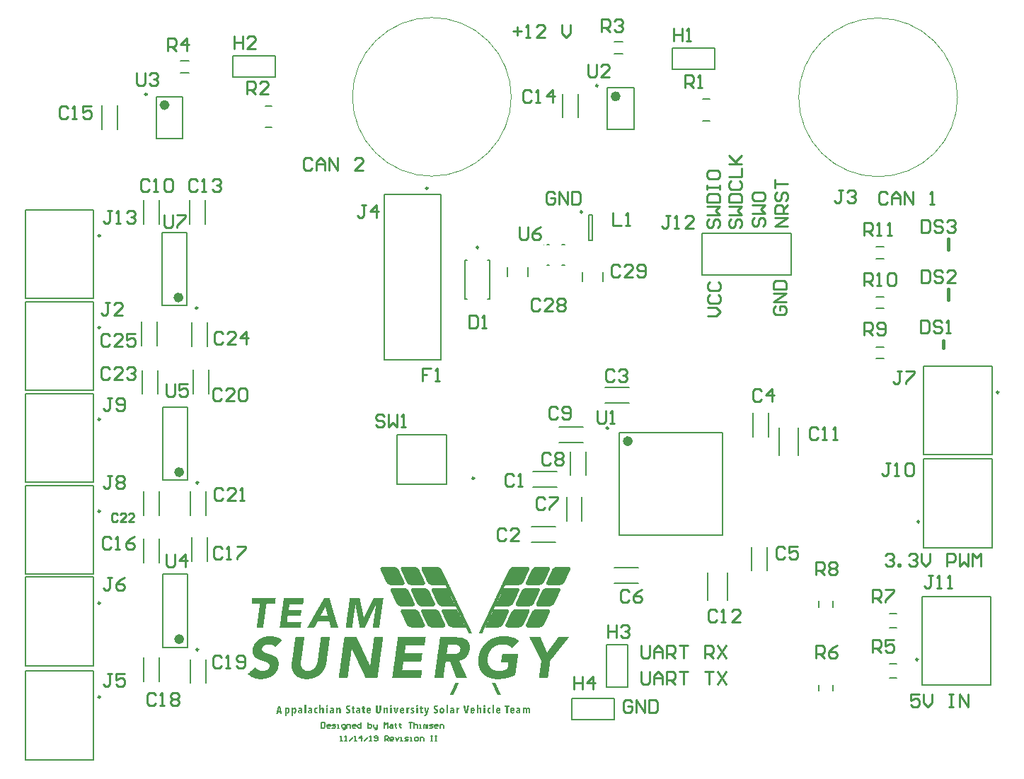
<source format=gbr>
%TF.GenerationSoftware,Altium Limited,Altium Designer,19.1.8 (144)*%
G04 Layer_Color=65535*
%FSLAX25Y25*%
%MOIN*%
%TF.FileFunction,Legend,Top*%
%TF.Part,Single*%
G01*
G75*
%TA.AperFunction,NonConductor*%
%ADD57C,0.00394*%
%ADD58C,0.00984*%
%ADD59C,0.02362*%
%ADD60C,0.00787*%
%ADD61C,0.01575*%
%ADD62C,0.00613*%
%ADD63C,0.01000*%
G36*
X257709Y92770D02*
X257868D01*
Y92717D01*
X257973D01*
Y92665D01*
X258026D01*
Y92612D01*
X258079D01*
Y92559D01*
X258131D01*
Y92506D01*
X258184D01*
Y92454D01*
X258237D01*
Y92401D01*
X258289D01*
Y92348D01*
Y92295D01*
Y92243D01*
X258342D01*
Y92190D01*
Y92137D01*
Y92085D01*
Y92032D01*
Y91979D01*
Y91926D01*
Y91874D01*
Y91821D01*
Y91768D01*
Y91715D01*
Y91663D01*
Y91610D01*
X258289D01*
Y91557D01*
Y91505D01*
Y91452D01*
X258237D01*
Y91399D01*
Y91346D01*
Y91294D01*
X258184D01*
Y91241D01*
Y91188D01*
X258131D01*
Y91135D01*
Y91083D01*
X258079D01*
Y91030D01*
Y90977D01*
X258026D01*
Y90924D01*
Y90872D01*
X257973D01*
Y90819D01*
Y90766D01*
Y90713D01*
X257920D01*
Y90661D01*
Y90608D01*
X257868D01*
Y90555D01*
Y90503D01*
X257815D01*
Y90450D01*
Y90397D01*
X257762D01*
Y90344D01*
Y90292D01*
X257709D01*
Y90239D01*
Y90186D01*
X257657D01*
Y90133D01*
Y90081D01*
Y90028D01*
X257604D01*
Y89975D01*
Y89922D01*
X257551D01*
Y89870D01*
Y89817D01*
X257498D01*
Y89764D01*
Y89711D01*
X257446D01*
Y89659D01*
Y89606D01*
X257393D01*
Y89553D01*
Y89500D01*
X257340D01*
Y89448D01*
Y89395D01*
Y89342D01*
X257287D01*
Y89290D01*
Y89237D01*
X257235D01*
Y89184D01*
Y89131D01*
X257182D01*
Y89079D01*
Y89026D01*
X257129D01*
Y88973D01*
Y88920D01*
X257077D01*
Y88868D01*
Y88815D01*
X257024D01*
Y88762D01*
Y88709D01*
X256971D01*
Y88657D01*
Y88604D01*
Y88551D01*
X256918D01*
Y88499D01*
Y88446D01*
X256866D01*
Y88393D01*
Y88340D01*
X256813D01*
Y88288D01*
Y88235D01*
X256760D01*
Y88182D01*
Y88129D01*
X256707D01*
Y88077D01*
Y88024D01*
X256655D01*
Y87971D01*
Y87918D01*
Y87866D01*
X256602D01*
Y87813D01*
Y87760D01*
X256549D01*
Y87708D01*
Y87655D01*
X256496D01*
Y87602D01*
Y87549D01*
X256444D01*
Y87497D01*
Y87444D01*
X256391D01*
Y87391D01*
Y87338D01*
X256338D01*
Y87286D01*
Y87233D01*
Y87180D01*
X256285D01*
Y87127D01*
Y87075D01*
X256233D01*
Y87022D01*
Y86969D01*
X256180D01*
Y86916D01*
Y86864D01*
X256127D01*
Y86811D01*
Y86758D01*
X256075D01*
Y86705D01*
Y86653D01*
X256022D01*
Y86600D01*
Y86547D01*
Y86494D01*
X255969D01*
Y86442D01*
Y86389D01*
X255916D01*
Y86336D01*
Y86284D01*
X255863D01*
Y86231D01*
Y86178D01*
X255811D01*
Y86125D01*
Y86073D01*
X255758D01*
Y86020D01*
Y85967D01*
X255705D01*
Y85914D01*
Y85862D01*
Y85809D01*
X255653D01*
Y85756D01*
Y85703D01*
X255600D01*
Y85651D01*
X255547D01*
Y85598D01*
Y85545D01*
X255494D01*
Y85492D01*
Y85440D01*
X255442D01*
Y85387D01*
X255389D01*
Y85334D01*
X255336D01*
Y85282D01*
Y85229D01*
X255283D01*
Y85176D01*
X255231D01*
Y85123D01*
X255178D01*
Y85071D01*
X255125D01*
Y85018D01*
X255072D01*
Y84965D01*
X255020D01*
Y84912D01*
X254914D01*
Y84860D01*
X254861D01*
Y84807D01*
X254809D01*
Y84754D01*
X254703D01*
Y84702D01*
X254651D01*
Y84649D01*
X254545D01*
Y84596D01*
X254492D01*
Y84543D01*
X254387D01*
Y84491D01*
X254229D01*
Y84438D01*
X254123D01*
Y84385D01*
X253965D01*
Y84332D01*
X253754D01*
Y84280D01*
X247637D01*
Y84332D01*
X247479D01*
Y84385D01*
X247373D01*
Y84438D01*
X247268D01*
Y84491D01*
X247215D01*
Y84543D01*
X247162D01*
Y84596D01*
X247109D01*
Y84649D01*
Y84702D01*
X247057D01*
Y84754D01*
Y84807D01*
X247004D01*
Y84860D01*
Y84912D01*
Y84965D01*
X246951D01*
Y85018D01*
Y85071D01*
Y85123D01*
Y85176D01*
Y85229D01*
Y85282D01*
Y85334D01*
Y85387D01*
X247004D01*
Y85440D01*
Y85492D01*
Y85545D01*
Y85598D01*
X247057D01*
Y85651D01*
Y85703D01*
X247109D01*
Y85756D01*
Y85809D01*
Y85862D01*
X247162D01*
Y85914D01*
Y85967D01*
X247215D01*
Y86020D01*
Y86073D01*
X247268D01*
Y86125D01*
Y86178D01*
X247320D01*
Y86231D01*
Y86284D01*
X247373D01*
Y86336D01*
Y86389D01*
X247426D01*
Y86442D01*
Y86494D01*
Y86547D01*
X247479D01*
Y86600D01*
Y86653D01*
X247531D01*
Y86705D01*
Y86758D01*
X247584D01*
Y86811D01*
Y86864D01*
X247637D01*
Y86916D01*
Y86969D01*
X247689D01*
Y87022D01*
Y87075D01*
X247742D01*
Y87127D01*
Y87180D01*
Y87233D01*
X247795D01*
Y87286D01*
Y87338D01*
X247848D01*
Y87391D01*
Y87444D01*
X247900D01*
Y87497D01*
Y87549D01*
X247953D01*
Y87602D01*
Y87655D01*
X248006D01*
Y87708D01*
Y87760D01*
X248059D01*
Y87813D01*
Y87866D01*
Y87918D01*
X248111D01*
Y87971D01*
Y88024D01*
X248164D01*
Y88077D01*
Y88129D01*
X248217D01*
Y88182D01*
Y88235D01*
X248270D01*
Y88288D01*
Y88340D01*
X248322D01*
Y88393D01*
Y88446D01*
X248375D01*
Y88499D01*
Y88551D01*
Y88604D01*
X248428D01*
Y88657D01*
Y88709D01*
X248480D01*
Y88762D01*
Y88815D01*
X248533D01*
Y88868D01*
Y88920D01*
X248586D01*
Y88973D01*
Y89026D01*
X248639D01*
Y89079D01*
Y89131D01*
X248691D01*
Y89184D01*
Y89237D01*
Y89290D01*
X248744D01*
Y89342D01*
Y89395D01*
X248797D01*
Y89448D01*
Y89500D01*
X248850D01*
Y89553D01*
Y89606D01*
X248902D01*
Y89659D01*
Y89711D01*
X248955D01*
Y89764D01*
Y89817D01*
X249008D01*
Y89870D01*
Y89922D01*
Y89975D01*
X249061D01*
Y90028D01*
Y90081D01*
X249113D01*
Y90133D01*
Y90186D01*
X249166D01*
Y90239D01*
Y90292D01*
X249219D01*
Y90344D01*
Y90397D01*
X249271D01*
Y90450D01*
Y90503D01*
X249324D01*
Y90555D01*
Y90608D01*
Y90661D01*
X249377D01*
Y90713D01*
Y90766D01*
X249430D01*
Y90819D01*
Y90872D01*
X249482D01*
Y90924D01*
Y90977D01*
X249535D01*
Y91030D01*
Y91083D01*
X249588D01*
Y91135D01*
Y91188D01*
X249641D01*
Y91241D01*
Y91294D01*
Y91346D01*
X249693D01*
Y91399D01*
X249746D01*
Y91452D01*
Y91505D01*
X249799D01*
Y91557D01*
Y91610D01*
X249852D01*
Y91663D01*
X249904D01*
Y91715D01*
Y91768D01*
X249957D01*
Y91821D01*
X250010D01*
Y91874D01*
X250062D01*
Y91926D01*
X250115D01*
Y91979D01*
X250168D01*
Y92032D01*
X250221D01*
Y92085D01*
X250273D01*
Y92137D01*
X250326D01*
Y92190D01*
X250379D01*
Y92243D01*
X250484D01*
Y92295D01*
X250537D01*
Y92348D01*
X250590D01*
Y92401D01*
X250695D01*
Y92454D01*
X250748D01*
Y92506D01*
X250854D01*
Y92559D01*
X250959D01*
Y92612D01*
X251064D01*
Y92665D01*
X251223D01*
Y92717D01*
X251381D01*
Y92770D01*
X251592D01*
Y92823D01*
X257709D01*
Y92770D01*
D02*
G37*
G36*
X248059D02*
X248217D01*
Y92717D01*
X248322D01*
Y92665D01*
X248428D01*
Y92612D01*
X248480D01*
Y92559D01*
X248533D01*
Y92506D01*
X248586D01*
Y92454D01*
X248639D01*
Y92401D01*
Y92348D01*
X248691D01*
Y92295D01*
Y92243D01*
Y92190D01*
X248744D01*
Y92137D01*
Y92085D01*
Y92032D01*
Y91979D01*
Y91926D01*
Y91874D01*
Y91821D01*
Y91768D01*
Y91715D01*
Y91663D01*
X248691D01*
Y91610D01*
Y91557D01*
Y91505D01*
X248639D01*
Y91452D01*
Y91399D01*
Y91346D01*
X248586D01*
Y91294D01*
Y91241D01*
X248533D01*
Y91188D01*
Y91135D01*
X248480D01*
Y91083D01*
Y91030D01*
X248428D01*
Y90977D01*
Y90924D01*
Y90872D01*
X248375D01*
Y90819D01*
Y90766D01*
X248322D01*
Y90713D01*
Y90661D01*
X248270D01*
Y90608D01*
Y90555D01*
X248217D01*
Y90503D01*
Y90450D01*
X248164D01*
Y90397D01*
Y90344D01*
X248111D01*
Y90292D01*
Y90239D01*
Y90186D01*
X248059D01*
Y90133D01*
Y90081D01*
X248006D01*
Y90028D01*
Y89975D01*
X247953D01*
Y89922D01*
Y89870D01*
X247900D01*
Y89817D01*
Y89764D01*
X247848D01*
Y89711D01*
Y89659D01*
X247795D01*
Y89606D01*
Y89553D01*
Y89500D01*
X247742D01*
Y89448D01*
Y89395D01*
X247689D01*
Y89342D01*
Y89290D01*
X247637D01*
Y89237D01*
Y89184D01*
X247584D01*
Y89131D01*
Y89079D01*
X247531D01*
Y89026D01*
Y88973D01*
X247479D01*
Y88920D01*
Y88868D01*
Y88815D01*
X247426D01*
Y88762D01*
Y88709D01*
X247373D01*
Y88657D01*
Y88604D01*
X247320D01*
Y88551D01*
Y88499D01*
X247268D01*
Y88446D01*
Y88393D01*
X247215D01*
Y88340D01*
Y88288D01*
X247162D01*
Y88235D01*
Y88182D01*
Y88129D01*
X247109D01*
Y88077D01*
Y88024D01*
X247057D01*
Y87971D01*
Y87918D01*
X247004D01*
Y87866D01*
Y87813D01*
X246951D01*
Y87760D01*
Y87708D01*
X246898D01*
Y87655D01*
Y87602D01*
X246846D01*
Y87549D01*
Y87497D01*
Y87444D01*
X246793D01*
Y87391D01*
Y87338D01*
X246740D01*
Y87286D01*
Y87233D01*
X246687D01*
Y87180D01*
Y87127D01*
X246635D01*
Y87075D01*
Y87022D01*
X246582D01*
Y86969D01*
Y86916D01*
X246529D01*
Y86864D01*
Y86811D01*
Y86758D01*
X246477D01*
Y86705D01*
Y86653D01*
X246424D01*
Y86600D01*
Y86547D01*
X246371D01*
Y86494D01*
Y86442D01*
X246318D01*
Y86389D01*
Y86336D01*
X246266D01*
Y86284D01*
Y86231D01*
X246213D01*
Y86178D01*
Y86125D01*
Y86073D01*
X246160D01*
Y86020D01*
Y85967D01*
X246107D01*
Y85914D01*
Y85862D01*
X246055D01*
Y85809D01*
Y85756D01*
X246002D01*
Y85703D01*
Y85651D01*
X245949D01*
Y85598D01*
Y85545D01*
X245896D01*
Y85492D01*
X245844D01*
Y85440D01*
Y85387D01*
X245791D01*
Y85334D01*
X245738D01*
Y85282D01*
X245685D01*
Y85229D01*
X245633D01*
Y85176D01*
X245580D01*
Y85123D01*
X245527D01*
Y85071D01*
X245475D01*
Y85018D01*
X245422D01*
Y84965D01*
X245369D01*
Y84912D01*
X245316D01*
Y84860D01*
X245264D01*
Y84807D01*
X245158D01*
Y84754D01*
X245105D01*
Y84702D01*
X245053D01*
Y84649D01*
X244947D01*
Y84596D01*
X244842D01*
Y84543D01*
X244736D01*
Y84491D01*
X244631D01*
Y84438D01*
X244525D01*
Y84385D01*
X244367D01*
Y84332D01*
X244156D01*
Y84280D01*
X237986D01*
Y84332D01*
X237828D01*
Y84385D01*
X237722D01*
Y84438D01*
X237669D01*
Y84491D01*
X237617D01*
Y84543D01*
X237564D01*
Y84596D01*
X237511D01*
Y84649D01*
X237458D01*
Y84702D01*
Y84754D01*
X237406D01*
Y84807D01*
Y84860D01*
X237353D01*
Y84912D01*
Y84965D01*
Y85018D01*
Y85071D01*
Y85123D01*
Y85176D01*
Y85229D01*
Y85282D01*
Y85334D01*
Y85387D01*
Y85440D01*
X237406D01*
Y85492D01*
Y85545D01*
Y85598D01*
Y85651D01*
X237458D01*
Y85703D01*
Y85756D01*
X237511D01*
Y85809D01*
Y85862D01*
X237564D01*
Y85914D01*
Y85967D01*
Y86020D01*
X237617D01*
Y86073D01*
Y86125D01*
X237669D01*
Y86178D01*
Y86231D01*
X237722D01*
Y86284D01*
Y86336D01*
X237775D01*
Y86389D01*
Y86442D01*
X237828D01*
Y86494D01*
Y86547D01*
X237880D01*
Y86600D01*
Y86653D01*
Y86705D01*
X237933D01*
Y86758D01*
Y86811D01*
X237986D01*
Y86864D01*
Y86916D01*
X238039D01*
Y86969D01*
Y87022D01*
X238091D01*
Y87075D01*
Y87127D01*
X238144D01*
Y87180D01*
Y87233D01*
X238197D01*
Y87286D01*
Y87338D01*
X238250D01*
Y87391D01*
Y87444D01*
Y87497D01*
X238302D01*
Y87549D01*
Y87602D01*
X238355D01*
Y87655D01*
Y87708D01*
X238408D01*
Y87760D01*
Y87813D01*
X238460D01*
Y87866D01*
Y87918D01*
X238513D01*
Y87971D01*
Y88024D01*
X238566D01*
Y88077D01*
Y88129D01*
Y88182D01*
X238619D01*
Y88235D01*
Y88288D01*
X238671D01*
Y88340D01*
Y88393D01*
X238724D01*
Y88446D01*
Y88499D01*
X238777D01*
Y88551D01*
Y88604D01*
X238830D01*
Y88657D01*
Y88709D01*
X238882D01*
Y88762D01*
Y88815D01*
Y88868D01*
X238935D01*
Y88920D01*
Y88973D01*
X238988D01*
Y89026D01*
Y89079D01*
X239041D01*
Y89131D01*
Y89184D01*
X239093D01*
Y89237D01*
Y89290D01*
X239146D01*
Y89342D01*
Y89395D01*
X239199D01*
Y89448D01*
Y89500D01*
Y89553D01*
X239252D01*
Y89606D01*
Y89659D01*
X239304D01*
Y89711D01*
Y89764D01*
X239357D01*
Y89817D01*
Y89870D01*
X239410D01*
Y89922D01*
Y89975D01*
X239462D01*
Y90028D01*
Y90081D01*
X239515D01*
Y90133D01*
Y90186D01*
Y90239D01*
X239568D01*
Y90292D01*
Y90344D01*
X239621D01*
Y90397D01*
Y90450D01*
X239673D01*
Y90503D01*
Y90555D01*
X239726D01*
Y90608D01*
Y90661D01*
X239779D01*
Y90713D01*
Y90766D01*
X239832D01*
Y90819D01*
Y90872D01*
Y90924D01*
X239884D01*
Y90977D01*
Y91030D01*
X239937D01*
Y91083D01*
Y91135D01*
X239990D01*
Y91188D01*
Y91241D01*
X240043D01*
Y91294D01*
Y91346D01*
X240095D01*
Y91399D01*
Y91452D01*
X240148D01*
Y91505D01*
Y91557D01*
X240201D01*
Y91610D01*
X240254D01*
Y91663D01*
Y91715D01*
X240306D01*
Y91768D01*
X240359D01*
Y91821D01*
X240412D01*
Y91874D01*
X240464D01*
Y91926D01*
X240517D01*
Y91979D01*
X240570D01*
Y92032D01*
X240623D01*
Y92085D01*
X240675D01*
Y92137D01*
X240728D01*
Y92190D01*
X240781D01*
Y92243D01*
X240834D01*
Y92295D01*
X240886D01*
Y92348D01*
X240992D01*
Y92401D01*
X241045D01*
Y92454D01*
X241150D01*
Y92506D01*
X241256D01*
Y92559D01*
X241361D01*
Y92612D01*
X241466D01*
Y92665D01*
X241572D01*
Y92717D01*
X241730D01*
Y92770D01*
X241941D01*
Y92823D01*
X248059D01*
Y92770D01*
D02*
G37*
G36*
X185302D02*
X185513D01*
Y92717D01*
X185671D01*
Y92665D01*
X185777D01*
Y92612D01*
X185882D01*
Y92559D01*
X185988D01*
Y92506D01*
X186093D01*
Y92454D01*
X186146D01*
Y92401D01*
X186251D01*
Y92348D01*
X186304D01*
Y92295D01*
X186410D01*
Y92243D01*
X186462D01*
Y92190D01*
X186515D01*
Y92137D01*
X186568D01*
Y92085D01*
X186621D01*
Y92032D01*
X186673D01*
Y91979D01*
X186726D01*
Y91926D01*
X186779D01*
Y91874D01*
X186832D01*
Y91821D01*
X186884D01*
Y91768D01*
X186937D01*
Y91715D01*
X186990D01*
Y91663D01*
Y91610D01*
X187043D01*
Y91557D01*
X187095D01*
Y91505D01*
Y91452D01*
X187148D01*
Y91399D01*
Y91346D01*
X187201D01*
Y91294D01*
Y91241D01*
X187253D01*
Y91188D01*
Y91135D01*
X187306D01*
Y91083D01*
Y91030D01*
X187359D01*
Y90977D01*
Y90924D01*
Y90872D01*
X187412D01*
Y90819D01*
Y90766D01*
X187464D01*
Y90713D01*
Y90661D01*
X187517D01*
Y90608D01*
Y90555D01*
X187570D01*
Y90503D01*
Y90450D01*
X187623D01*
Y90397D01*
Y90344D01*
X187675D01*
Y90292D01*
Y90239D01*
Y90186D01*
X187728D01*
Y90133D01*
Y90081D01*
X187781D01*
Y90028D01*
Y89975D01*
X187834D01*
Y89922D01*
Y89870D01*
X187886D01*
Y89817D01*
Y89764D01*
X187939D01*
Y89711D01*
Y89659D01*
X187992D01*
Y89606D01*
Y89553D01*
Y89500D01*
X188045D01*
Y89448D01*
Y89395D01*
X188097D01*
Y89342D01*
Y89290D01*
X188150D01*
Y89237D01*
Y89184D01*
X188203D01*
Y89131D01*
Y89079D01*
X188256D01*
Y89026D01*
Y88973D01*
X188308D01*
Y88920D01*
Y88868D01*
Y88815D01*
X188361D01*
Y88762D01*
Y88709D01*
X188414D01*
Y88657D01*
Y88604D01*
X188467D01*
Y88551D01*
Y88499D01*
X188519D01*
Y88446D01*
Y88393D01*
X188572D01*
Y88340D01*
Y88288D01*
X188625D01*
Y88235D01*
Y88182D01*
Y88129D01*
X188677D01*
Y88077D01*
Y88024D01*
X188730D01*
Y87971D01*
Y87918D01*
X188783D01*
Y87866D01*
Y87813D01*
X188836D01*
Y87760D01*
Y87708D01*
X188888D01*
Y87655D01*
Y87602D01*
X188941D01*
Y87549D01*
Y87497D01*
Y87444D01*
X188994D01*
Y87391D01*
Y87338D01*
X189047D01*
Y87286D01*
Y87233D01*
X189099D01*
Y87180D01*
Y87127D01*
X189152D01*
Y87075D01*
Y87022D01*
X189205D01*
Y86969D01*
Y86916D01*
X189258D01*
Y86864D01*
Y86811D01*
Y86758D01*
X189310D01*
Y86705D01*
Y86653D01*
X189363D01*
Y86600D01*
Y86547D01*
X189416D01*
Y86494D01*
Y86442D01*
X189468D01*
Y86389D01*
Y86336D01*
X189521D01*
Y86284D01*
Y86231D01*
X189574D01*
Y86178D01*
Y86125D01*
Y86073D01*
X189627D01*
Y86020D01*
Y85967D01*
X189679D01*
Y85914D01*
Y85862D01*
X189732D01*
Y85809D01*
Y85756D01*
X189785D01*
Y85703D01*
Y85651D01*
Y85598D01*
X189838D01*
Y85545D01*
Y85492D01*
Y85440D01*
X189890D01*
Y85387D01*
Y85334D01*
Y85282D01*
Y85229D01*
Y85176D01*
Y85123D01*
Y85071D01*
Y85018D01*
Y84965D01*
Y84912D01*
X189838D01*
Y84860D01*
Y84807D01*
Y84754D01*
X189785D01*
Y84702D01*
Y84649D01*
X189732D01*
Y84596D01*
X189679D01*
Y84543D01*
X189627D01*
Y84491D01*
X189574D01*
Y84438D01*
X189468D01*
Y84385D01*
X189363D01*
Y84332D01*
X189205D01*
Y84280D01*
X183087D01*
Y84332D01*
X182876D01*
Y84385D01*
X182718D01*
Y84438D01*
X182613D01*
Y84491D01*
X182507D01*
Y84543D01*
X182402D01*
Y84596D01*
X182296D01*
Y84649D01*
X182191D01*
Y84702D01*
X182138D01*
Y84754D01*
X182033D01*
Y84807D01*
X181980D01*
Y84860D01*
X181927D01*
Y84912D01*
X181874D01*
Y84965D01*
X181822D01*
Y85018D01*
X181769D01*
Y85071D01*
X181716D01*
Y85123D01*
X181663D01*
Y85176D01*
X181611D01*
Y85229D01*
X181558D01*
Y85282D01*
X181505D01*
Y85334D01*
X181453D01*
Y85387D01*
X181400D01*
Y85440D01*
Y85492D01*
X181347D01*
Y85545D01*
X181294D01*
Y85598D01*
Y85651D01*
X181242D01*
Y85703D01*
Y85756D01*
X181189D01*
Y85809D01*
Y85862D01*
X181136D01*
Y85914D01*
Y85967D01*
X181083D01*
Y86020D01*
Y86073D01*
X181031D01*
Y86125D01*
Y86178D01*
X180978D01*
Y86231D01*
Y86284D01*
Y86336D01*
X180925D01*
Y86389D01*
Y86442D01*
X180872D01*
Y86494D01*
Y86547D01*
X180820D01*
Y86600D01*
Y86653D01*
X180767D01*
Y86705D01*
Y86758D01*
X180714D01*
Y86811D01*
Y86864D01*
X180661D01*
Y86916D01*
Y86969D01*
Y87022D01*
X180609D01*
Y87075D01*
Y87127D01*
X180556D01*
Y87180D01*
Y87233D01*
X180503D01*
Y87286D01*
Y87338D01*
X180450D01*
Y87391D01*
Y87444D01*
X180398D01*
Y87497D01*
Y87549D01*
X180345D01*
Y87602D01*
Y87655D01*
Y87708D01*
X180292D01*
Y87760D01*
Y87813D01*
X180240D01*
Y87866D01*
Y87918D01*
X180187D01*
Y87971D01*
Y88024D01*
X180134D01*
Y88077D01*
Y88129D01*
X180081D01*
Y88182D01*
Y88235D01*
X180029D01*
Y88288D01*
Y88340D01*
Y88393D01*
X179976D01*
Y88446D01*
Y88499D01*
X179923D01*
Y88551D01*
Y88604D01*
X179870D01*
Y88657D01*
Y88709D01*
X179818D01*
Y88762D01*
Y88815D01*
X179765D01*
Y88868D01*
Y88920D01*
X179712D01*
Y88973D01*
Y89026D01*
Y89079D01*
X179659D01*
Y89131D01*
Y89184D01*
X179607D01*
Y89237D01*
Y89290D01*
X179554D01*
Y89342D01*
Y89395D01*
X179501D01*
Y89448D01*
Y89500D01*
X179448D01*
Y89553D01*
Y89606D01*
X179396D01*
Y89659D01*
Y89711D01*
Y89764D01*
X179343D01*
Y89817D01*
Y89870D01*
X179290D01*
Y89922D01*
Y89975D01*
X179238D01*
Y90028D01*
Y90081D01*
X179185D01*
Y90133D01*
Y90186D01*
X179132D01*
Y90239D01*
Y90292D01*
X179079D01*
Y90344D01*
Y90397D01*
Y90450D01*
X179027D01*
Y90503D01*
Y90555D01*
X178974D01*
Y90608D01*
Y90661D01*
X178921D01*
Y90713D01*
Y90766D01*
X178868D01*
Y90819D01*
Y90872D01*
X178816D01*
Y90924D01*
Y90977D01*
X178763D01*
Y91030D01*
Y91083D01*
Y91135D01*
X178710D01*
Y91188D01*
Y91241D01*
X178657D01*
Y91294D01*
Y91346D01*
X178605D01*
Y91399D01*
Y91452D01*
X178552D01*
Y91505D01*
Y91557D01*
Y91610D01*
Y91663D01*
X178499D01*
Y91715D01*
Y91768D01*
Y91821D01*
Y91874D01*
Y91926D01*
Y91979D01*
Y92032D01*
Y92085D01*
Y92137D01*
Y92190D01*
Y92243D01*
X178552D01*
Y92295D01*
Y92348D01*
X178605D01*
Y92401D01*
Y92454D01*
X178657D01*
Y92506D01*
X178710D01*
Y92559D01*
X178763D01*
Y92612D01*
X178816D01*
Y92665D01*
X178921D01*
Y92717D01*
X179027D01*
Y92770D01*
X179185D01*
Y92823D01*
X185302D01*
Y92770D01*
D02*
G37*
G36*
X175652D02*
X175862D01*
Y92717D01*
X176021D01*
Y92665D01*
X176179D01*
Y92612D01*
X176284D01*
Y92559D01*
X176390D01*
Y92506D01*
X176495D01*
Y92454D01*
X176548D01*
Y92401D01*
X176654D01*
Y92348D01*
X176706D01*
Y92295D01*
X176759D01*
Y92243D01*
X176864D01*
Y92190D01*
X176917D01*
Y92137D01*
X176970D01*
Y92085D01*
X177023D01*
Y92032D01*
X177075D01*
Y91979D01*
X177128D01*
Y91926D01*
X177181D01*
Y91874D01*
X177234D01*
Y91821D01*
X177286D01*
Y91768D01*
Y91715D01*
X177339D01*
Y91663D01*
X177392D01*
Y91610D01*
X177445D01*
Y91557D01*
Y91505D01*
X177497D01*
Y91452D01*
Y91399D01*
X177550D01*
Y91346D01*
Y91294D01*
X177603D01*
Y91241D01*
Y91188D01*
X177655D01*
Y91135D01*
Y91083D01*
X177708D01*
Y91030D01*
Y90977D01*
X177761D01*
Y90924D01*
Y90872D01*
X177814D01*
Y90819D01*
Y90766D01*
Y90713D01*
X177866D01*
Y90661D01*
Y90608D01*
X177919D01*
Y90555D01*
Y90503D01*
X177972D01*
Y90450D01*
Y90397D01*
X178025D01*
Y90344D01*
Y90292D01*
X178077D01*
Y90239D01*
Y90186D01*
X178130D01*
Y90133D01*
Y90081D01*
Y90028D01*
X178183D01*
Y89975D01*
Y89922D01*
X178236D01*
Y89870D01*
Y89817D01*
X178288D01*
Y89764D01*
Y89711D01*
X178341D01*
Y89659D01*
Y89606D01*
X178394D01*
Y89553D01*
Y89500D01*
X178446D01*
Y89448D01*
Y89395D01*
Y89342D01*
X178499D01*
Y89290D01*
Y89237D01*
X178552D01*
Y89184D01*
Y89131D01*
X178605D01*
Y89079D01*
Y89026D01*
X178657D01*
Y88973D01*
Y88920D01*
X178710D01*
Y88868D01*
Y88815D01*
X178763D01*
Y88762D01*
Y88709D01*
Y88657D01*
X178816D01*
Y88604D01*
Y88551D01*
X178868D01*
Y88499D01*
Y88446D01*
X178921D01*
Y88393D01*
Y88340D01*
X178974D01*
Y88288D01*
Y88235D01*
X179027D01*
Y88182D01*
Y88129D01*
X179079D01*
Y88077D01*
Y88024D01*
Y87971D01*
X179132D01*
Y87918D01*
Y87866D01*
X179185D01*
Y87813D01*
Y87760D01*
X179238D01*
Y87708D01*
Y87655D01*
X179290D01*
Y87602D01*
Y87549D01*
X179343D01*
Y87497D01*
Y87444D01*
X179396D01*
Y87391D01*
Y87338D01*
Y87286D01*
X179448D01*
Y87233D01*
Y87180D01*
X179501D01*
Y87127D01*
Y87075D01*
X179554D01*
Y87022D01*
Y86969D01*
X179607D01*
Y86916D01*
Y86864D01*
X179659D01*
Y86811D01*
Y86758D01*
X179712D01*
Y86705D01*
Y86653D01*
Y86600D01*
X179765D01*
Y86547D01*
Y86494D01*
X179818D01*
Y86442D01*
Y86389D01*
X179870D01*
Y86336D01*
Y86284D01*
X179923D01*
Y86231D01*
Y86178D01*
X179976D01*
Y86125D01*
Y86073D01*
X180029D01*
Y86020D01*
Y85967D01*
Y85914D01*
X180081D01*
Y85862D01*
Y85809D01*
X180134D01*
Y85756D01*
Y85703D01*
X180187D01*
Y85651D01*
Y85598D01*
Y85545D01*
X180240D01*
Y85492D01*
Y85440D01*
Y85387D01*
Y85334D01*
X180292D01*
Y85282D01*
Y85229D01*
Y85176D01*
Y85123D01*
Y85071D01*
Y85018D01*
Y84965D01*
X180240D01*
Y84912D01*
Y84860D01*
Y84807D01*
X180187D01*
Y84754D01*
Y84702D01*
X180134D01*
Y84649D01*
Y84596D01*
X180081D01*
Y84543D01*
X180029D01*
Y84491D01*
X179976D01*
Y84438D01*
X179870D01*
Y84385D01*
X179765D01*
Y84332D01*
X179607D01*
Y84280D01*
X173489D01*
Y84332D01*
X173278D01*
Y84385D01*
X173120D01*
Y84438D01*
X172962D01*
Y84491D01*
X172856D01*
Y84543D01*
X172751D01*
Y84596D01*
X172698D01*
Y84649D01*
X172593D01*
Y84702D01*
X172540D01*
Y84754D01*
X172435D01*
Y84807D01*
X172382D01*
Y84860D01*
X172329D01*
Y84912D01*
X172224D01*
Y84965D01*
X172171D01*
Y85018D01*
X172118D01*
Y85071D01*
X172065D01*
Y85123D01*
X172013D01*
Y85176D01*
X171960D01*
Y85229D01*
X171907D01*
Y85282D01*
Y85334D01*
X171854D01*
Y85387D01*
X171802D01*
Y85440D01*
X171749D01*
Y85492D01*
Y85545D01*
X171696D01*
Y85598D01*
X171644D01*
Y85651D01*
Y85703D01*
X171591D01*
Y85756D01*
Y85809D01*
X171538D01*
Y85862D01*
Y85914D01*
X171485D01*
Y85967D01*
Y86020D01*
X171433D01*
Y86073D01*
Y86125D01*
Y86178D01*
X171380D01*
Y86231D01*
Y86284D01*
X171327D01*
Y86336D01*
Y86389D01*
X171274D01*
Y86442D01*
Y86494D01*
X171222D01*
Y86547D01*
Y86600D01*
X171169D01*
Y86653D01*
Y86705D01*
X171116D01*
Y86758D01*
Y86811D01*
Y86864D01*
X171063D01*
Y86916D01*
Y86969D01*
X171011D01*
Y87022D01*
Y87075D01*
X170958D01*
Y87127D01*
Y87180D01*
X170905D01*
Y87233D01*
Y87286D01*
X170852D01*
Y87338D01*
Y87391D01*
X170800D01*
Y87444D01*
Y87497D01*
Y87549D01*
X170747D01*
Y87602D01*
Y87655D01*
X170694D01*
Y87708D01*
Y87760D01*
X170642D01*
Y87813D01*
Y87866D01*
X170589D01*
Y87918D01*
Y87971D01*
X170536D01*
Y88024D01*
Y88077D01*
X170483D01*
Y88129D01*
Y88182D01*
Y88235D01*
X170431D01*
Y88288D01*
Y88340D01*
X170378D01*
Y88393D01*
Y88446D01*
X170325D01*
Y88499D01*
Y88551D01*
X170272D01*
Y88604D01*
Y88657D01*
X170220D01*
Y88709D01*
Y88762D01*
X170167D01*
Y88815D01*
Y88868D01*
Y88920D01*
X170114D01*
Y88973D01*
Y89026D01*
X170062D01*
Y89079D01*
Y89131D01*
X170009D01*
Y89184D01*
Y89237D01*
X169956D01*
Y89290D01*
Y89342D01*
X169903D01*
Y89395D01*
Y89448D01*
X169851D01*
Y89500D01*
Y89553D01*
Y89606D01*
X169798D01*
Y89659D01*
Y89711D01*
X169745D01*
Y89764D01*
Y89817D01*
X169692D01*
Y89870D01*
Y89922D01*
X169640D01*
Y89975D01*
Y90028D01*
X169587D01*
Y90081D01*
Y90133D01*
X169534D01*
Y90186D01*
Y90239D01*
Y90292D01*
X169481D01*
Y90344D01*
Y90397D01*
X169429D01*
Y90450D01*
Y90503D01*
X169376D01*
Y90555D01*
Y90608D01*
X169323D01*
Y90661D01*
Y90713D01*
X169270D01*
Y90766D01*
Y90819D01*
X169218D01*
Y90872D01*
Y90924D01*
Y90977D01*
X169165D01*
Y91030D01*
Y91083D01*
X169112D01*
Y91135D01*
Y91188D01*
X169060D01*
Y91241D01*
Y91294D01*
X169007D01*
Y91346D01*
Y91399D01*
X168954D01*
Y91452D01*
Y91505D01*
Y91557D01*
X168901D01*
Y91610D01*
Y91663D01*
Y91715D01*
Y91768D01*
Y91821D01*
Y91874D01*
X168849D01*
Y91926D01*
Y91979D01*
Y92032D01*
X168901D01*
Y92085D01*
Y92137D01*
Y92190D01*
Y92243D01*
Y92295D01*
X168954D01*
Y92348D01*
Y92401D01*
X169007D01*
Y92454D01*
X169060D01*
Y92506D01*
Y92559D01*
X169112D01*
Y92612D01*
X169218D01*
Y92665D01*
X169270D01*
Y92717D01*
X169376D01*
Y92770D01*
X169534D01*
Y92823D01*
X175652D01*
Y92770D01*
D02*
G37*
G36*
X252910Y82803D02*
X253068D01*
Y82750D01*
X253174D01*
Y82697D01*
X253279D01*
Y82645D01*
X253332D01*
Y82592D01*
X253385D01*
Y82539D01*
X253438D01*
Y82487D01*
X253490D01*
Y82434D01*
Y82381D01*
X253543D01*
Y82328D01*
Y82276D01*
Y82223D01*
X253596D01*
Y82170D01*
Y82117D01*
Y82065D01*
Y82012D01*
Y81959D01*
Y81906D01*
Y81854D01*
Y81801D01*
Y81748D01*
Y81695D01*
Y81643D01*
X253543D01*
Y81590D01*
Y81537D01*
Y81485D01*
X253490D01*
Y81432D01*
Y81379D01*
X253438D01*
Y81326D01*
Y81274D01*
Y81221D01*
X253385D01*
Y81168D01*
Y81115D01*
X253332D01*
Y81063D01*
Y81010D01*
X253279D01*
Y80957D01*
Y80905D01*
X253227D01*
Y80852D01*
Y80799D01*
X253174D01*
Y80746D01*
Y80694D01*
X253121D01*
Y80641D01*
Y80588D01*
Y80535D01*
X253068D01*
Y80483D01*
Y80430D01*
X253016D01*
Y80377D01*
Y80324D01*
X252963D01*
Y80272D01*
Y80219D01*
X252910D01*
Y80166D01*
Y80113D01*
X252858D01*
Y80061D01*
Y80008D01*
X252805D01*
Y79955D01*
Y79902D01*
Y79850D01*
X252752D01*
Y79797D01*
Y79744D01*
X252699D01*
Y79691D01*
Y79639D01*
X252647D01*
Y79586D01*
Y79533D01*
X252594D01*
Y79481D01*
Y79428D01*
X252541D01*
Y79375D01*
Y79322D01*
X252488D01*
Y79270D01*
Y79217D01*
Y79164D01*
X252436D01*
Y79111D01*
Y79059D01*
X252383D01*
Y79006D01*
Y78953D01*
X252330D01*
Y78900D01*
Y78848D01*
X252277D01*
Y78795D01*
Y78742D01*
X252225D01*
Y78689D01*
Y78637D01*
X252172D01*
Y78584D01*
Y78531D01*
Y78479D01*
X252119D01*
Y78426D01*
Y78373D01*
X252066D01*
Y78320D01*
Y78268D01*
X252014D01*
Y78215D01*
Y78162D01*
X251961D01*
Y78109D01*
Y78057D01*
X251908D01*
Y78004D01*
Y77951D01*
X251856D01*
Y77899D01*
Y77846D01*
Y77793D01*
X251803D01*
Y77740D01*
Y77688D01*
X251750D01*
Y77635D01*
Y77582D01*
X251697D01*
Y77529D01*
Y77477D01*
X251645D01*
Y77424D01*
Y77371D01*
X251592D01*
Y77318D01*
Y77266D01*
X251539D01*
Y77213D01*
Y77160D01*
Y77107D01*
X251486D01*
Y77055D01*
Y77002D01*
X251434D01*
Y76949D01*
Y76897D01*
X251381D01*
Y76844D01*
Y76791D01*
X251328D01*
Y76738D01*
Y76686D01*
X251275D01*
Y76633D01*
Y76580D01*
X251223D01*
Y76527D01*
Y76475D01*
Y76422D01*
X251170D01*
Y76369D01*
Y76316D01*
X251117D01*
Y76264D01*
Y76211D01*
X251064D01*
Y76158D01*
Y76105D01*
X251012D01*
Y76053D01*
Y76000D01*
X250959D01*
Y75947D01*
Y75894D01*
X250906D01*
Y75842D01*
Y75789D01*
X250854D01*
Y75736D01*
Y75684D01*
X250801D01*
Y75631D01*
Y75578D01*
X250748D01*
Y75525D01*
Y75473D01*
X250695D01*
Y75420D01*
X250643D01*
Y75367D01*
X250590D01*
Y75314D01*
X250537D01*
Y75262D01*
Y75209D01*
X250484D01*
Y75156D01*
X250432D01*
Y75103D01*
X250379D01*
Y75051D01*
X250326D01*
Y74998D01*
X250273D01*
Y74945D01*
X250168D01*
Y74892D01*
X250115D01*
Y74840D01*
X250062D01*
Y74787D01*
X249957D01*
Y74734D01*
X249904D01*
Y74682D01*
X249799D01*
Y74629D01*
X249746D01*
Y74576D01*
X249641D01*
Y74523D01*
X249535D01*
Y74471D01*
X249377D01*
Y74418D01*
X249271D01*
Y74365D01*
X249061D01*
Y74312D01*
X242838D01*
Y74365D01*
X242679D01*
Y74418D01*
X242574D01*
Y74471D01*
X242521D01*
Y74523D01*
X242469D01*
Y74576D01*
X242416D01*
Y74629D01*
X242363D01*
Y74682D01*
X242310D01*
Y74734D01*
Y74787D01*
X242257D01*
Y74840D01*
Y74892D01*
Y74945D01*
X242205D01*
Y74998D01*
Y75051D01*
Y75103D01*
Y75156D01*
Y75209D01*
Y75262D01*
Y75314D01*
Y75367D01*
Y75420D01*
Y75473D01*
X242257D01*
Y75525D01*
Y75578D01*
Y75631D01*
X242310D01*
Y75684D01*
Y75736D01*
Y75789D01*
X242363D01*
Y75842D01*
Y75894D01*
X242416D01*
Y75947D01*
Y76000D01*
X242469D01*
Y76053D01*
Y76105D01*
X242521D01*
Y76158D01*
Y76211D01*
X242574D01*
Y76264D01*
Y76316D01*
X242627D01*
Y76369D01*
Y76422D01*
Y76475D01*
X242679D01*
Y76527D01*
Y76580D01*
X242732D01*
Y76633D01*
Y76686D01*
X242785D01*
Y76738D01*
Y76791D01*
X242838D01*
Y76844D01*
Y76897D01*
X242890D01*
Y76949D01*
Y77002D01*
X242943D01*
Y77055D01*
Y77107D01*
Y77160D01*
X242996D01*
Y77213D01*
Y77266D01*
X243049D01*
Y77318D01*
Y77371D01*
X243101D01*
Y77424D01*
Y77477D01*
X243154D01*
Y77529D01*
Y77582D01*
X243207D01*
Y77635D01*
Y77688D01*
X243260D01*
Y77740D01*
Y77793D01*
Y77846D01*
X243312D01*
Y77899D01*
Y77951D01*
X243365D01*
Y78004D01*
Y78057D01*
X243418D01*
Y78109D01*
Y78162D01*
X243471D01*
Y78215D01*
Y78268D01*
X243523D01*
Y78320D01*
Y78373D01*
X243576D01*
Y78426D01*
Y78479D01*
Y78531D01*
X243629D01*
Y78584D01*
Y78637D01*
X243681D01*
Y78689D01*
Y78742D01*
X243734D01*
Y78795D01*
Y78848D01*
X243787D01*
Y78900D01*
Y78953D01*
X243840D01*
Y79006D01*
Y79059D01*
X243892D01*
Y79111D01*
Y79164D01*
Y79217D01*
X243945D01*
Y79270D01*
Y79322D01*
X243998D01*
Y79375D01*
Y79428D01*
X244051D01*
Y79481D01*
Y79533D01*
X244103D01*
Y79586D01*
Y79639D01*
X244156D01*
Y79691D01*
Y79744D01*
X244209D01*
Y79797D01*
Y79850D01*
Y79902D01*
X244262D01*
Y79955D01*
Y80008D01*
X244314D01*
Y80061D01*
Y80113D01*
X244367D01*
Y80166D01*
Y80219D01*
X244420D01*
Y80272D01*
Y80324D01*
X244473D01*
Y80377D01*
Y80430D01*
X244525D01*
Y80483D01*
Y80535D01*
Y80588D01*
X244578D01*
Y80641D01*
Y80694D01*
X244631D01*
Y80746D01*
Y80799D01*
X244683D01*
Y80852D01*
Y80905D01*
X244736D01*
Y80957D01*
Y81010D01*
X244789D01*
Y81063D01*
Y81115D01*
X244842D01*
Y81168D01*
Y81221D01*
Y81274D01*
X244894D01*
Y81326D01*
Y81379D01*
X244947D01*
Y81432D01*
Y81485D01*
X245000D01*
Y81537D01*
X245053D01*
Y81590D01*
Y81643D01*
X245105D01*
Y81695D01*
X245158D01*
Y81748D01*
Y81801D01*
X245211D01*
Y81854D01*
X245264D01*
Y81906D01*
X245316D01*
Y81959D01*
X245369D01*
Y82012D01*
X245422D01*
Y82065D01*
X245475D01*
Y82117D01*
X245527D01*
Y82170D01*
X245580D01*
Y82223D01*
X245633D01*
Y82276D01*
X245738D01*
Y82328D01*
X245791D01*
Y82381D01*
X245844D01*
Y82434D01*
X245949D01*
Y82487D01*
X246002D01*
Y82539D01*
X246107D01*
Y82592D01*
X246213D01*
Y82645D01*
X246318D01*
Y82697D01*
X246477D01*
Y82750D01*
X246635D01*
Y82803D01*
X246846D01*
Y82856D01*
X252910D01*
Y82803D01*
D02*
G37*
G36*
X243260D02*
X243471D01*
Y82750D01*
X243576D01*
Y82697D01*
X243629D01*
Y82645D01*
X243734D01*
Y82592D01*
X243787D01*
Y82539D01*
X243840D01*
Y82487D01*
Y82434D01*
X243892D01*
Y82381D01*
Y82328D01*
X243945D01*
Y82276D01*
Y82223D01*
Y82170D01*
X243998D01*
Y82117D01*
Y82065D01*
Y82012D01*
Y81959D01*
Y81906D01*
Y81854D01*
Y81801D01*
Y81748D01*
X243945D01*
Y81695D01*
Y81643D01*
Y81590D01*
Y81537D01*
X243892D01*
Y81485D01*
Y81432D01*
Y81379D01*
X243840D01*
Y81326D01*
Y81274D01*
X243787D01*
Y81221D01*
Y81168D01*
X243734D01*
Y81115D01*
Y81063D01*
X243681D01*
Y81010D01*
Y80957D01*
X243629D01*
Y80905D01*
Y80852D01*
X243576D01*
Y80799D01*
Y80746D01*
Y80694D01*
X243523D01*
Y80641D01*
Y80588D01*
X243471D01*
Y80535D01*
Y80483D01*
X243418D01*
Y80430D01*
Y80377D01*
X243365D01*
Y80324D01*
Y80272D01*
X243312D01*
Y80219D01*
Y80166D01*
X243260D01*
Y80113D01*
Y80061D01*
Y80008D01*
X243207D01*
Y79955D01*
Y79902D01*
X243154D01*
Y79850D01*
Y79797D01*
X243101D01*
Y79744D01*
Y79691D01*
X243049D01*
Y79639D01*
Y79586D01*
X242996D01*
Y79533D01*
Y79481D01*
X242943D01*
Y79428D01*
Y79375D01*
Y79322D01*
X242890D01*
Y79270D01*
Y79217D01*
X242838D01*
Y79164D01*
Y79111D01*
X242785D01*
Y79059D01*
Y79006D01*
X242732D01*
Y78953D01*
Y78900D01*
X242679D01*
Y78848D01*
Y78795D01*
X242627D01*
Y78742D01*
Y78689D01*
Y78637D01*
X242574D01*
Y78584D01*
Y78531D01*
X242521D01*
Y78479D01*
Y78426D01*
X242469D01*
Y78373D01*
Y78320D01*
X242416D01*
Y78268D01*
Y78215D01*
X242363D01*
Y78162D01*
Y78109D01*
X242310D01*
Y78057D01*
Y78004D01*
Y77951D01*
X242257D01*
Y77899D01*
Y77846D01*
X242205D01*
Y77793D01*
Y77740D01*
X242152D01*
Y77688D01*
Y77635D01*
X242099D01*
Y77582D01*
Y77529D01*
X242047D01*
Y77477D01*
Y77424D01*
X241994D01*
Y77371D01*
Y77318D01*
Y77266D01*
X241941D01*
Y77213D01*
Y77160D01*
X241888D01*
Y77107D01*
Y77055D01*
X241836D01*
Y77002D01*
Y76949D01*
X241783D01*
Y76897D01*
Y76844D01*
X241730D01*
Y76791D01*
Y76738D01*
X241677D01*
Y76686D01*
Y76633D01*
Y76580D01*
X241625D01*
Y76527D01*
Y76475D01*
X241572D01*
Y76422D01*
Y76369D01*
X241519D01*
Y76316D01*
Y76264D01*
X241466D01*
Y76211D01*
Y76158D01*
X241414D01*
Y76105D01*
Y76053D01*
X241361D01*
Y76000D01*
Y75947D01*
Y75894D01*
X241308D01*
Y75842D01*
Y75789D01*
X241256D01*
Y75736D01*
Y75684D01*
X241203D01*
Y75631D01*
X241150D01*
Y75578D01*
Y75525D01*
X241097D01*
Y75473D01*
X241045D01*
Y75420D01*
Y75367D01*
X240992D01*
Y75314D01*
X240939D01*
Y75262D01*
X240886D01*
Y75209D01*
X240834D01*
Y75156D01*
X240781D01*
Y75103D01*
X240728D01*
Y75051D01*
X240675D01*
Y74998D01*
X240623D01*
Y74945D01*
X240570D01*
Y74892D01*
X240517D01*
Y74840D01*
X240412D01*
Y74787D01*
X240359D01*
Y74734D01*
X240306D01*
Y74682D01*
X240201D01*
Y74629D01*
X240095D01*
Y74576D01*
X239990D01*
Y74523D01*
X239884D01*
Y74471D01*
X239779D01*
Y74418D01*
X239621D01*
Y74365D01*
X239410D01*
Y74312D01*
X233240D01*
Y74365D01*
X233081D01*
Y74418D01*
X232976D01*
Y74471D01*
X232923D01*
Y74523D01*
X232818D01*
Y74576D01*
X232765D01*
Y74629D01*
Y74682D01*
X232712D01*
Y74734D01*
X232660D01*
Y74787D01*
Y74840D01*
Y74892D01*
X232607D01*
Y74945D01*
Y74998D01*
Y75051D01*
Y75103D01*
Y75156D01*
Y75209D01*
Y75262D01*
Y75314D01*
Y75367D01*
Y75420D01*
Y75473D01*
Y75525D01*
X232660D01*
Y75578D01*
Y75631D01*
Y75684D01*
X232712D01*
Y75736D01*
Y75789D01*
X232765D01*
Y75842D01*
Y75894D01*
Y75947D01*
X232818D01*
Y76000D01*
Y76053D01*
X232871D01*
Y76105D01*
Y76158D01*
X232923D01*
Y76211D01*
Y76264D01*
X232976D01*
Y76316D01*
Y76369D01*
X233029D01*
Y76422D01*
Y76475D01*
X233081D01*
Y76527D01*
Y76580D01*
Y76633D01*
X233134D01*
Y76686D01*
Y76738D01*
X233187D01*
Y76791D01*
Y76844D01*
X233240D01*
Y76897D01*
Y76949D01*
X233292D01*
Y77002D01*
Y77055D01*
X233345D01*
Y77107D01*
Y77160D01*
X233398D01*
Y77213D01*
Y77266D01*
Y77318D01*
X233451D01*
Y77371D01*
Y77424D01*
X233503D01*
Y77477D01*
Y77529D01*
X233556D01*
Y77582D01*
Y77635D01*
X233609D01*
Y77688D01*
Y77740D01*
X233662D01*
Y77793D01*
Y77846D01*
X233714D01*
Y77899D01*
Y77951D01*
Y78004D01*
X233767D01*
Y78057D01*
Y78109D01*
X233820D01*
Y78162D01*
Y78215D01*
X233873D01*
Y78268D01*
Y78320D01*
X233925D01*
Y78373D01*
Y78426D01*
X233978D01*
Y78479D01*
Y78531D01*
X234031D01*
Y78584D01*
Y78637D01*
Y78689D01*
X234083D01*
Y78742D01*
Y78795D01*
X234136D01*
Y78848D01*
Y78900D01*
X234189D01*
Y78953D01*
Y79006D01*
X234242D01*
Y79059D01*
Y79111D01*
X234294D01*
Y79164D01*
Y79217D01*
X234347D01*
Y79270D01*
Y79322D01*
Y79375D01*
X234400D01*
Y79428D01*
Y79481D01*
X234453D01*
Y79533D01*
Y79586D01*
X234505D01*
Y79639D01*
Y79691D01*
X234558D01*
Y79744D01*
Y79797D01*
X234611D01*
Y79850D01*
Y79902D01*
X234664D01*
Y79955D01*
Y80008D01*
Y80061D01*
X234716D01*
Y80113D01*
Y80166D01*
X234769D01*
Y80219D01*
Y80272D01*
X234822D01*
Y80324D01*
Y80377D01*
X234874D01*
Y80430D01*
Y80483D01*
X234927D01*
Y80535D01*
Y80588D01*
X234980D01*
Y80641D01*
Y80694D01*
Y80746D01*
X235033D01*
Y80799D01*
Y80852D01*
X235085D01*
Y80905D01*
Y80957D01*
X235138D01*
Y81010D01*
Y81063D01*
X235191D01*
Y81115D01*
Y81168D01*
X235244D01*
Y81221D01*
Y81274D01*
X235296D01*
Y81326D01*
Y81379D01*
X235349D01*
Y81432D01*
Y81485D01*
X235402D01*
Y81537D01*
Y81590D01*
X235455D01*
Y81643D01*
X235507D01*
Y81695D01*
Y81748D01*
X235560D01*
Y81801D01*
X235613D01*
Y81854D01*
X235665D01*
Y81906D01*
X235718D01*
Y81959D01*
X235771D01*
Y82012D01*
Y82065D01*
X235876D01*
Y82117D01*
X235929D01*
Y82170D01*
X235982D01*
Y82223D01*
X236035D01*
Y82276D01*
X236087D01*
Y82328D01*
X236193D01*
Y82381D01*
X236246D01*
Y82434D01*
X236298D01*
Y82487D01*
X236404D01*
Y82539D01*
X236509D01*
Y82592D01*
X236615D01*
Y82645D01*
X236720D01*
Y82697D01*
X236878D01*
Y82750D01*
X237037D01*
Y82803D01*
X237248D01*
Y82856D01*
X243260D01*
Y82803D01*
D02*
G37*
G36*
X238355Y92770D02*
X238513D01*
Y92717D01*
X238619D01*
Y92665D01*
X238724D01*
Y92612D01*
X238777D01*
Y92559D01*
X238830D01*
Y92506D01*
X238882D01*
Y92454D01*
X238935D01*
Y92401D01*
Y92348D01*
X238988D01*
Y92295D01*
Y92243D01*
Y92190D01*
X239041D01*
Y92137D01*
Y92085D01*
Y92032D01*
Y91979D01*
Y91926D01*
Y91874D01*
Y91821D01*
Y91768D01*
Y91715D01*
Y91663D01*
X238988D01*
Y91610D01*
Y91557D01*
Y91505D01*
X238935D01*
Y91452D01*
Y91399D01*
Y91346D01*
X238882D01*
Y91294D01*
Y91241D01*
X238830D01*
Y91188D01*
Y91135D01*
X238777D01*
Y91083D01*
Y91030D01*
X238724D01*
Y90977D01*
Y90924D01*
Y90872D01*
X238671D01*
Y90819D01*
Y90766D01*
X238619D01*
Y90713D01*
Y90661D01*
X238566D01*
Y90608D01*
Y90555D01*
X238513D01*
Y90503D01*
Y90450D01*
X238460D01*
Y90397D01*
Y90344D01*
X238408D01*
Y90292D01*
Y90239D01*
Y90186D01*
X238355D01*
Y90133D01*
Y90081D01*
X238302D01*
Y90028D01*
Y89975D01*
X238250D01*
Y89922D01*
Y89870D01*
X238197D01*
Y89817D01*
Y89764D01*
X238144D01*
Y89711D01*
Y89659D01*
X238091D01*
Y89606D01*
Y89553D01*
Y89500D01*
X238039D01*
Y89448D01*
Y89395D01*
X237986D01*
Y89342D01*
Y89290D01*
X237933D01*
Y89237D01*
Y89184D01*
X237880D01*
Y89131D01*
Y89079D01*
X237828D01*
Y89026D01*
Y88973D01*
X237775D01*
Y88920D01*
Y88868D01*
Y88815D01*
X237722D01*
Y88762D01*
Y88709D01*
X237669D01*
Y88657D01*
Y88604D01*
X237617D01*
Y88551D01*
Y88499D01*
X237564D01*
Y88446D01*
Y88393D01*
X237511D01*
Y88340D01*
Y88288D01*
X237458D01*
Y88235D01*
Y88182D01*
Y88129D01*
X237406D01*
Y88077D01*
Y88024D01*
X237353D01*
Y87971D01*
Y87918D01*
X237300D01*
Y87866D01*
Y87813D01*
X237248D01*
Y87760D01*
Y87708D01*
X237195D01*
Y87655D01*
Y87602D01*
X237142D01*
Y87549D01*
Y87497D01*
Y87444D01*
X237089D01*
Y87391D01*
Y87338D01*
X237037D01*
Y87286D01*
Y87233D01*
X236984D01*
Y87180D01*
Y87127D01*
X236931D01*
Y87075D01*
Y87022D01*
X236878D01*
Y86969D01*
Y86916D01*
X236826D01*
Y86864D01*
Y86811D01*
Y86758D01*
X236773D01*
Y86705D01*
Y86653D01*
X236720D01*
Y86600D01*
Y86547D01*
X236667D01*
Y86494D01*
Y86442D01*
X236615D01*
Y86389D01*
Y86336D01*
X236562D01*
Y86284D01*
Y86231D01*
X236509D01*
Y86178D01*
Y86125D01*
Y86073D01*
X236457D01*
Y86020D01*
Y85967D01*
X236404D01*
Y85914D01*
Y85862D01*
X236351D01*
Y85809D01*
Y85756D01*
X236298D01*
Y85703D01*
Y85651D01*
X236246D01*
Y85598D01*
Y85545D01*
X236193D01*
Y85492D01*
X236140D01*
Y85440D01*
Y85387D01*
X236087D01*
Y85334D01*
X236035D01*
Y85282D01*
X235982D01*
Y85229D01*
X235929D01*
Y85176D01*
X235876D01*
Y85123D01*
X235824D01*
Y85071D01*
X235771D01*
Y85018D01*
X235718D01*
Y84965D01*
X235665D01*
Y84912D01*
X235613D01*
Y84860D01*
X235560D01*
Y84807D01*
X235455D01*
Y84754D01*
X235402D01*
Y84702D01*
X235349D01*
Y84649D01*
X235244D01*
Y84596D01*
X235138D01*
Y84543D01*
X235033D01*
Y84491D01*
X234927D01*
Y84438D01*
X234822D01*
Y84385D01*
X234664D01*
Y84332D01*
X234453D01*
Y84280D01*
X227650D01*
Y84227D01*
Y84174D01*
X227597D01*
Y84121D01*
Y84069D01*
X227544D01*
Y84016D01*
Y83963D01*
X227491D01*
Y83910D01*
Y83858D01*
X227439D01*
Y83805D01*
Y83752D01*
X227386D01*
Y83700D01*
Y83647D01*
X227333D01*
Y83594D01*
Y83541D01*
X227280D01*
Y83489D01*
Y83436D01*
X227228D01*
Y83383D01*
Y83330D01*
X227175D01*
Y83278D01*
Y83225D01*
Y83172D01*
X227122D01*
Y83119D01*
Y83067D01*
X227069D01*
Y83014D01*
Y82961D01*
X227017D01*
Y82908D01*
Y82856D01*
X233556D01*
Y82803D01*
X233767D01*
Y82750D01*
X233873D01*
Y82697D01*
X233925D01*
Y82645D01*
X234031D01*
Y82592D01*
X234083D01*
Y82539D01*
X234136D01*
Y82487D01*
Y82434D01*
X234189D01*
Y82381D01*
Y82328D01*
X234242D01*
Y82276D01*
Y82223D01*
Y82170D01*
X234294D01*
Y82117D01*
Y82065D01*
Y82012D01*
Y81959D01*
Y81906D01*
Y81854D01*
Y81801D01*
Y81748D01*
X234242D01*
Y81695D01*
Y81643D01*
Y81590D01*
Y81537D01*
X234189D01*
Y81485D01*
Y81432D01*
Y81379D01*
X234136D01*
Y81326D01*
Y81274D01*
X234083D01*
Y81221D01*
Y81168D01*
X234031D01*
Y81115D01*
Y81063D01*
X233978D01*
Y81010D01*
Y80957D01*
X233925D01*
Y80905D01*
Y80852D01*
X233873D01*
Y80799D01*
Y80746D01*
Y80694D01*
X233820D01*
Y80641D01*
Y80588D01*
X233767D01*
Y80535D01*
Y80483D01*
X233714D01*
Y80430D01*
Y80377D01*
X233662D01*
Y80324D01*
Y80272D01*
X233609D01*
Y80219D01*
Y80166D01*
X233556D01*
Y80113D01*
Y80061D01*
Y80008D01*
X233503D01*
Y79955D01*
Y79902D01*
X233451D01*
Y79850D01*
Y79797D01*
X233398D01*
Y79744D01*
Y79691D01*
X233345D01*
Y79639D01*
Y79586D01*
X233292D01*
Y79533D01*
Y79481D01*
X233240D01*
Y79428D01*
Y79375D01*
Y79322D01*
X233187D01*
Y79270D01*
Y79217D01*
X233134D01*
Y79164D01*
Y79111D01*
X233081D01*
Y79059D01*
Y79006D01*
X233029D01*
Y78953D01*
Y78900D01*
X232976D01*
Y78848D01*
Y78795D01*
X232923D01*
Y78742D01*
Y78689D01*
Y78637D01*
X232871D01*
Y78584D01*
Y78531D01*
X232818D01*
Y78479D01*
Y78426D01*
X232765D01*
Y78373D01*
Y78320D01*
X232712D01*
Y78268D01*
Y78215D01*
X232660D01*
Y78162D01*
Y78109D01*
X232607D01*
Y78057D01*
Y78004D01*
Y77951D01*
X232554D01*
Y77899D01*
Y77846D01*
X232501D01*
Y77793D01*
Y77740D01*
X232449D01*
Y77688D01*
Y77635D01*
X232396D01*
Y77582D01*
Y77529D01*
X232343D01*
Y77477D01*
Y77424D01*
X232290D01*
Y77371D01*
Y77318D01*
Y77266D01*
X232238D01*
Y77213D01*
Y77160D01*
X232185D01*
Y77107D01*
Y77055D01*
X232132D01*
Y77002D01*
Y76949D01*
X232079D01*
Y76897D01*
Y76844D01*
X232027D01*
Y76791D01*
Y76738D01*
X231974D01*
Y76686D01*
Y76633D01*
Y76580D01*
X231921D01*
Y76527D01*
Y76475D01*
X231869D01*
Y76422D01*
Y76369D01*
X231816D01*
Y76316D01*
Y76264D01*
X231763D01*
Y76211D01*
Y76158D01*
X231710D01*
Y76105D01*
Y76053D01*
X231658D01*
Y76000D01*
Y75947D01*
Y75894D01*
X231605D01*
Y75842D01*
Y75789D01*
X231552D01*
Y75736D01*
Y75684D01*
X231499D01*
Y75631D01*
X231447D01*
Y75578D01*
Y75525D01*
X231394D01*
Y75473D01*
X231341D01*
Y75420D01*
Y75367D01*
X231288D01*
Y75314D01*
X231236D01*
Y75262D01*
X231183D01*
Y75209D01*
X231130D01*
Y75156D01*
X231077D01*
Y75103D01*
X231025D01*
Y75051D01*
X230972D01*
Y74998D01*
X230919D01*
Y74945D01*
X230867D01*
Y74892D01*
X230814D01*
Y74840D01*
X230708D01*
Y74787D01*
X230656D01*
Y74734D01*
X230603D01*
Y74682D01*
X230497D01*
Y74629D01*
X230392D01*
Y74576D01*
X230286D01*
Y74523D01*
X230181D01*
Y74471D01*
X230076D01*
Y74418D01*
X229917D01*
Y74365D01*
X229706D01*
Y74312D01*
X223009D01*
Y74365D01*
Y74418D01*
X222956D01*
Y74365D01*
Y74312D01*
X222903D01*
Y74260D01*
Y74207D01*
X222851D01*
Y74154D01*
Y74102D01*
X222798D01*
Y74049D01*
Y73996D01*
X222745D01*
Y73943D01*
Y73891D01*
X222692D01*
Y73838D01*
Y73785D01*
X222640D01*
Y73732D01*
Y73680D01*
X222587D01*
Y73627D01*
Y73574D01*
X222534D01*
Y73521D01*
Y73469D01*
Y73416D01*
X222481D01*
Y73363D01*
Y73310D01*
X222429D01*
Y73258D01*
Y73205D01*
X222376D01*
Y73152D01*
Y73099D01*
X222323D01*
Y73047D01*
Y72994D01*
X222270D01*
Y72941D01*
Y72888D01*
X228599D01*
Y72836D01*
X228863D01*
Y72783D01*
X228968D01*
Y72730D01*
X229074D01*
Y72678D01*
X229179D01*
Y72625D01*
X229232D01*
Y72572D01*
X229284D01*
Y72519D01*
Y72467D01*
X229337D01*
Y72414D01*
Y72361D01*
X229390D01*
Y72308D01*
Y72256D01*
X229443D01*
Y72203D01*
Y72150D01*
Y72097D01*
Y72045D01*
Y71992D01*
Y71939D01*
Y71886D01*
Y71834D01*
Y71781D01*
Y71728D01*
Y71676D01*
X229390D01*
Y71623D01*
Y71570D01*
Y71517D01*
X229337D01*
Y71465D01*
Y71412D01*
Y71359D01*
X229284D01*
Y71306D01*
Y71254D01*
X229232D01*
Y71201D01*
Y71148D01*
X229179D01*
Y71096D01*
Y71043D01*
X229126D01*
Y70990D01*
Y70937D01*
X229074D01*
Y70885D01*
Y70832D01*
X229021D01*
Y70779D01*
Y70726D01*
Y70674D01*
X228968D01*
Y70621D01*
Y70568D01*
X228915D01*
Y70515D01*
Y70463D01*
X228863D01*
Y70410D01*
Y70357D01*
X228810D01*
Y70305D01*
Y70252D01*
X228757D01*
Y70199D01*
Y70146D01*
X228704D01*
Y70094D01*
Y70041D01*
Y69988D01*
X228652D01*
Y69935D01*
Y69883D01*
X228599D01*
Y69830D01*
Y69777D01*
X228546D01*
Y69724D01*
Y69672D01*
X228493D01*
Y69619D01*
Y69566D01*
X228441D01*
Y69513D01*
Y69461D01*
X228388D01*
Y69408D01*
Y69355D01*
Y69302D01*
X228335D01*
Y69250D01*
Y69197D01*
X228282D01*
Y69144D01*
Y69091D01*
X228230D01*
Y69039D01*
Y68986D01*
X228177D01*
Y68933D01*
Y68881D01*
X228124D01*
Y68828D01*
Y68775D01*
X228071D01*
Y68722D01*
Y68670D01*
Y68617D01*
X228019D01*
Y68564D01*
Y68511D01*
X227966D01*
Y68459D01*
Y68406D01*
X227913D01*
Y68353D01*
Y68300D01*
X227860D01*
Y68248D01*
Y68195D01*
X227808D01*
Y68142D01*
Y68089D01*
X227755D01*
Y68037D01*
Y67984D01*
Y67931D01*
X227702D01*
Y67879D01*
Y67826D01*
X227650D01*
Y67773D01*
Y67720D01*
X227597D01*
Y67668D01*
Y67615D01*
X227544D01*
Y67562D01*
Y67509D01*
X227491D01*
Y67457D01*
Y67404D01*
X227439D01*
Y67351D01*
Y67299D01*
Y67246D01*
X227386D01*
Y67193D01*
Y67140D01*
X227333D01*
Y67088D01*
Y67035D01*
X227280D01*
Y66982D01*
Y66929D01*
X227228D01*
Y66877D01*
Y66824D01*
X227175D01*
Y66771D01*
Y66718D01*
X227122D01*
Y66666D01*
Y66613D01*
Y66560D01*
X227069D01*
Y66507D01*
Y66455D01*
X227017D01*
Y66402D01*
Y66349D01*
X226964D01*
Y66296D01*
Y66244D01*
X226911D01*
Y66191D01*
Y66138D01*
X226858D01*
Y66085D01*
Y66033D01*
X226806D01*
Y65980D01*
Y65927D01*
Y65875D01*
X226753D01*
Y65822D01*
Y65769D01*
X226700D01*
Y65716D01*
Y65664D01*
X226648D01*
Y65611D01*
X226595D01*
Y65558D01*
Y65505D01*
X226542D01*
Y65453D01*
X226489D01*
Y65400D01*
X226437D01*
Y65347D01*
Y65294D01*
X226384D01*
Y65242D01*
X226331D01*
Y65189D01*
X226278D01*
Y65136D01*
X226226D01*
Y65084D01*
X226173D01*
Y65031D01*
X226120D01*
Y64978D01*
X226067D01*
Y64925D01*
X226015D01*
Y64873D01*
X225909D01*
Y64820D01*
X225856D01*
Y64767D01*
X225751D01*
Y64714D01*
X225698D01*
Y64662D01*
X225593D01*
Y64609D01*
X225487D01*
Y64556D01*
X225382D01*
Y64504D01*
X225276D01*
Y64451D01*
X225118D01*
Y64398D01*
X224960D01*
Y64345D01*
X224696D01*
Y64293D01*
X218210D01*
Y64345D01*
X218157D01*
Y64293D01*
Y64240D01*
X218104D01*
Y64187D01*
Y64134D01*
X218052D01*
Y64082D01*
Y64029D01*
X217999D01*
Y63976D01*
Y63923D01*
X217946D01*
Y63871D01*
Y63818D01*
X217893D01*
Y63765D01*
Y63712D01*
Y63660D01*
X217841D01*
Y63607D01*
Y63554D01*
X217788D01*
Y63502D01*
Y63449D01*
X217735D01*
Y63396D01*
Y63343D01*
X217682D01*
Y63291D01*
Y63238D01*
X217630D01*
Y63185D01*
Y63132D01*
X217577D01*
Y63080D01*
Y63027D01*
X217524D01*
Y62974D01*
Y62921D01*
X217472D01*
Y62869D01*
Y62816D01*
X217419D01*
Y62763D01*
Y62710D01*
X217366D01*
Y62658D01*
Y62605D01*
Y62552D01*
X217313D01*
Y62499D01*
Y62447D01*
X217261D01*
Y62394D01*
Y62341D01*
X217208D01*
Y62288D01*
Y62236D01*
X217155D01*
Y62183D01*
Y62130D01*
X217102D01*
Y62078D01*
Y62025D01*
X217050D01*
Y61972D01*
Y61919D01*
X216997D01*
Y61867D01*
Y61814D01*
X216944D01*
Y61761D01*
Y61708D01*
X216891D01*
Y61656D01*
Y61603D01*
Y61550D01*
X216839D01*
Y61497D01*
Y61445D01*
X216786D01*
Y61392D01*
Y61339D01*
X215098D01*
Y61392D01*
X215151D01*
Y61445D01*
Y61497D01*
X215204D01*
Y61550D01*
Y61603D01*
X215257D01*
Y61656D01*
Y61708D01*
X215309D01*
Y61761D01*
Y61814D01*
X215362D01*
Y61867D01*
Y61919D01*
X215415D01*
Y61972D01*
Y62025D01*
X215468D01*
Y62078D01*
Y62130D01*
X215520D01*
Y62183D01*
Y62236D01*
Y62288D01*
X215573D01*
Y62341D01*
Y62394D01*
X215626D01*
Y62447D01*
Y62499D01*
X215678D01*
Y62552D01*
Y62605D01*
X215731D01*
Y62658D01*
Y62710D01*
X215784D01*
Y62763D01*
Y62816D01*
X215837D01*
Y62869D01*
Y62921D01*
X215889D01*
Y62974D01*
Y63027D01*
X215942D01*
Y63080D01*
Y63132D01*
X215995D01*
Y63185D01*
Y63238D01*
X216048D01*
Y63291D01*
Y63343D01*
Y63396D01*
X216100D01*
Y63449D01*
Y63502D01*
X216153D01*
Y63554D01*
Y63607D01*
X216206D01*
Y63660D01*
Y63712D01*
X216259D01*
Y63765D01*
Y63818D01*
X216311D01*
Y63871D01*
Y63923D01*
X216364D01*
Y63976D01*
Y64029D01*
X216417D01*
Y64082D01*
Y64134D01*
X216470D01*
Y64187D01*
Y64240D01*
X216522D01*
Y64293D01*
Y64345D01*
Y64398D01*
X216575D01*
Y64451D01*
Y64504D01*
X216628D01*
Y64556D01*
Y64609D01*
X216680D01*
Y64662D01*
Y64714D01*
X216733D01*
Y64767D01*
Y64820D01*
X216786D01*
Y64873D01*
Y64925D01*
X216839D01*
Y64978D01*
Y65031D01*
X216891D01*
Y65084D01*
Y65136D01*
X216944D01*
Y65189D01*
Y65242D01*
X216997D01*
Y65294D01*
Y65347D01*
X217050D01*
Y65400D01*
Y65453D01*
Y65505D01*
X217102D01*
Y65558D01*
Y65611D01*
X217155D01*
Y65664D01*
Y65716D01*
X217208D01*
Y65769D01*
Y65822D01*
X217261D01*
Y65875D01*
Y65927D01*
X217313D01*
Y65980D01*
Y66033D01*
X217366D01*
Y66085D01*
Y66138D01*
X217419D01*
Y66191D01*
Y66244D01*
X217472D01*
Y66296D01*
Y66349D01*
X217524D01*
Y66402D01*
Y66455D01*
X217577D01*
Y66507D01*
Y66560D01*
Y66613D01*
X217630D01*
Y66666D01*
Y66718D01*
X217682D01*
Y66771D01*
Y66824D01*
X217735D01*
Y66877D01*
Y66929D01*
X217788D01*
Y66982D01*
Y67035D01*
X217841D01*
Y67088D01*
Y67140D01*
X217893D01*
Y67193D01*
Y67246D01*
X217946D01*
Y67299D01*
Y67351D01*
X217999D01*
Y67404D01*
Y67457D01*
X218052D01*
Y67509D01*
Y67562D01*
X218104D01*
Y67615D01*
Y67668D01*
Y67720D01*
X218157D01*
Y67773D01*
Y67826D01*
X218210D01*
Y67879D01*
Y67931D01*
X218263D01*
Y67984D01*
Y68037D01*
X218315D01*
Y68089D01*
Y68142D01*
X218368D01*
Y68195D01*
Y68248D01*
X218421D01*
Y68300D01*
Y68353D01*
X218474D01*
Y68406D01*
Y68459D01*
X218526D01*
Y68511D01*
Y68564D01*
X218579D01*
Y68617D01*
Y68670D01*
Y68722D01*
X218632D01*
Y68775D01*
Y68828D01*
X218684D01*
Y68881D01*
Y68933D01*
X218737D01*
Y68986D01*
Y69039D01*
X218790D01*
Y69091D01*
Y69144D01*
X218843D01*
Y69197D01*
Y69250D01*
X218895D01*
Y69302D01*
Y69355D01*
X218948D01*
Y69408D01*
Y69461D01*
X219001D01*
Y69513D01*
Y69566D01*
X219054D01*
Y69619D01*
Y69672D01*
X219106D01*
Y69724D01*
Y69777D01*
Y69830D01*
X219159D01*
Y69883D01*
Y69935D01*
X219212D01*
Y69988D01*
Y70041D01*
X219265D01*
Y70094D01*
Y70146D01*
X219317D01*
Y70199D01*
Y70252D01*
X219370D01*
Y70305D01*
Y70357D01*
X219423D01*
Y70410D01*
Y70463D01*
X219475D01*
Y70515D01*
Y70568D01*
X219528D01*
Y70621D01*
Y70674D01*
X219581D01*
Y70726D01*
Y70779D01*
X219634D01*
Y70832D01*
Y70885D01*
Y70937D01*
X219686D01*
Y70990D01*
Y71043D01*
X219739D01*
Y71096D01*
Y71148D01*
X219792D01*
Y71201D01*
Y71254D01*
X219845D01*
Y71306D01*
Y71359D01*
X219897D01*
Y71412D01*
Y71465D01*
X219950D01*
Y71517D01*
Y71570D01*
X220003D01*
Y71623D01*
Y71676D01*
X220056D01*
Y71728D01*
Y71781D01*
X220108D01*
Y71834D01*
Y71886D01*
X220161D01*
Y71939D01*
Y71992D01*
Y72045D01*
X220214D01*
Y72097D01*
Y72150D01*
X220267D01*
Y72203D01*
Y72256D01*
X220319D01*
Y72308D01*
Y72361D01*
X220372D01*
Y72414D01*
Y72467D01*
X220425D01*
Y72519D01*
Y72572D01*
X220477D01*
Y72625D01*
Y72678D01*
X220530D01*
Y72730D01*
Y72783D01*
X220583D01*
Y72836D01*
Y72888D01*
X220636D01*
Y72941D01*
Y72994D01*
Y73047D01*
X220688D01*
Y73099D01*
Y73152D01*
X220741D01*
Y73205D01*
Y73258D01*
X220794D01*
Y73310D01*
Y73363D01*
X220847D01*
Y73416D01*
Y73469D01*
X220899D01*
Y73521D01*
Y73574D01*
X220952D01*
Y73627D01*
Y73680D01*
X221005D01*
Y73732D01*
Y73785D01*
X221058D01*
Y73838D01*
Y73891D01*
X221110D01*
Y73943D01*
Y73996D01*
X221163D01*
Y74049D01*
Y74102D01*
Y74154D01*
X221216D01*
Y74207D01*
Y74260D01*
X221269D01*
Y74312D01*
Y74365D01*
X221321D01*
Y74418D01*
Y74471D01*
X221374D01*
Y74523D01*
Y74576D01*
X221427D01*
Y74629D01*
Y74682D01*
X221479D01*
Y74734D01*
Y74787D01*
X221532D01*
Y74840D01*
Y74892D01*
X221585D01*
Y74945D01*
Y74998D01*
X221638D01*
Y75051D01*
Y75103D01*
X221690D01*
Y75156D01*
Y75209D01*
Y75262D01*
X221743D01*
Y75314D01*
Y75367D01*
X221796D01*
Y75420D01*
Y75473D01*
X221849D01*
Y75525D01*
Y75578D01*
X221901D01*
Y75631D01*
Y75684D01*
X221954D01*
Y75736D01*
Y75789D01*
X222007D01*
Y75842D01*
Y75894D01*
X222059D01*
Y75947D01*
Y76000D01*
X222112D01*
Y76053D01*
Y76105D01*
X222165D01*
Y76158D01*
Y76211D01*
X222218D01*
Y76264D01*
Y76316D01*
Y76369D01*
X222270D01*
Y76422D01*
Y76475D01*
X222323D01*
Y76527D01*
Y76580D01*
X222376D01*
Y76633D01*
Y76686D01*
X222429D01*
Y76738D01*
Y76791D01*
X222481D01*
Y76844D01*
Y76897D01*
X222534D01*
Y76949D01*
Y77002D01*
X222587D01*
Y77055D01*
Y77107D01*
X222640D01*
Y77160D01*
Y77213D01*
X222692D01*
Y77266D01*
Y77318D01*
X222745D01*
Y77371D01*
Y77424D01*
Y77477D01*
X222798D01*
Y77529D01*
Y77582D01*
X222851D01*
Y77635D01*
Y77688D01*
X222903D01*
Y77740D01*
Y77793D01*
X222956D01*
Y77846D01*
Y77899D01*
X223009D01*
Y77951D01*
Y78004D01*
X223061D01*
Y78057D01*
Y78109D01*
X223114D01*
Y78162D01*
Y78215D01*
X223167D01*
Y78268D01*
Y78320D01*
X223220D01*
Y78373D01*
Y78426D01*
Y78479D01*
X223272D01*
Y78531D01*
Y78584D01*
X223325D01*
Y78637D01*
Y78689D01*
X223378D01*
Y78742D01*
Y78795D01*
X223431D01*
Y78848D01*
Y78900D01*
X223483D01*
Y78953D01*
Y79006D01*
X223536D01*
Y79059D01*
Y79111D01*
X223589D01*
Y79164D01*
Y79217D01*
X223642D01*
Y79270D01*
Y79322D01*
X223694D01*
Y79375D01*
Y79428D01*
X223747D01*
Y79481D01*
Y79533D01*
Y79586D01*
X223800D01*
Y79639D01*
Y79691D01*
X223853D01*
Y79744D01*
Y79797D01*
X223905D01*
Y79850D01*
Y79902D01*
X223958D01*
Y79955D01*
Y80008D01*
X224011D01*
Y80061D01*
Y80113D01*
X224063D01*
Y80166D01*
Y80219D01*
X224116D01*
Y80272D01*
Y80324D01*
X224169D01*
Y80377D01*
Y80430D01*
X224222D01*
Y80483D01*
Y80535D01*
X224274D01*
Y80588D01*
Y80641D01*
Y80694D01*
X224327D01*
Y80746D01*
Y80799D01*
X224380D01*
Y80852D01*
Y80905D01*
X224433D01*
Y80957D01*
Y81010D01*
X224485D01*
Y81063D01*
Y81115D01*
X224538D01*
Y81168D01*
Y81221D01*
X224591D01*
Y81274D01*
Y81326D01*
X224644D01*
Y81379D01*
Y81432D01*
X224696D01*
Y81485D01*
Y81537D01*
X224749D01*
Y81590D01*
Y81643D01*
X224802D01*
Y81695D01*
Y81748D01*
Y81801D01*
X224855D01*
Y81854D01*
Y81906D01*
X224907D01*
Y81959D01*
Y82012D01*
X224960D01*
Y82065D01*
Y82117D01*
X225013D01*
Y82170D01*
Y82223D01*
X225065D01*
Y82276D01*
Y82328D01*
X225118D01*
Y82381D01*
Y82434D01*
X225171D01*
Y82487D01*
Y82539D01*
X225224D01*
Y82592D01*
Y82645D01*
X225276D01*
Y82697D01*
Y82750D01*
Y82803D01*
X225329D01*
Y82856D01*
Y82908D01*
X225382D01*
Y82961D01*
Y83014D01*
X225435D01*
Y83067D01*
Y83119D01*
X225487D01*
Y83172D01*
Y83225D01*
X225540D01*
Y83278D01*
Y83330D01*
X225593D01*
Y83383D01*
Y83436D01*
X225646D01*
Y83489D01*
Y83541D01*
X225698D01*
Y83594D01*
Y83647D01*
X225751D01*
Y83700D01*
Y83752D01*
X225804D01*
Y83805D01*
Y83858D01*
Y83910D01*
X225856D01*
Y83963D01*
Y84016D01*
X225909D01*
Y84069D01*
Y84121D01*
X225962D01*
Y84174D01*
Y84227D01*
X226015D01*
Y84280D01*
Y84332D01*
X226067D01*
Y84385D01*
Y84438D01*
X226120D01*
Y84491D01*
Y84543D01*
X226173D01*
Y84596D01*
Y84649D01*
X226226D01*
Y84702D01*
Y84754D01*
X226278D01*
Y84807D01*
Y84860D01*
X226331D01*
Y84912D01*
Y84965D01*
Y85018D01*
X226384D01*
Y85071D01*
Y85123D01*
X226437D01*
Y85176D01*
Y85229D01*
X226489D01*
Y85282D01*
Y85334D01*
X226542D01*
Y85387D01*
Y85440D01*
X226595D01*
Y85492D01*
Y85545D01*
X226648D01*
Y85598D01*
Y85651D01*
X226700D01*
Y85703D01*
Y85756D01*
X226753D01*
Y85809D01*
Y85862D01*
X226806D01*
Y85914D01*
Y85967D01*
X226858D01*
Y86020D01*
Y86073D01*
Y86125D01*
X226911D01*
Y86178D01*
Y86231D01*
X226964D01*
Y86284D01*
Y86336D01*
X227017D01*
Y86389D01*
Y86442D01*
X227069D01*
Y86494D01*
Y86547D01*
X227122D01*
Y86600D01*
Y86653D01*
X227175D01*
Y86705D01*
Y86758D01*
X227228D01*
Y86811D01*
Y86864D01*
X227280D01*
Y86916D01*
Y86969D01*
X227333D01*
Y87022D01*
Y87075D01*
X227386D01*
Y87127D01*
Y87180D01*
Y87233D01*
X227439D01*
Y87286D01*
Y87338D01*
X227491D01*
Y87391D01*
Y87444D01*
X227544D01*
Y87497D01*
Y87549D01*
X227597D01*
Y87602D01*
Y87655D01*
X227650D01*
Y87708D01*
Y87760D01*
X227702D01*
Y87813D01*
Y87866D01*
X227755D01*
Y87918D01*
Y87971D01*
X227808D01*
Y88024D01*
Y88077D01*
X227860D01*
Y88129D01*
Y88182D01*
Y88235D01*
X227913D01*
Y88288D01*
Y88340D01*
X227966D01*
Y88393D01*
Y88446D01*
X228019D01*
Y88499D01*
Y88551D01*
X228071D01*
Y88604D01*
Y88657D01*
X228124D01*
Y88709D01*
Y88762D01*
X228177D01*
Y88815D01*
Y88868D01*
X228230D01*
Y88920D01*
Y88973D01*
X228282D01*
Y89026D01*
Y89079D01*
X228335D01*
Y89131D01*
Y89184D01*
X228388D01*
Y89237D01*
Y89290D01*
Y89342D01*
X228441D01*
Y89395D01*
Y89448D01*
X228493D01*
Y89500D01*
Y89553D01*
X228546D01*
Y89606D01*
Y89659D01*
X228599D01*
Y89711D01*
Y89764D01*
X228652D01*
Y89817D01*
Y89870D01*
X228704D01*
Y89922D01*
Y89975D01*
X228757D01*
Y90028D01*
Y90081D01*
X228810D01*
Y90133D01*
Y90186D01*
X228863D01*
Y90239D01*
Y90292D01*
X228915D01*
Y90344D01*
Y90397D01*
Y90450D01*
X228968D01*
Y90503D01*
Y90555D01*
X229021D01*
Y90608D01*
Y90661D01*
X229074D01*
Y90713D01*
Y90766D01*
X229126D01*
Y90819D01*
Y90872D01*
X229179D01*
Y90924D01*
Y90977D01*
X229232D01*
Y91030D01*
X229284D01*
Y91083D01*
Y91135D01*
X229337D01*
Y91188D01*
Y91241D01*
X229390D01*
Y91294D01*
X229443D01*
Y91346D01*
Y91399D01*
X229495D01*
Y91452D01*
Y91505D01*
X229548D01*
Y91557D01*
X229601D01*
Y91610D01*
Y91663D01*
X229654D01*
Y91715D01*
X229706D01*
Y91768D01*
X229759D01*
Y91821D01*
X229812D01*
Y91874D01*
Y91926D01*
X229865D01*
Y91979D01*
X229917D01*
Y92032D01*
X229970D01*
Y92085D01*
X230023D01*
Y92137D01*
X230076D01*
Y92190D01*
X230128D01*
Y92243D01*
X230181D01*
Y92295D01*
X230234D01*
Y92348D01*
X230339D01*
Y92401D01*
X230392D01*
Y92454D01*
X230497D01*
Y92506D01*
X230603D01*
Y92559D01*
X230708D01*
Y92612D01*
X230814D01*
Y92665D01*
X230972D01*
Y92717D01*
X231236D01*
Y92770D01*
X231710D01*
Y92823D01*
X238355D01*
Y92770D01*
D02*
G37*
G36*
X200227Y82803D02*
Y82750D01*
X200279D01*
Y82697D01*
Y82645D01*
X200332D01*
Y82592D01*
Y82539D01*
Y82487D01*
X200385D01*
Y82434D01*
Y82381D01*
X200438D01*
Y82328D01*
Y82276D01*
X200490D01*
Y82223D01*
Y82170D01*
X200543D01*
Y82117D01*
Y82065D01*
X200596D01*
Y82012D01*
Y81959D01*
X200649D01*
Y81906D01*
Y81854D01*
X200701D01*
Y81801D01*
Y81748D01*
X200754D01*
Y81695D01*
Y81643D01*
X200807D01*
Y81590D01*
Y81537D01*
Y81485D01*
X200859D01*
Y81432D01*
Y81379D01*
X200912D01*
Y81326D01*
Y81274D01*
X200965D01*
Y81221D01*
Y81168D01*
X201018D01*
Y81115D01*
Y81063D01*
X201070D01*
Y81010D01*
Y80957D01*
X201123D01*
Y80905D01*
Y80852D01*
X201176D01*
Y80799D01*
Y80746D01*
X201229D01*
Y80694D01*
Y80641D01*
X201281D01*
Y80588D01*
Y80535D01*
X201334D01*
Y80483D01*
Y80430D01*
Y80377D01*
X201387D01*
Y80324D01*
Y80272D01*
X201440D01*
Y80219D01*
Y80166D01*
X201492D01*
Y80113D01*
Y80061D01*
X201545D01*
Y80008D01*
Y79955D01*
X201598D01*
Y79902D01*
Y79850D01*
X201651D01*
Y79797D01*
Y79744D01*
X201703D01*
Y79691D01*
Y79639D01*
X201756D01*
Y79586D01*
Y79533D01*
X201809D01*
Y79481D01*
Y79428D01*
X201862D01*
Y79375D01*
Y79322D01*
Y79270D01*
X201914D01*
Y79217D01*
Y79164D01*
X201967D01*
Y79111D01*
Y79059D01*
X202020D01*
Y79006D01*
Y78953D01*
X202072D01*
Y78900D01*
Y78848D01*
X202125D01*
Y78795D01*
Y78742D01*
X202178D01*
Y78689D01*
Y78637D01*
X202231D01*
Y78584D01*
Y78531D01*
X202283D01*
Y78479D01*
Y78426D01*
X202336D01*
Y78373D01*
Y78320D01*
X202389D01*
Y78268D01*
Y78215D01*
Y78162D01*
X202442D01*
Y78109D01*
Y78057D01*
X202494D01*
Y78004D01*
Y77951D01*
X202547D01*
Y77899D01*
Y77846D01*
X202600D01*
Y77793D01*
Y77740D01*
X202653D01*
Y77688D01*
Y77635D01*
X202705D01*
Y77582D01*
Y77529D01*
X202758D01*
Y77477D01*
Y77424D01*
X202811D01*
Y77371D01*
Y77318D01*
X202864D01*
Y77266D01*
Y77213D01*
X202916D01*
Y77160D01*
Y77107D01*
Y77055D01*
X202969D01*
Y77002D01*
Y76949D01*
X203022D01*
Y76897D01*
Y76844D01*
X203074D01*
Y76791D01*
Y76738D01*
X203127D01*
Y76686D01*
Y76633D01*
X203180D01*
Y76580D01*
Y76527D01*
X203233D01*
Y76475D01*
Y76422D01*
X203285D01*
Y76369D01*
Y76316D01*
X203338D01*
Y76264D01*
Y76211D01*
X203391D01*
Y76158D01*
Y76105D01*
Y76053D01*
X203444D01*
Y76000D01*
Y75947D01*
X203496D01*
Y75894D01*
Y75842D01*
X203549D01*
Y75789D01*
Y75736D01*
X203602D01*
Y75684D01*
Y75631D01*
X203655D01*
Y75578D01*
Y75525D01*
X203707D01*
Y75473D01*
Y75420D01*
X203760D01*
Y75367D01*
Y75314D01*
X203813D01*
Y75262D01*
Y75209D01*
X203866D01*
Y75156D01*
Y75103D01*
X203918D01*
Y75051D01*
Y74998D01*
Y74945D01*
X203971D01*
Y74892D01*
Y74840D01*
X204024D01*
Y74787D01*
Y74734D01*
X204076D01*
Y74682D01*
Y74629D01*
X204129D01*
Y74576D01*
Y74523D01*
X204182D01*
Y74471D01*
Y74418D01*
X204235D01*
Y74365D01*
Y74312D01*
X197484D01*
Y74365D01*
X197326D01*
Y74418D01*
X197168D01*
Y74471D01*
X197063D01*
Y74523D01*
X196904D01*
Y74576D01*
X196852D01*
Y74629D01*
X196746D01*
Y74682D01*
X196641D01*
Y74734D01*
X196588D01*
Y74787D01*
X196482D01*
Y74840D01*
X196430D01*
Y74892D01*
X196377D01*
Y74945D01*
X196324D01*
Y74998D01*
X196271D01*
Y75051D01*
X196219D01*
Y75103D01*
X196166D01*
Y75156D01*
X196113D01*
Y75209D01*
X196061D01*
Y75262D01*
X196008D01*
Y75314D01*
X195955D01*
Y75367D01*
X195902D01*
Y75420D01*
X195850D01*
Y75473D01*
Y75525D01*
X195797D01*
Y75578D01*
X195744D01*
Y75631D01*
Y75684D01*
X195691D01*
Y75736D01*
Y75789D01*
X195639D01*
Y75842D01*
Y75894D01*
X195586D01*
Y75947D01*
Y76000D01*
X195533D01*
Y76053D01*
Y76105D01*
Y76158D01*
X195480D01*
Y76211D01*
Y76264D01*
X195428D01*
Y76316D01*
Y76369D01*
X195375D01*
Y76422D01*
Y76475D01*
X195322D01*
Y76527D01*
Y76580D01*
X195270D01*
Y76633D01*
Y76686D01*
X195217D01*
Y76738D01*
Y76791D01*
Y76844D01*
X195164D01*
Y76897D01*
Y76949D01*
X195111D01*
Y77002D01*
Y77055D01*
X195059D01*
Y77107D01*
Y77160D01*
X195006D01*
Y77213D01*
Y77266D01*
X194953D01*
Y77318D01*
Y77371D01*
X194900D01*
Y77424D01*
Y77477D01*
Y77529D01*
X194848D01*
Y77582D01*
Y77635D01*
X194795D01*
Y77688D01*
Y77740D01*
X194742D01*
Y77793D01*
Y77846D01*
X194689D01*
Y77899D01*
Y77951D01*
X194637D01*
Y78004D01*
Y78057D01*
X194584D01*
Y78109D01*
Y78162D01*
X194531D01*
Y78215D01*
Y78268D01*
Y78320D01*
X194478D01*
Y78373D01*
Y78426D01*
X194426D01*
Y78479D01*
Y78531D01*
X194373D01*
Y78584D01*
Y78637D01*
X194320D01*
Y78689D01*
Y78742D01*
X194267D01*
Y78795D01*
Y78848D01*
X194215D01*
Y78900D01*
Y78953D01*
Y79006D01*
X194162D01*
Y79059D01*
Y79111D01*
X194109D01*
Y79164D01*
Y79217D01*
X194056D01*
Y79270D01*
Y79322D01*
X194004D01*
Y79375D01*
Y79428D01*
X193951D01*
Y79481D01*
Y79533D01*
X193898D01*
Y79586D01*
Y79639D01*
Y79691D01*
X193846D01*
Y79744D01*
Y79797D01*
X193793D01*
Y79850D01*
Y79902D01*
X193740D01*
Y79955D01*
Y80008D01*
X193687D01*
Y80061D01*
Y80113D01*
X193635D01*
Y80166D01*
Y80219D01*
X193582D01*
Y80272D01*
Y80324D01*
Y80377D01*
X193529D01*
Y80430D01*
Y80483D01*
X193476D01*
Y80535D01*
Y80588D01*
X193424D01*
Y80641D01*
Y80694D01*
X193371D01*
Y80746D01*
Y80799D01*
X193318D01*
Y80852D01*
Y80905D01*
X193265D01*
Y80957D01*
Y81010D01*
Y81063D01*
X193213D01*
Y81115D01*
Y81168D01*
X193160D01*
Y81221D01*
Y81274D01*
X193107D01*
Y81326D01*
Y81379D01*
X193054D01*
Y81432D01*
Y81485D01*
Y81537D01*
X193002D01*
Y81590D01*
Y81643D01*
Y81695D01*
X192949D01*
Y81748D01*
Y81801D01*
Y81854D01*
Y81906D01*
Y81959D01*
Y82012D01*
Y82065D01*
Y82117D01*
Y82170D01*
Y82223D01*
X193002D01*
Y82276D01*
Y82328D01*
X193054D01*
Y82381D01*
Y82434D01*
X193107D01*
Y82487D01*
Y82539D01*
X193160D01*
Y82592D01*
X193213D01*
Y82645D01*
X193265D01*
Y82697D01*
X193371D01*
Y82750D01*
X193476D01*
Y82803D01*
X193687D01*
Y82856D01*
X200227D01*
Y82803D01*
D02*
G37*
G36*
X189996D02*
X190207D01*
Y82750D01*
X190365D01*
Y82697D01*
X190523D01*
Y82645D01*
X190629D01*
Y82592D01*
X190734D01*
Y82539D01*
X190840D01*
Y82487D01*
X190892D01*
Y82434D01*
X190998D01*
Y82381D01*
X191051D01*
Y82328D01*
X191156D01*
Y82276D01*
X191209D01*
Y82223D01*
X191261D01*
Y82170D01*
X191314D01*
Y82117D01*
X191367D01*
Y82065D01*
X191420D01*
Y82012D01*
X191472D01*
Y81959D01*
X191525D01*
Y81906D01*
X191578D01*
Y81854D01*
X191631D01*
Y81801D01*
X191683D01*
Y81748D01*
X191736D01*
Y81695D01*
Y81643D01*
X191789D01*
Y81590D01*
X191842D01*
Y81537D01*
Y81485D01*
X191894D01*
Y81432D01*
Y81379D01*
X191947D01*
Y81326D01*
Y81274D01*
X192000D01*
Y81221D01*
Y81168D01*
X192052D01*
Y81115D01*
Y81063D01*
X192105D01*
Y81010D01*
Y80957D01*
X192158D01*
Y80905D01*
Y80852D01*
Y80799D01*
X192211D01*
Y80746D01*
Y80694D01*
X192263D01*
Y80641D01*
Y80588D01*
X192316D01*
Y80535D01*
Y80483D01*
X192369D01*
Y80430D01*
Y80377D01*
X192422D01*
Y80324D01*
Y80272D01*
X192474D01*
Y80219D01*
Y80166D01*
X192527D01*
Y80113D01*
Y80061D01*
Y80008D01*
X192580D01*
Y79955D01*
Y79902D01*
X192633D01*
Y79850D01*
Y79797D01*
X192685D01*
Y79744D01*
Y79691D01*
X192738D01*
Y79639D01*
Y79586D01*
X192791D01*
Y79533D01*
Y79481D01*
X192844D01*
Y79428D01*
Y79375D01*
Y79322D01*
X192896D01*
Y79270D01*
Y79217D01*
X192949D01*
Y79164D01*
Y79111D01*
X193002D01*
Y79059D01*
Y79006D01*
X193054D01*
Y78953D01*
Y78900D01*
X193107D01*
Y78848D01*
Y78795D01*
X193160D01*
Y78742D01*
Y78689D01*
Y78637D01*
X193213D01*
Y78584D01*
Y78531D01*
X193265D01*
Y78479D01*
Y78426D01*
X193318D01*
Y78373D01*
Y78320D01*
X193371D01*
Y78268D01*
Y78215D01*
X193424D01*
Y78162D01*
Y78109D01*
X193476D01*
Y78057D01*
Y78004D01*
Y77951D01*
X193529D01*
Y77899D01*
Y77846D01*
X193582D01*
Y77793D01*
Y77740D01*
X193635D01*
Y77688D01*
Y77635D01*
X193687D01*
Y77582D01*
Y77529D01*
X193740D01*
Y77477D01*
Y77424D01*
X193793D01*
Y77371D01*
Y77318D01*
Y77266D01*
X193846D01*
Y77213D01*
Y77160D01*
X193898D01*
Y77107D01*
Y77055D01*
X193951D01*
Y77002D01*
Y76949D01*
X194004D01*
Y76897D01*
Y76844D01*
X194056D01*
Y76791D01*
Y76738D01*
X194109D01*
Y76686D01*
Y76633D01*
Y76580D01*
X194162D01*
Y76527D01*
Y76475D01*
X194215D01*
Y76422D01*
Y76369D01*
X194267D01*
Y76316D01*
Y76264D01*
X194320D01*
Y76211D01*
Y76158D01*
X194373D01*
Y76105D01*
Y76053D01*
X194426D01*
Y76000D01*
Y75947D01*
Y75894D01*
X194478D01*
Y75842D01*
Y75789D01*
X194531D01*
Y75736D01*
Y75684D01*
X194584D01*
Y75631D01*
Y75578D01*
Y75525D01*
X194637D01*
Y75473D01*
Y75420D01*
Y75367D01*
Y75314D01*
Y75262D01*
Y75209D01*
Y75156D01*
Y75103D01*
Y75051D01*
Y74998D01*
Y74945D01*
Y74892D01*
X194584D01*
Y74840D01*
Y74787D01*
Y74734D01*
X194531D01*
Y74682D01*
X194478D01*
Y74629D01*
Y74576D01*
X194426D01*
Y74523D01*
X194320D01*
Y74471D01*
X194267D01*
Y74418D01*
X194162D01*
Y74365D01*
X194004D01*
Y74312D01*
X187781D01*
Y74365D01*
X187623D01*
Y74418D01*
X187464D01*
Y74471D01*
X187359D01*
Y74523D01*
X187253D01*
Y74576D01*
X187148D01*
Y74629D01*
X187043D01*
Y74682D01*
X186937D01*
Y74734D01*
X186884D01*
Y74787D01*
X186779D01*
Y74840D01*
X186726D01*
Y74892D01*
X186673D01*
Y74945D01*
X186621D01*
Y74998D01*
X186568D01*
Y75051D01*
X186515D01*
Y75103D01*
X186462D01*
Y75156D01*
X186410D01*
Y75209D01*
X186357D01*
Y75262D01*
X186304D01*
Y75314D01*
X186251D01*
Y75367D01*
X186199D01*
Y75420D01*
X186146D01*
Y75473D01*
Y75525D01*
X186093D01*
Y75578D01*
X186041D01*
Y75631D01*
Y75684D01*
X185988D01*
Y75736D01*
Y75789D01*
X185935D01*
Y75842D01*
Y75894D01*
X185882D01*
Y75947D01*
Y76000D01*
X185830D01*
Y76053D01*
Y76105D01*
Y76158D01*
X185777D01*
Y76211D01*
Y76264D01*
X185724D01*
Y76316D01*
Y76369D01*
X185671D01*
Y76422D01*
Y76475D01*
X185619D01*
Y76527D01*
Y76580D01*
X185566D01*
Y76633D01*
Y76686D01*
X185513D01*
Y76738D01*
Y76791D01*
Y76844D01*
X185460D01*
Y76897D01*
Y76949D01*
X185408D01*
Y77002D01*
Y77055D01*
X185355D01*
Y77107D01*
Y77160D01*
X185302D01*
Y77213D01*
Y77266D01*
X185249D01*
Y77318D01*
Y77371D01*
X185197D01*
Y77424D01*
Y77477D01*
Y77529D01*
X185144D01*
Y77582D01*
Y77635D01*
X185091D01*
Y77688D01*
Y77740D01*
X185039D01*
Y77793D01*
Y77846D01*
X184986D01*
Y77899D01*
Y77951D01*
X184933D01*
Y78004D01*
Y78057D01*
X184880D01*
Y78109D01*
Y78162D01*
Y78215D01*
X184828D01*
Y78268D01*
Y78320D01*
X184775D01*
Y78373D01*
Y78426D01*
X184722D01*
Y78479D01*
Y78531D01*
X184669D01*
Y78584D01*
Y78637D01*
X184617D01*
Y78689D01*
Y78742D01*
X184564D01*
Y78795D01*
Y78848D01*
Y78900D01*
X184511D01*
Y78953D01*
Y79006D01*
X184458D01*
Y79059D01*
Y79111D01*
X184406D01*
Y79164D01*
Y79217D01*
X184353D01*
Y79270D01*
Y79322D01*
X184300D01*
Y79375D01*
Y79428D01*
X184248D01*
Y79481D01*
Y79533D01*
Y79586D01*
X184195D01*
Y79639D01*
Y79691D01*
X184142D01*
Y79744D01*
Y79797D01*
X184089D01*
Y79850D01*
Y79902D01*
X184037D01*
Y79955D01*
Y80008D01*
X183984D01*
Y80061D01*
Y80113D01*
X183931D01*
Y80166D01*
Y80219D01*
X183878D01*
Y80272D01*
Y80324D01*
Y80377D01*
X183826D01*
Y80430D01*
Y80483D01*
X183773D01*
Y80535D01*
Y80588D01*
X183720D01*
Y80641D01*
Y80694D01*
X183667D01*
Y80746D01*
Y80799D01*
X183615D01*
Y80852D01*
Y80905D01*
X183562D01*
Y80957D01*
Y81010D01*
Y81063D01*
X183509D01*
Y81115D01*
Y81168D01*
X183457D01*
Y81221D01*
Y81274D01*
X183404D01*
Y81326D01*
Y81379D01*
X183351D01*
Y81432D01*
Y81485D01*
Y81537D01*
X183298D01*
Y81590D01*
Y81643D01*
Y81695D01*
Y81748D01*
X183246D01*
Y81801D01*
Y81854D01*
Y81906D01*
Y81959D01*
Y82012D01*
Y82065D01*
Y82117D01*
Y82170D01*
X183298D01*
Y82223D01*
Y82276D01*
Y82328D01*
X183351D01*
Y82381D01*
Y82434D01*
X183404D01*
Y82487D01*
Y82539D01*
X183457D01*
Y82592D01*
X183509D01*
Y82645D01*
X183615D01*
Y82697D01*
X183667D01*
Y82750D01*
X183773D01*
Y82803D01*
X183984D01*
Y82856D01*
X189996D01*
Y82803D01*
D02*
G37*
G36*
X180398D02*
X180609D01*
Y82750D01*
X180767D01*
Y82697D01*
X180925D01*
Y82645D01*
X181031D01*
Y82592D01*
X181136D01*
Y82539D01*
X181189D01*
Y82487D01*
X181294D01*
Y82434D01*
X181400D01*
Y82381D01*
X181453D01*
Y82328D01*
X181505D01*
Y82276D01*
X181611D01*
Y82223D01*
X181663D01*
Y82170D01*
X181716D01*
Y82117D01*
X181769D01*
Y82065D01*
X181822D01*
Y82012D01*
X181874D01*
Y81959D01*
X181927D01*
Y81906D01*
X181980D01*
Y81854D01*
X182033D01*
Y81801D01*
Y81748D01*
X182085D01*
Y81695D01*
X182138D01*
Y81643D01*
X182191D01*
Y81590D01*
Y81537D01*
X182244D01*
Y81485D01*
Y81432D01*
X182296D01*
Y81379D01*
X182349D01*
Y81326D01*
Y81274D01*
Y81221D01*
X182402D01*
Y81168D01*
Y81115D01*
X182455D01*
Y81063D01*
Y81010D01*
X182507D01*
Y80957D01*
Y80905D01*
X182560D01*
Y80852D01*
Y80799D01*
X182613D01*
Y80746D01*
Y80694D01*
X182665D01*
Y80641D01*
Y80588D01*
Y80535D01*
X182718D01*
Y80483D01*
Y80430D01*
X182771D01*
Y80377D01*
Y80324D01*
X182824D01*
Y80272D01*
Y80219D01*
X182876D01*
Y80166D01*
Y80113D01*
X182929D01*
Y80061D01*
Y80008D01*
X182982D01*
Y79955D01*
Y79902D01*
Y79850D01*
X183035D01*
Y79797D01*
Y79744D01*
X183087D01*
Y79691D01*
Y79639D01*
X183140D01*
Y79586D01*
Y79533D01*
X183193D01*
Y79481D01*
Y79428D01*
X183246D01*
Y79375D01*
Y79322D01*
X183298D01*
Y79270D01*
Y79217D01*
Y79164D01*
X183351D01*
Y79111D01*
Y79059D01*
X183404D01*
Y79006D01*
Y78953D01*
X183457D01*
Y78900D01*
Y78848D01*
X183509D01*
Y78795D01*
Y78742D01*
X183562D01*
Y78689D01*
Y78637D01*
X183615D01*
Y78584D01*
Y78531D01*
Y78479D01*
X183667D01*
Y78426D01*
Y78373D01*
X183720D01*
Y78320D01*
Y78268D01*
X183773D01*
Y78215D01*
Y78162D01*
X183826D01*
Y78109D01*
Y78057D01*
X183878D01*
Y78004D01*
Y77951D01*
X183931D01*
Y77899D01*
Y77846D01*
Y77793D01*
X183984D01*
Y77740D01*
Y77688D01*
X184037D01*
Y77635D01*
Y77582D01*
X184089D01*
Y77529D01*
Y77477D01*
X184142D01*
Y77424D01*
Y77371D01*
X184195D01*
Y77318D01*
Y77266D01*
X184248D01*
Y77213D01*
Y77160D01*
Y77107D01*
X184300D01*
Y77055D01*
Y77002D01*
X184353D01*
Y76949D01*
Y76897D01*
X184406D01*
Y76844D01*
Y76791D01*
X184458D01*
Y76738D01*
Y76686D01*
X184511D01*
Y76633D01*
Y76580D01*
X184564D01*
Y76527D01*
Y76475D01*
Y76422D01*
X184617D01*
Y76369D01*
Y76316D01*
X184669D01*
Y76264D01*
Y76211D01*
X184722D01*
Y76158D01*
Y76105D01*
X184775D01*
Y76053D01*
Y76000D01*
X184828D01*
Y75947D01*
Y75894D01*
X184880D01*
Y75842D01*
Y75789D01*
Y75736D01*
X184933D01*
Y75684D01*
Y75631D01*
X184986D01*
Y75578D01*
Y75525D01*
Y75473D01*
Y75420D01*
X185039D01*
Y75367D01*
Y75314D01*
Y75262D01*
Y75209D01*
Y75156D01*
Y75103D01*
Y75051D01*
Y74998D01*
Y74945D01*
X184986D01*
Y74892D01*
Y74840D01*
Y74787D01*
X184933D01*
Y74734D01*
Y74682D01*
X184880D01*
Y74629D01*
X184828D01*
Y74576D01*
X184775D01*
Y74523D01*
X184722D01*
Y74471D01*
X184669D01*
Y74418D01*
X184564D01*
Y74365D01*
X184406D01*
Y74312D01*
X178183D01*
Y74365D01*
X177972D01*
Y74418D01*
X177866D01*
Y74471D01*
X177708D01*
Y74523D01*
X177603D01*
Y74576D01*
X177497D01*
Y74629D01*
X177445D01*
Y74682D01*
X177339D01*
Y74734D01*
X177234D01*
Y74787D01*
X177181D01*
Y74840D01*
X177128D01*
Y74892D01*
X177075D01*
Y74945D01*
X176970D01*
Y74998D01*
X176917D01*
Y75051D01*
X176864D01*
Y75103D01*
X176812D01*
Y75156D01*
X176759D01*
Y75209D01*
X176706D01*
Y75262D01*
X176654D01*
Y75314D01*
Y75367D01*
X176601D01*
Y75420D01*
X176548D01*
Y75473D01*
X176495D01*
Y75525D01*
Y75578D01*
X176443D01*
Y75631D01*
Y75684D01*
X176390D01*
Y75736D01*
X176337D01*
Y75789D01*
Y75842D01*
X176284D01*
Y75894D01*
Y75947D01*
Y76000D01*
X176232D01*
Y76053D01*
Y76105D01*
X176179D01*
Y76158D01*
Y76211D01*
X176126D01*
Y76264D01*
Y76316D01*
X176073D01*
Y76369D01*
Y76422D01*
X176021D01*
Y76475D01*
Y76527D01*
X175968D01*
Y76580D01*
Y76633D01*
Y76686D01*
X175915D01*
Y76738D01*
Y76791D01*
X175862D01*
Y76844D01*
Y76897D01*
X175810D01*
Y76949D01*
Y77002D01*
X175757D01*
Y77055D01*
Y77107D01*
X175704D01*
Y77160D01*
Y77213D01*
X175652D01*
Y77266D01*
Y77318D01*
Y77371D01*
X175599D01*
Y77424D01*
Y77477D01*
X175546D01*
Y77529D01*
Y77582D01*
X175493D01*
Y77635D01*
Y77688D01*
X175441D01*
Y77740D01*
Y77793D01*
X175388D01*
Y77846D01*
Y77899D01*
X175335D01*
Y77951D01*
Y78004D01*
Y78057D01*
X175282D01*
Y78109D01*
Y78162D01*
X175230D01*
Y78215D01*
Y78268D01*
X175177D01*
Y78320D01*
Y78373D01*
X175124D01*
Y78426D01*
Y78479D01*
X175071D01*
Y78531D01*
Y78584D01*
X175019D01*
Y78637D01*
Y78689D01*
Y78742D01*
X174966D01*
Y78795D01*
Y78848D01*
X174913D01*
Y78900D01*
Y78953D01*
X174861D01*
Y79006D01*
Y79059D01*
X174808D01*
Y79111D01*
Y79164D01*
X174755D01*
Y79217D01*
Y79270D01*
X174702D01*
Y79322D01*
Y79375D01*
Y79428D01*
X174650D01*
Y79481D01*
Y79533D01*
X174597D01*
Y79586D01*
Y79639D01*
X174544D01*
Y79691D01*
Y79744D01*
X174491D01*
Y79797D01*
Y79850D01*
X174439D01*
Y79902D01*
Y79955D01*
X174386D01*
Y80008D01*
Y80061D01*
Y80113D01*
X174333D01*
Y80166D01*
Y80219D01*
X174280D01*
Y80272D01*
Y80324D01*
X174228D01*
Y80377D01*
Y80430D01*
X174175D01*
Y80483D01*
Y80535D01*
X174122D01*
Y80588D01*
Y80641D01*
X174069D01*
Y80694D01*
Y80746D01*
Y80799D01*
X174017D01*
Y80852D01*
Y80905D01*
X173964D01*
Y80957D01*
Y81010D01*
X173911D01*
Y81063D01*
Y81115D01*
X173858D01*
Y81168D01*
Y81221D01*
X173806D01*
Y81274D01*
Y81326D01*
X173753D01*
Y81379D01*
Y81432D01*
Y81485D01*
X173700D01*
Y81537D01*
Y81590D01*
Y81643D01*
X173647D01*
Y81695D01*
Y81748D01*
Y81801D01*
Y81854D01*
Y81906D01*
Y81959D01*
Y82012D01*
Y82065D01*
Y82117D01*
Y82170D01*
Y82223D01*
Y82276D01*
X173700D01*
Y82328D01*
Y82381D01*
X173753D01*
Y82434D01*
Y82487D01*
X173806D01*
Y82539D01*
X173858D01*
Y82592D01*
X173911D01*
Y82645D01*
X173964D01*
Y82697D01*
X174069D01*
Y82750D01*
X174175D01*
Y82803D01*
X174333D01*
Y82856D01*
X180398D01*
Y82803D01*
D02*
G37*
G36*
X170272Y78057D02*
Y78004D01*
X170220D01*
Y77951D01*
Y77899D01*
Y77846D01*
Y77793D01*
Y77740D01*
Y77688D01*
Y77635D01*
Y77582D01*
X170167D01*
Y77529D01*
Y77477D01*
Y77424D01*
Y77371D01*
Y77318D01*
Y77266D01*
Y77213D01*
X170114D01*
Y77160D01*
Y77107D01*
Y77055D01*
Y77002D01*
Y76949D01*
Y76897D01*
Y76844D01*
X170062D01*
Y76791D01*
Y76738D01*
Y76686D01*
Y76633D01*
Y76580D01*
Y76527D01*
Y76475D01*
X170009D01*
Y76422D01*
Y76369D01*
Y76316D01*
Y76264D01*
Y76211D01*
Y76158D01*
Y76105D01*
X169956D01*
Y76053D01*
Y76000D01*
Y75947D01*
Y75894D01*
Y75842D01*
Y75789D01*
Y75736D01*
X169903D01*
Y75684D01*
Y75631D01*
Y75578D01*
Y75525D01*
Y75473D01*
Y75420D01*
Y75367D01*
Y75314D01*
X169851D01*
Y75262D01*
Y75209D01*
Y75156D01*
Y75103D01*
Y75051D01*
Y74998D01*
Y74945D01*
X169798D01*
Y74892D01*
Y74840D01*
Y74787D01*
Y74734D01*
Y74682D01*
Y74629D01*
Y74576D01*
X169745D01*
Y74523D01*
Y74471D01*
Y74418D01*
Y74365D01*
Y74312D01*
Y74260D01*
Y74207D01*
X169692D01*
Y74154D01*
Y74102D01*
Y74049D01*
Y73996D01*
Y73943D01*
Y73891D01*
Y73838D01*
X169640D01*
Y73785D01*
Y73732D01*
Y73680D01*
Y73627D01*
Y73574D01*
Y73521D01*
Y73469D01*
X169587D01*
Y73416D01*
Y73363D01*
Y73310D01*
Y73258D01*
Y73205D01*
Y73152D01*
Y73099D01*
Y73047D01*
X169534D01*
Y72994D01*
Y72941D01*
Y72888D01*
Y72836D01*
Y72783D01*
Y72730D01*
Y72678D01*
X169481D01*
Y72625D01*
Y72572D01*
Y72519D01*
Y72467D01*
Y72414D01*
Y72361D01*
Y72308D01*
X169429D01*
Y72256D01*
Y72203D01*
Y72150D01*
Y72097D01*
Y72045D01*
Y71992D01*
Y71939D01*
X169376D01*
Y71886D01*
Y71834D01*
Y71781D01*
Y71728D01*
Y71676D01*
Y71623D01*
Y71570D01*
X169323D01*
Y71517D01*
Y71465D01*
Y71412D01*
Y71359D01*
Y71306D01*
Y71254D01*
Y71201D01*
X169270D01*
Y71148D01*
Y71096D01*
Y71043D01*
Y70990D01*
Y70937D01*
Y70885D01*
Y70832D01*
Y70779D01*
X169218D01*
Y70726D01*
Y70674D01*
Y70621D01*
Y70568D01*
Y70515D01*
Y70463D01*
Y70410D01*
X169165D01*
Y70357D01*
Y70305D01*
Y70252D01*
Y70199D01*
Y70146D01*
Y70094D01*
Y70041D01*
X169112D01*
Y69988D01*
Y69935D01*
Y69883D01*
Y69830D01*
Y69777D01*
Y69724D01*
Y69672D01*
X169060D01*
Y69619D01*
Y69566D01*
Y69513D01*
Y69461D01*
Y69408D01*
Y69355D01*
Y69302D01*
X169007D01*
Y69250D01*
Y69197D01*
Y69144D01*
Y69091D01*
Y69039D01*
Y68986D01*
Y68933D01*
X168954D01*
Y68881D01*
Y68828D01*
Y68775D01*
Y68722D01*
Y68670D01*
Y68617D01*
Y68564D01*
Y68511D01*
X168901D01*
Y68459D01*
Y68406D01*
Y68353D01*
Y68300D01*
Y68248D01*
Y68195D01*
Y68142D01*
X168849D01*
Y68089D01*
Y68037D01*
Y67984D01*
Y67931D01*
Y67879D01*
Y67826D01*
Y67773D01*
X168796D01*
Y67720D01*
Y67668D01*
Y67615D01*
Y67562D01*
Y67509D01*
Y67457D01*
Y67404D01*
X168743D01*
Y67351D01*
Y67299D01*
Y67246D01*
Y67193D01*
Y67140D01*
Y67088D01*
Y67035D01*
X168690D01*
Y66982D01*
Y66929D01*
Y66877D01*
Y66824D01*
Y66771D01*
Y66718D01*
Y66666D01*
X168638D01*
Y66613D01*
Y66560D01*
Y66507D01*
Y66455D01*
Y66402D01*
Y66349D01*
Y66296D01*
Y66244D01*
X168585D01*
Y66191D01*
Y66138D01*
Y66085D01*
Y66033D01*
Y65980D01*
Y65927D01*
Y65875D01*
X168532D01*
Y65822D01*
Y65769D01*
Y65716D01*
Y65664D01*
Y65611D01*
Y65558D01*
Y65505D01*
X168479D01*
Y65453D01*
Y65400D01*
Y65347D01*
Y65294D01*
Y65242D01*
Y65189D01*
Y65136D01*
X168427D01*
Y65084D01*
Y65031D01*
Y64978D01*
Y64925D01*
Y64873D01*
Y64820D01*
Y64767D01*
X168374D01*
Y64714D01*
Y64662D01*
Y64609D01*
Y64556D01*
Y64504D01*
Y64451D01*
Y64398D01*
X168321D01*
Y64345D01*
Y64293D01*
Y64240D01*
Y64187D01*
Y64134D01*
Y64082D01*
X165262D01*
Y64134D01*
Y64187D01*
Y64240D01*
Y64293D01*
Y64345D01*
X165315D01*
Y64398D01*
Y64451D01*
Y64504D01*
Y64556D01*
Y64609D01*
Y64662D01*
Y64714D01*
X165368D01*
Y64767D01*
Y64820D01*
Y64873D01*
Y64925D01*
Y64978D01*
Y65031D01*
Y65084D01*
X165421D01*
Y65136D01*
Y65189D01*
Y65242D01*
Y65294D01*
Y65347D01*
Y65400D01*
Y65453D01*
Y65505D01*
X165473D01*
Y65558D01*
Y65611D01*
Y65664D01*
Y65716D01*
Y65769D01*
Y65822D01*
Y65875D01*
X165526D01*
Y65927D01*
Y65980D01*
Y66033D01*
Y66085D01*
Y66138D01*
Y66191D01*
Y66244D01*
X165579D01*
Y66296D01*
Y66349D01*
Y66402D01*
Y66455D01*
Y66507D01*
Y66560D01*
Y66613D01*
X165632D01*
Y66666D01*
Y66718D01*
Y66771D01*
Y66824D01*
Y66877D01*
Y66929D01*
Y66982D01*
X165684D01*
Y67035D01*
Y67088D01*
Y67140D01*
Y67193D01*
Y67246D01*
Y67299D01*
Y67351D01*
X165737D01*
Y67404D01*
Y67457D01*
Y67509D01*
Y67562D01*
Y67615D01*
Y67668D01*
Y67720D01*
Y67773D01*
X165790D01*
Y67826D01*
Y67879D01*
Y67931D01*
Y67984D01*
Y68037D01*
Y68089D01*
Y68142D01*
X165843D01*
Y68195D01*
Y68248D01*
Y68300D01*
Y68353D01*
Y68406D01*
Y68459D01*
Y68511D01*
X165895D01*
Y68564D01*
Y68617D01*
Y68670D01*
Y68722D01*
Y68775D01*
Y68828D01*
Y68881D01*
X165948D01*
Y68933D01*
Y68986D01*
Y69039D01*
Y69091D01*
Y69144D01*
Y69197D01*
Y69250D01*
X166001D01*
Y69302D01*
Y69355D01*
Y69408D01*
Y69461D01*
Y69513D01*
Y69566D01*
Y69619D01*
X166053D01*
Y69672D01*
Y69724D01*
Y69777D01*
Y69830D01*
Y69883D01*
Y69935D01*
Y69988D01*
X166106D01*
Y70041D01*
Y70094D01*
Y70146D01*
Y70199D01*
Y70252D01*
Y70305D01*
Y70357D01*
Y70410D01*
X166159D01*
Y70463D01*
Y70515D01*
Y70568D01*
Y70621D01*
Y70674D01*
Y70726D01*
Y70779D01*
X166212D01*
Y70832D01*
Y70885D01*
Y70937D01*
Y70990D01*
Y71043D01*
Y71096D01*
Y71148D01*
X166264D01*
Y71201D01*
Y71254D01*
Y71306D01*
Y71359D01*
Y71412D01*
Y71465D01*
Y71517D01*
X166317D01*
Y71570D01*
Y71623D01*
Y71676D01*
Y71728D01*
Y71781D01*
Y71834D01*
Y71886D01*
X166370D01*
Y71939D01*
Y71992D01*
Y72045D01*
Y72097D01*
Y72150D01*
Y72203D01*
Y72256D01*
X166423D01*
Y72308D01*
Y72361D01*
Y72414D01*
Y72467D01*
Y72519D01*
Y72572D01*
Y72625D01*
Y72678D01*
X166475D01*
Y72730D01*
Y72783D01*
Y72836D01*
Y72888D01*
Y72941D01*
Y72994D01*
Y73047D01*
X166528D01*
Y73099D01*
Y73152D01*
Y73205D01*
Y73258D01*
Y73310D01*
Y73363D01*
Y73416D01*
X166581D01*
Y73469D01*
Y73521D01*
Y73574D01*
Y73627D01*
Y73680D01*
Y73732D01*
Y73785D01*
X166634D01*
Y73838D01*
Y73891D01*
Y73943D01*
Y73996D01*
Y74049D01*
Y74102D01*
Y74154D01*
X166686D01*
Y74207D01*
Y74260D01*
Y74312D01*
Y74365D01*
Y74418D01*
Y74471D01*
Y74523D01*
X166739D01*
Y74576D01*
Y74629D01*
Y74682D01*
Y74734D01*
Y74787D01*
Y74840D01*
X166686D01*
Y74787D01*
X166634D01*
Y74734D01*
Y74682D01*
X166581D01*
Y74629D01*
Y74576D01*
X166528D01*
Y74523D01*
Y74471D01*
X166475D01*
Y74418D01*
Y74365D01*
X166423D01*
Y74312D01*
Y74260D01*
X166370D01*
Y74207D01*
Y74154D01*
X166317D01*
Y74102D01*
Y74049D01*
X166264D01*
Y73996D01*
Y73943D01*
X166212D01*
Y73891D01*
Y73838D01*
X166159D01*
Y73785D01*
Y73732D01*
Y73680D01*
X166106D01*
Y73627D01*
Y73574D01*
X166053D01*
Y73521D01*
Y73469D01*
X166001D01*
Y73416D01*
Y73363D01*
X165948D01*
Y73310D01*
Y73258D01*
X165895D01*
Y73205D01*
Y73152D01*
X165843D01*
Y73099D01*
Y73047D01*
X165790D01*
Y72994D01*
Y72941D01*
X165737D01*
Y72888D01*
Y72836D01*
X165684D01*
Y72783D01*
Y72730D01*
X165632D01*
Y72678D01*
Y72625D01*
X165579D01*
Y72572D01*
Y72519D01*
X165526D01*
Y72467D01*
Y72414D01*
X165473D01*
Y72361D01*
Y72308D01*
Y72256D01*
X165421D01*
Y72203D01*
Y72150D01*
X165368D01*
Y72097D01*
Y72045D01*
X165315D01*
Y71992D01*
Y71939D01*
X165262D01*
Y71886D01*
Y71834D01*
X165210D01*
Y71781D01*
Y71728D01*
X165157D01*
Y71676D01*
Y71623D01*
X165104D01*
Y71570D01*
Y71517D01*
X165051D01*
Y71465D01*
Y71412D01*
X164999D01*
Y71359D01*
Y71306D01*
X164946D01*
Y71254D01*
Y71201D01*
X164893D01*
Y71148D01*
Y71096D01*
X164841D01*
Y71043D01*
Y70990D01*
X164788D01*
Y70937D01*
Y70885D01*
Y70832D01*
X164735D01*
Y70779D01*
Y70726D01*
X164682D01*
Y70674D01*
Y70621D01*
X164630D01*
Y70568D01*
Y70515D01*
X164577D01*
Y70463D01*
Y70410D01*
X164524D01*
Y70357D01*
Y70305D01*
X164471D01*
Y70252D01*
Y70199D01*
X164419D01*
Y70146D01*
Y70094D01*
X164366D01*
Y70041D01*
Y69988D01*
X164313D01*
Y69935D01*
Y69883D01*
X164260D01*
Y69830D01*
Y69777D01*
X164208D01*
Y69724D01*
Y69672D01*
X164155D01*
Y69619D01*
Y69566D01*
X164102D01*
Y69513D01*
Y69461D01*
Y69408D01*
X164049D01*
Y69355D01*
Y69302D01*
X163997D01*
Y69250D01*
Y69197D01*
X163944D01*
Y69144D01*
Y69091D01*
X163891D01*
Y69039D01*
Y68986D01*
X163839D01*
Y68933D01*
Y68881D01*
X163786D01*
Y68828D01*
Y68775D01*
X163733D01*
Y68722D01*
Y68670D01*
X163680D01*
Y68617D01*
Y68564D01*
X163628D01*
Y68511D01*
Y68459D01*
X163575D01*
Y68406D01*
Y68353D01*
X163522D01*
Y68300D01*
Y68248D01*
X163469D01*
Y68195D01*
Y68142D01*
X163417D01*
Y68089D01*
Y68037D01*
Y67984D01*
X163364D01*
Y67931D01*
Y67879D01*
X163311D01*
Y67826D01*
Y67773D01*
X163259D01*
Y67720D01*
Y67668D01*
X163206D01*
Y67615D01*
Y67562D01*
X163153D01*
Y67509D01*
Y67457D01*
X163100D01*
Y67404D01*
Y67351D01*
X163048D01*
Y67299D01*
Y67246D01*
X162995D01*
Y67193D01*
Y67140D01*
X162942D01*
Y67088D01*
Y67035D01*
X162889D01*
Y66982D01*
Y66929D01*
X162837D01*
Y66877D01*
Y66824D01*
X162784D01*
Y66771D01*
Y66718D01*
X162731D01*
Y66666D01*
Y66613D01*
Y66560D01*
X162678D01*
Y66507D01*
Y66455D01*
X162626D01*
Y66402D01*
Y66349D01*
X162573D01*
Y66296D01*
Y66244D01*
X162520D01*
Y66191D01*
Y66138D01*
X162467D01*
Y66085D01*
Y66033D01*
X162415D01*
Y65980D01*
Y65927D01*
X162362D01*
Y65875D01*
Y65822D01*
X162309D01*
Y65769D01*
Y65716D01*
X162257D01*
Y65664D01*
Y65611D01*
X162204D01*
Y65558D01*
Y65505D01*
X162151D01*
Y65453D01*
Y65400D01*
X162098D01*
Y65347D01*
Y65294D01*
X162046D01*
Y65242D01*
Y65189D01*
Y65136D01*
X161993D01*
Y65084D01*
Y65031D01*
X161940D01*
Y64978D01*
Y64925D01*
X161887D01*
Y64873D01*
Y64820D01*
X161835D01*
Y64767D01*
Y64714D01*
X161782D01*
Y64662D01*
Y64609D01*
X161729D01*
Y64556D01*
Y64504D01*
X161676D01*
Y64451D01*
Y64398D01*
X161624D01*
Y64345D01*
Y64293D01*
X161571D01*
Y64240D01*
Y64187D01*
X161518D01*
Y64134D01*
Y64082D01*
X159198D01*
Y64134D01*
X159145D01*
Y64187D01*
Y64240D01*
Y64293D01*
Y64345D01*
Y64398D01*
X159092D01*
Y64451D01*
Y64504D01*
Y64556D01*
Y64609D01*
Y64662D01*
X159040D01*
Y64714D01*
Y64767D01*
Y64820D01*
Y64873D01*
Y64925D01*
Y64978D01*
X158987D01*
Y65031D01*
Y65084D01*
Y65136D01*
Y65189D01*
Y65242D01*
X158934D01*
Y65294D01*
Y65347D01*
Y65400D01*
Y65453D01*
Y65505D01*
X158881D01*
Y65558D01*
Y65611D01*
Y65664D01*
Y65716D01*
Y65769D01*
Y65822D01*
X158829D01*
Y65875D01*
Y65927D01*
Y65980D01*
Y66033D01*
Y66085D01*
X158776D01*
Y66138D01*
Y66191D01*
Y66244D01*
Y66296D01*
Y66349D01*
X158723D01*
Y66402D01*
Y66455D01*
Y66507D01*
Y66560D01*
Y66613D01*
X158670D01*
Y66666D01*
Y66718D01*
Y66771D01*
Y66824D01*
Y66877D01*
Y66929D01*
X158618D01*
Y66982D01*
Y67035D01*
Y67088D01*
Y67140D01*
Y67193D01*
X158565D01*
Y67246D01*
Y67299D01*
Y67351D01*
Y67404D01*
Y67457D01*
X158512D01*
Y67509D01*
Y67562D01*
Y67615D01*
Y67668D01*
Y67720D01*
Y67773D01*
X158459D01*
Y67826D01*
Y67879D01*
Y67931D01*
Y67984D01*
Y68037D01*
X158407D01*
Y68089D01*
Y68142D01*
Y68195D01*
Y68248D01*
Y68300D01*
X158354D01*
Y68353D01*
Y68406D01*
Y68459D01*
Y68511D01*
Y68564D01*
X158301D01*
Y68617D01*
Y68670D01*
Y68722D01*
Y68775D01*
Y68828D01*
Y68881D01*
X158248D01*
Y68933D01*
Y68986D01*
Y69039D01*
Y69091D01*
Y69144D01*
X158196D01*
Y69197D01*
Y69250D01*
Y69302D01*
Y69355D01*
Y69408D01*
X158143D01*
Y69461D01*
Y69513D01*
Y69566D01*
Y69619D01*
Y69672D01*
Y69724D01*
X158090D01*
Y69777D01*
Y69830D01*
Y69883D01*
Y69935D01*
Y69988D01*
X158038D01*
Y70041D01*
Y70094D01*
Y70146D01*
Y70199D01*
Y70252D01*
X157985D01*
Y70305D01*
Y70357D01*
Y70410D01*
Y70463D01*
Y70515D01*
X157932D01*
Y70568D01*
Y70621D01*
Y70674D01*
Y70726D01*
Y70779D01*
Y70832D01*
X157879D01*
Y70885D01*
Y70937D01*
Y70990D01*
Y71043D01*
Y71096D01*
X157827D01*
Y71148D01*
Y71201D01*
Y71254D01*
Y71306D01*
Y71359D01*
X157774D01*
Y71412D01*
Y71465D01*
Y71517D01*
Y71570D01*
Y71623D01*
Y71676D01*
X157721D01*
Y71728D01*
Y71781D01*
Y71834D01*
Y71886D01*
Y71939D01*
X157668D01*
Y71992D01*
Y72045D01*
Y72097D01*
Y72150D01*
Y72203D01*
X157616D01*
Y72256D01*
Y72308D01*
Y72361D01*
Y72414D01*
Y72467D01*
X157563D01*
Y72519D01*
Y72572D01*
Y72625D01*
Y72678D01*
Y72730D01*
Y72783D01*
X157510D01*
Y72836D01*
Y72888D01*
Y72941D01*
Y72994D01*
Y73047D01*
X157457D01*
Y73099D01*
Y73152D01*
Y73205D01*
Y73258D01*
Y73310D01*
X157405D01*
Y73363D01*
Y73416D01*
Y73469D01*
Y73521D01*
Y73574D01*
X157352D01*
Y73627D01*
Y73680D01*
Y73732D01*
Y73785D01*
Y73838D01*
Y73891D01*
X157299D01*
Y73943D01*
Y73996D01*
Y74049D01*
Y74102D01*
Y74154D01*
X157246D01*
Y74207D01*
Y74260D01*
Y74312D01*
Y74365D01*
Y74418D01*
X157194D01*
Y74471D01*
Y74523D01*
Y74576D01*
Y74629D01*
Y74682D01*
Y74734D01*
X157141D01*
Y74787D01*
Y74840D01*
X157088D01*
Y74787D01*
Y74734D01*
X157036D01*
Y74682D01*
Y74629D01*
Y74576D01*
Y74523D01*
Y74471D01*
Y74418D01*
Y74365D01*
X156983D01*
Y74312D01*
Y74260D01*
Y74207D01*
Y74154D01*
Y74102D01*
Y74049D01*
Y73996D01*
X156930D01*
Y73943D01*
Y73891D01*
Y73838D01*
Y73785D01*
Y73732D01*
Y73680D01*
Y73627D01*
X156877D01*
Y73574D01*
Y73521D01*
Y73469D01*
Y73416D01*
Y73363D01*
Y73310D01*
Y73258D01*
X156825D01*
Y73205D01*
Y73152D01*
Y73099D01*
Y73047D01*
Y72994D01*
Y72941D01*
Y72888D01*
X156772D01*
Y72836D01*
Y72783D01*
Y72730D01*
Y72678D01*
Y72625D01*
Y72572D01*
Y72519D01*
X156719D01*
Y72467D01*
Y72414D01*
Y72361D01*
Y72308D01*
Y72256D01*
Y72203D01*
Y72150D01*
Y72097D01*
X156666D01*
Y72045D01*
Y71992D01*
Y71939D01*
Y71886D01*
Y71834D01*
Y71781D01*
Y71728D01*
X156614D01*
Y71676D01*
Y71623D01*
Y71570D01*
Y71517D01*
Y71465D01*
Y71412D01*
Y71359D01*
X156561D01*
Y71306D01*
Y71254D01*
Y71201D01*
Y71148D01*
Y71096D01*
Y71043D01*
Y70990D01*
X156508D01*
Y70937D01*
Y70885D01*
Y70832D01*
Y70779D01*
Y70726D01*
Y70674D01*
Y70621D01*
X156456D01*
Y70568D01*
Y70515D01*
Y70463D01*
Y70410D01*
Y70357D01*
Y70305D01*
Y70252D01*
X156403D01*
Y70199D01*
Y70146D01*
Y70094D01*
Y70041D01*
Y69988D01*
Y69935D01*
Y69883D01*
Y69830D01*
X156350D01*
Y69777D01*
Y69724D01*
Y69672D01*
Y69619D01*
Y69566D01*
Y69513D01*
Y69461D01*
X156297D01*
Y69408D01*
Y69355D01*
Y69302D01*
Y69250D01*
Y69197D01*
Y69144D01*
Y69091D01*
X156245D01*
Y69039D01*
Y68986D01*
Y68933D01*
Y68881D01*
Y68828D01*
Y68775D01*
Y68722D01*
X156192D01*
Y68670D01*
Y68617D01*
Y68564D01*
Y68511D01*
Y68459D01*
Y68406D01*
Y68353D01*
X156139D01*
Y68300D01*
Y68248D01*
Y68195D01*
Y68142D01*
Y68089D01*
Y68037D01*
Y67984D01*
X156086D01*
Y67931D01*
Y67879D01*
Y67826D01*
Y67773D01*
Y67720D01*
Y67668D01*
Y67615D01*
Y67562D01*
X156034D01*
Y67509D01*
Y67457D01*
Y67404D01*
Y67351D01*
Y67299D01*
Y67246D01*
Y67193D01*
X155981D01*
Y67140D01*
Y67088D01*
Y67035D01*
Y66982D01*
Y66929D01*
Y66877D01*
Y66824D01*
X155928D01*
Y66771D01*
Y66718D01*
Y66666D01*
Y66613D01*
Y66560D01*
Y66507D01*
Y66455D01*
X155875D01*
Y66402D01*
Y66349D01*
Y66296D01*
Y66244D01*
Y66191D01*
Y66138D01*
Y66085D01*
X155823D01*
Y66033D01*
Y65980D01*
Y65927D01*
Y65875D01*
Y65822D01*
Y65769D01*
Y65716D01*
X155770D01*
Y65664D01*
Y65611D01*
Y65558D01*
Y65505D01*
Y65453D01*
Y65400D01*
Y65347D01*
X155717D01*
Y65294D01*
Y65242D01*
Y65189D01*
Y65136D01*
Y65084D01*
Y65031D01*
Y64978D01*
Y64925D01*
X155664D01*
Y64873D01*
Y64820D01*
Y64767D01*
Y64714D01*
Y64662D01*
Y64609D01*
Y64556D01*
X155612D01*
Y64504D01*
Y64451D01*
Y64398D01*
Y64345D01*
Y64293D01*
Y64240D01*
Y64187D01*
X155559D01*
Y64134D01*
Y64082D01*
X152500D01*
Y64134D01*
Y64187D01*
X152553D01*
Y64240D01*
Y64293D01*
Y64345D01*
Y64398D01*
Y64451D01*
Y64504D01*
Y64556D01*
X152606D01*
Y64609D01*
Y64662D01*
Y64714D01*
Y64767D01*
Y64820D01*
Y64873D01*
Y64925D01*
X152658D01*
Y64978D01*
Y65031D01*
Y65084D01*
Y65136D01*
Y65189D01*
Y65242D01*
Y65294D01*
X152711D01*
Y65347D01*
Y65400D01*
Y65453D01*
Y65505D01*
Y65558D01*
Y65611D01*
Y65664D01*
X152764D01*
Y65716D01*
Y65769D01*
Y65822D01*
Y65875D01*
Y65927D01*
Y65980D01*
Y66033D01*
X152817D01*
Y66085D01*
Y66138D01*
Y66191D01*
Y66244D01*
Y66296D01*
Y66349D01*
Y66402D01*
Y66455D01*
X152869D01*
Y66507D01*
Y66560D01*
Y66613D01*
Y66666D01*
Y66718D01*
Y66771D01*
Y66824D01*
X152922D01*
Y66877D01*
Y66929D01*
Y66982D01*
Y67035D01*
Y67088D01*
Y67140D01*
Y67193D01*
X152975D01*
Y67246D01*
Y67299D01*
Y67351D01*
Y67404D01*
Y67457D01*
Y67509D01*
Y67562D01*
X153028D01*
Y67615D01*
Y67668D01*
Y67720D01*
Y67773D01*
Y67826D01*
Y67879D01*
Y67931D01*
X153080D01*
Y67984D01*
Y68037D01*
Y68089D01*
Y68142D01*
Y68195D01*
Y68248D01*
Y68300D01*
X153133D01*
Y68353D01*
Y68406D01*
Y68459D01*
Y68511D01*
Y68564D01*
Y68617D01*
Y68670D01*
Y68722D01*
X153186D01*
Y68775D01*
Y68828D01*
Y68881D01*
Y68933D01*
Y68986D01*
Y69039D01*
Y69091D01*
X153239D01*
Y69144D01*
Y69197D01*
Y69250D01*
Y69302D01*
Y69355D01*
Y69408D01*
Y69461D01*
X153291D01*
Y69513D01*
Y69566D01*
Y69619D01*
Y69672D01*
Y69724D01*
Y69777D01*
Y69830D01*
X153344D01*
Y69883D01*
Y69935D01*
Y69988D01*
Y70041D01*
Y70094D01*
Y70146D01*
Y70199D01*
X153397D01*
Y70252D01*
Y70305D01*
Y70357D01*
Y70410D01*
Y70463D01*
Y70515D01*
Y70568D01*
X153449D01*
Y70621D01*
Y70674D01*
Y70726D01*
Y70779D01*
Y70832D01*
Y70885D01*
Y70937D01*
Y70990D01*
X153502D01*
Y71043D01*
Y71096D01*
Y71148D01*
Y71201D01*
Y71254D01*
Y71306D01*
Y71359D01*
X153555D01*
Y71412D01*
Y71465D01*
Y71517D01*
Y71570D01*
Y71623D01*
Y71676D01*
Y71728D01*
X153608D01*
Y71781D01*
Y71834D01*
Y71886D01*
Y71939D01*
Y71992D01*
Y72045D01*
Y72097D01*
X153660D01*
Y72150D01*
Y72203D01*
Y72256D01*
Y72308D01*
Y72361D01*
Y72414D01*
Y72467D01*
X153713D01*
Y72519D01*
Y72572D01*
Y72625D01*
Y72678D01*
Y72730D01*
Y72783D01*
Y72836D01*
X153766D01*
Y72888D01*
Y72941D01*
Y72994D01*
Y73047D01*
Y73099D01*
Y73152D01*
Y73205D01*
Y73258D01*
X153819D01*
Y73310D01*
Y73363D01*
Y73416D01*
Y73469D01*
Y73521D01*
Y73574D01*
Y73627D01*
X153871D01*
Y73680D01*
Y73732D01*
Y73785D01*
Y73838D01*
Y73891D01*
Y73943D01*
Y73996D01*
X153924D01*
Y74049D01*
Y74102D01*
Y74154D01*
Y74207D01*
Y74260D01*
Y74312D01*
Y74365D01*
X153977D01*
Y74418D01*
Y74471D01*
Y74523D01*
Y74576D01*
Y74629D01*
Y74682D01*
Y74734D01*
X154030D01*
Y74787D01*
Y74840D01*
Y74892D01*
Y74945D01*
Y74998D01*
Y75051D01*
Y75103D01*
X154082D01*
Y75156D01*
Y75209D01*
Y75262D01*
Y75314D01*
Y75367D01*
Y75420D01*
Y75473D01*
X154135D01*
Y75525D01*
Y75578D01*
Y75631D01*
Y75684D01*
Y75736D01*
Y75789D01*
Y75842D01*
Y75894D01*
X154188D01*
Y75947D01*
Y76000D01*
Y76053D01*
Y76105D01*
Y76158D01*
Y76211D01*
Y76264D01*
X154241D01*
Y76316D01*
Y76369D01*
Y76422D01*
Y76475D01*
Y76527D01*
Y76580D01*
Y76633D01*
X154293D01*
Y76686D01*
Y76738D01*
Y76791D01*
Y76844D01*
Y76897D01*
Y76949D01*
Y77002D01*
X154346D01*
Y77055D01*
Y77107D01*
Y77160D01*
Y77213D01*
Y77266D01*
Y77318D01*
Y77371D01*
X154399D01*
Y77424D01*
Y77477D01*
Y77529D01*
Y77582D01*
Y77635D01*
Y77688D01*
Y77740D01*
X154452D01*
Y77793D01*
Y77846D01*
Y77899D01*
Y77951D01*
Y78004D01*
Y78057D01*
Y78109D01*
X159092D01*
Y78057D01*
X159145D01*
Y78004D01*
Y77951D01*
Y77899D01*
Y77846D01*
Y77793D01*
X159198D01*
Y77740D01*
Y77688D01*
Y77635D01*
Y77582D01*
X159250D01*
Y77529D01*
Y77477D01*
Y77424D01*
Y77371D01*
Y77318D01*
X159303D01*
Y77266D01*
Y77213D01*
Y77160D01*
Y77107D01*
Y77055D01*
X159356D01*
Y77002D01*
Y76949D01*
Y76897D01*
Y76844D01*
X159409D01*
Y76791D01*
Y76738D01*
Y76686D01*
Y76633D01*
Y76580D01*
X159461D01*
Y76527D01*
Y76475D01*
Y76422D01*
Y76369D01*
Y76316D01*
X159514D01*
Y76264D01*
Y76211D01*
Y76158D01*
Y76105D01*
Y76053D01*
X159567D01*
Y76000D01*
Y75947D01*
Y75894D01*
Y75842D01*
X159620D01*
Y75789D01*
Y75736D01*
Y75684D01*
Y75631D01*
Y75578D01*
X159672D01*
Y75525D01*
Y75473D01*
Y75420D01*
Y75367D01*
Y75314D01*
X159725D01*
Y75262D01*
Y75209D01*
Y75156D01*
Y75103D01*
Y75051D01*
X159778D01*
Y74998D01*
Y74945D01*
Y74892D01*
Y74840D01*
X159831D01*
Y74787D01*
Y74734D01*
Y74682D01*
Y74629D01*
Y74576D01*
X159883D01*
Y74523D01*
Y74471D01*
Y74418D01*
Y74365D01*
Y74312D01*
X159936D01*
Y74260D01*
Y74207D01*
Y74154D01*
Y74102D01*
X159989D01*
Y74049D01*
Y73996D01*
Y73943D01*
Y73891D01*
Y73838D01*
X160042D01*
Y73785D01*
Y73732D01*
Y73680D01*
Y73627D01*
Y73574D01*
X160094D01*
Y73521D01*
Y73469D01*
Y73416D01*
Y73363D01*
Y73310D01*
X160147D01*
Y73258D01*
Y73205D01*
Y73152D01*
Y73099D01*
X160200D01*
Y73047D01*
Y72994D01*
Y72941D01*
Y72888D01*
Y72836D01*
X160252D01*
Y72783D01*
Y72730D01*
Y72678D01*
Y72625D01*
Y72572D01*
X160305D01*
Y72519D01*
Y72467D01*
Y72414D01*
Y72361D01*
X160358D01*
Y72308D01*
Y72256D01*
Y72203D01*
Y72150D01*
Y72097D01*
X160411D01*
Y72045D01*
Y71992D01*
Y71939D01*
Y71886D01*
Y71834D01*
X160463D01*
Y71781D01*
Y71728D01*
Y71676D01*
Y71623D01*
Y71570D01*
X160516D01*
Y71517D01*
Y71465D01*
Y71412D01*
Y71359D01*
X160569D01*
Y71306D01*
Y71254D01*
Y71201D01*
Y71148D01*
Y71096D01*
X160622D01*
Y71043D01*
Y70990D01*
Y70937D01*
Y70885D01*
Y70832D01*
X160674D01*
Y70779D01*
Y70726D01*
Y70674D01*
Y70621D01*
Y70568D01*
X160727D01*
Y70515D01*
Y70463D01*
Y70410D01*
Y70357D01*
X160780D01*
Y70305D01*
Y70252D01*
Y70199D01*
Y70146D01*
Y70094D01*
X160833D01*
Y70041D01*
Y69988D01*
Y69935D01*
Y69883D01*
Y69830D01*
X160885D01*
Y69777D01*
Y69724D01*
Y69672D01*
Y69619D01*
X160938D01*
Y69566D01*
Y69513D01*
Y69461D01*
Y69408D01*
Y69355D01*
X160991D01*
Y69302D01*
Y69250D01*
Y69197D01*
Y69144D01*
Y69091D01*
X161044D01*
Y69039D01*
Y68986D01*
Y68933D01*
X161149D01*
Y68986D01*
Y69039D01*
X161202D01*
Y69091D01*
Y69144D01*
X161255D01*
Y69197D01*
Y69250D01*
X161307D01*
Y69302D01*
Y69355D01*
Y69408D01*
X161360D01*
Y69461D01*
Y69513D01*
X161413D01*
Y69566D01*
Y69619D01*
X161465D01*
Y69672D01*
Y69724D01*
X161518D01*
Y69777D01*
Y69830D01*
X161571D01*
Y69883D01*
Y69935D01*
X161624D01*
Y69988D01*
Y70041D01*
X161676D01*
Y70094D01*
Y70146D01*
X161729D01*
Y70199D01*
Y70252D01*
X161782D01*
Y70305D01*
Y70357D01*
X161835D01*
Y70410D01*
Y70463D01*
X161887D01*
Y70515D01*
Y70568D01*
X161940D01*
Y70621D01*
Y70674D01*
X161993D01*
Y70726D01*
Y70779D01*
X162046D01*
Y70832D01*
Y70885D01*
X162098D01*
Y70937D01*
Y70990D01*
X162151D01*
Y71043D01*
Y71096D01*
X162204D01*
Y71148D01*
Y71201D01*
X162257D01*
Y71254D01*
Y71306D01*
X162309D01*
Y71359D01*
Y71412D01*
X162362D01*
Y71465D01*
Y71517D01*
X162415D01*
Y71570D01*
Y71623D01*
X162467D01*
Y71676D01*
Y71728D01*
X162520D01*
Y71781D01*
Y71834D01*
X162573D01*
Y71886D01*
Y71939D01*
X162626D01*
Y71992D01*
Y72045D01*
X162678D01*
Y72097D01*
Y72150D01*
X162731D01*
Y72203D01*
Y72256D01*
X162784D01*
Y72308D01*
Y72361D01*
X162837D01*
Y72414D01*
Y72467D01*
X162889D01*
Y72519D01*
Y72572D01*
X162942D01*
Y72625D01*
Y72678D01*
X162995D01*
Y72730D01*
Y72783D01*
X163048D01*
Y72836D01*
Y72888D01*
X163100D01*
Y72941D01*
Y72994D01*
X163153D01*
Y73047D01*
Y73099D01*
X163206D01*
Y73152D01*
Y73205D01*
X163259D01*
Y73258D01*
Y73310D01*
X163311D01*
Y73363D01*
Y73416D01*
X163364D01*
Y73469D01*
Y73521D01*
X163417D01*
Y73574D01*
Y73627D01*
X163469D01*
Y73680D01*
Y73732D01*
X163522D01*
Y73785D01*
Y73838D01*
X163575D01*
Y73891D01*
Y73943D01*
X163628D01*
Y73996D01*
Y74049D01*
X163680D01*
Y74102D01*
Y74154D01*
X163733D01*
Y74207D01*
Y74260D01*
X163786D01*
Y74312D01*
Y74365D01*
Y74418D01*
X163839D01*
Y74471D01*
Y74523D01*
X163891D01*
Y74576D01*
Y74629D01*
X163944D01*
Y74682D01*
Y74734D01*
X163997D01*
Y74787D01*
Y74840D01*
X164049D01*
Y74892D01*
Y74945D01*
X164102D01*
Y74998D01*
Y75051D01*
X164155D01*
Y75103D01*
Y75156D01*
X164208D01*
Y75209D01*
Y75262D01*
X164260D01*
Y75314D01*
Y75367D01*
X164313D01*
Y75420D01*
Y75473D01*
X164366D01*
Y75525D01*
Y75578D01*
X164419D01*
Y75631D01*
Y75684D01*
X164471D01*
Y75736D01*
Y75789D01*
X164524D01*
Y75842D01*
Y75894D01*
X164577D01*
Y75947D01*
Y76000D01*
X164630D01*
Y76053D01*
Y76105D01*
X164682D01*
Y76158D01*
Y76211D01*
X164735D01*
Y76264D01*
Y76316D01*
X164788D01*
Y76369D01*
Y76422D01*
X164841D01*
Y76475D01*
Y76527D01*
X164893D01*
Y76580D01*
Y76633D01*
X164946D01*
Y76686D01*
Y76738D01*
X164999D01*
Y76791D01*
Y76844D01*
X165051D01*
Y76897D01*
Y76949D01*
X165104D01*
Y77002D01*
Y77055D01*
X165157D01*
Y77107D01*
Y77160D01*
X165210D01*
Y77213D01*
Y77266D01*
X165262D01*
Y77318D01*
Y77371D01*
X165315D01*
Y77424D01*
Y77477D01*
X165368D01*
Y77529D01*
Y77582D01*
X165421D01*
Y77635D01*
Y77688D01*
X165473D01*
Y77740D01*
Y77793D01*
X165526D01*
Y77846D01*
Y77899D01*
X165579D01*
Y77951D01*
Y78004D01*
X165632D01*
Y78057D01*
Y78109D01*
X170272D01*
Y78057D01*
D02*
G37*
G36*
X247900Y72836D02*
X248164D01*
Y72783D01*
X248322D01*
Y72730D01*
X248428D01*
Y72678D01*
X248480D01*
Y72625D01*
X248533D01*
Y72572D01*
X248586D01*
Y72519D01*
X248639D01*
Y72467D01*
Y72414D01*
X248691D01*
Y72361D01*
Y72308D01*
X248744D01*
Y72256D01*
Y72203D01*
Y72150D01*
Y72097D01*
Y72045D01*
X248797D01*
Y71992D01*
Y71939D01*
Y71886D01*
X248744D01*
Y71834D01*
Y71781D01*
Y71728D01*
Y71676D01*
Y71623D01*
X248691D01*
Y71570D01*
Y71517D01*
Y71465D01*
X248639D01*
Y71412D01*
Y71359D01*
X248586D01*
Y71306D01*
Y71254D01*
Y71201D01*
X248533D01*
Y71148D01*
Y71096D01*
X248480D01*
Y71043D01*
Y70990D01*
X248428D01*
Y70937D01*
Y70885D01*
X248375D01*
Y70832D01*
Y70779D01*
X248322D01*
Y70726D01*
Y70674D01*
X248270D01*
Y70621D01*
Y70568D01*
Y70515D01*
X248217D01*
Y70463D01*
Y70410D01*
X248164D01*
Y70357D01*
Y70305D01*
X248111D01*
Y70252D01*
Y70199D01*
X248059D01*
Y70146D01*
Y70094D01*
X248006D01*
Y70041D01*
Y69988D01*
X247953D01*
Y69935D01*
Y69883D01*
Y69830D01*
X247900D01*
Y69777D01*
Y69724D01*
X247848D01*
Y69672D01*
Y69619D01*
X247795D01*
Y69566D01*
Y69513D01*
X247742D01*
Y69461D01*
Y69408D01*
X247689D01*
Y69355D01*
Y69302D01*
X247637D01*
Y69250D01*
Y69197D01*
Y69144D01*
X247584D01*
Y69091D01*
Y69039D01*
X247531D01*
Y68986D01*
Y68933D01*
X247479D01*
Y68881D01*
Y68828D01*
X247426D01*
Y68775D01*
Y68722D01*
X247373D01*
Y68670D01*
Y68617D01*
X247320D01*
Y68564D01*
Y68511D01*
Y68459D01*
X247268D01*
Y68406D01*
Y68353D01*
X247215D01*
Y68300D01*
Y68248D01*
X247162D01*
Y68195D01*
Y68142D01*
X247109D01*
Y68089D01*
Y68037D01*
X247057D01*
Y67984D01*
Y67931D01*
X247004D01*
Y67879D01*
Y67826D01*
Y67773D01*
X246951D01*
Y67720D01*
Y67668D01*
X246898D01*
Y67615D01*
Y67562D01*
X246846D01*
Y67509D01*
Y67457D01*
X246793D01*
Y67404D01*
Y67351D01*
X246740D01*
Y67299D01*
Y67246D01*
X246687D01*
Y67193D01*
Y67140D01*
Y67088D01*
X246635D01*
Y67035D01*
Y66982D01*
X246582D01*
Y66929D01*
Y66877D01*
X246529D01*
Y66824D01*
Y66771D01*
X246477D01*
Y66718D01*
Y66666D01*
X246424D01*
Y66613D01*
Y66560D01*
X246371D01*
Y66507D01*
Y66455D01*
Y66402D01*
X246318D01*
Y66349D01*
Y66296D01*
X246266D01*
Y66244D01*
Y66191D01*
X246213D01*
Y66138D01*
Y66085D01*
X246160D01*
Y66033D01*
Y65980D01*
X246107D01*
Y65927D01*
Y65875D01*
X246055D01*
Y65822D01*
Y65769D01*
X246002D01*
Y65716D01*
Y65664D01*
X245949D01*
Y65611D01*
Y65558D01*
X245896D01*
Y65505D01*
X245844D01*
Y65453D01*
Y65400D01*
X245791D01*
Y65347D01*
X245738D01*
Y65294D01*
X245685D01*
Y65242D01*
X245633D01*
Y65189D01*
X245580D01*
Y65136D01*
X245527D01*
Y65084D01*
X245475D01*
Y65031D01*
X245422D01*
Y64978D01*
X245369D01*
Y64925D01*
X245316D01*
Y64873D01*
X245264D01*
Y64820D01*
X245158D01*
Y64767D01*
X245105D01*
Y64714D01*
X245000D01*
Y64662D01*
X244947D01*
Y64609D01*
X244842D01*
Y64556D01*
X244736D01*
Y64504D01*
X244578D01*
Y64451D01*
X244473D01*
Y64398D01*
X244314D01*
Y64345D01*
X243998D01*
Y64293D01*
X238144D01*
Y64345D01*
X237933D01*
Y64398D01*
X237828D01*
Y64451D01*
X237722D01*
Y64504D01*
X237669D01*
Y64556D01*
X237617D01*
Y64609D01*
X237564D01*
Y64662D01*
X237511D01*
Y64714D01*
X237458D01*
Y64767D01*
Y64820D01*
X237406D01*
Y64873D01*
Y64925D01*
Y64978D01*
Y65031D01*
X237353D01*
Y65084D01*
Y65136D01*
Y65189D01*
Y65242D01*
Y65294D01*
Y65347D01*
Y65400D01*
X237406D01*
Y65453D01*
Y65505D01*
Y65558D01*
Y65611D01*
X237458D01*
Y65664D01*
Y65716D01*
Y65769D01*
X237511D01*
Y65822D01*
Y65875D01*
X237564D01*
Y65927D01*
Y65980D01*
X237617D01*
Y66033D01*
Y66085D01*
X237669D01*
Y66138D01*
Y66191D01*
X237722D01*
Y66244D01*
Y66296D01*
Y66349D01*
X237775D01*
Y66402D01*
Y66455D01*
X237828D01*
Y66507D01*
Y66560D01*
X237880D01*
Y66613D01*
Y66666D01*
X237933D01*
Y66718D01*
Y66771D01*
X237986D01*
Y66824D01*
Y66877D01*
X238039D01*
Y66929D01*
Y66982D01*
Y67035D01*
X238091D01*
Y67088D01*
Y67140D01*
X238144D01*
Y67193D01*
Y67246D01*
X238197D01*
Y67299D01*
Y67351D01*
X238250D01*
Y67404D01*
Y67457D01*
X238302D01*
Y67509D01*
Y67562D01*
X238355D01*
Y67615D01*
Y67668D01*
Y67720D01*
X238408D01*
Y67773D01*
Y67826D01*
X238460D01*
Y67879D01*
Y67931D01*
X238513D01*
Y67984D01*
Y68037D01*
X238566D01*
Y68089D01*
Y68142D01*
X238619D01*
Y68195D01*
Y68248D01*
X238671D01*
Y68300D01*
Y68353D01*
Y68406D01*
X238724D01*
Y68459D01*
Y68511D01*
X238777D01*
Y68564D01*
Y68617D01*
X238830D01*
Y68670D01*
Y68722D01*
X238882D01*
Y68775D01*
Y68828D01*
X238935D01*
Y68881D01*
Y68933D01*
X238988D01*
Y68986D01*
Y69039D01*
Y69091D01*
X239041D01*
Y69144D01*
Y69197D01*
X239093D01*
Y69250D01*
Y69302D01*
X239146D01*
Y69355D01*
Y69408D01*
X239199D01*
Y69461D01*
Y69513D01*
X239252D01*
Y69566D01*
Y69619D01*
X239304D01*
Y69672D01*
Y69724D01*
Y69777D01*
X239357D01*
Y69830D01*
Y69883D01*
X239410D01*
Y69935D01*
Y69988D01*
X239462D01*
Y70041D01*
Y70094D01*
X239515D01*
Y70146D01*
Y70199D01*
X239568D01*
Y70252D01*
Y70305D01*
X239621D01*
Y70357D01*
Y70410D01*
Y70463D01*
X239673D01*
Y70515D01*
Y70568D01*
X239726D01*
Y70621D01*
Y70674D01*
X239779D01*
Y70726D01*
Y70779D01*
X239832D01*
Y70832D01*
Y70885D01*
X239884D01*
Y70937D01*
Y70990D01*
X239937D01*
Y71043D01*
Y71096D01*
Y71148D01*
X239990D01*
Y71201D01*
Y71254D01*
X240043D01*
Y71306D01*
Y71359D01*
X240095D01*
Y71412D01*
Y71465D01*
X240148D01*
Y71517D01*
Y71570D01*
X240201D01*
Y71623D01*
X240254D01*
Y71676D01*
Y71728D01*
X240306D01*
Y71781D01*
X240359D01*
Y71834D01*
X240412D01*
Y71886D01*
X240464D01*
Y71939D01*
X240517D01*
Y71992D01*
Y72045D01*
X240570D01*
Y72097D01*
X240675D01*
Y72150D01*
X240728D01*
Y72203D01*
X240781D01*
Y72256D01*
X240834D01*
Y72308D01*
X240886D01*
Y72361D01*
X240992D01*
Y72414D01*
X241045D01*
Y72467D01*
X241150D01*
Y72519D01*
X241203D01*
Y72572D01*
X241308D01*
Y72625D01*
X241414D01*
Y72678D01*
X241519D01*
Y72730D01*
X241677D01*
Y72783D01*
X241888D01*
Y72836D01*
X242152D01*
Y72888D01*
X247900D01*
Y72836D01*
D02*
G37*
G36*
X238302D02*
X238566D01*
Y72783D01*
X238671D01*
Y72730D01*
X238777D01*
Y72678D01*
X238882D01*
Y72625D01*
X238935D01*
Y72572D01*
X238988D01*
Y72519D01*
Y72467D01*
X239041D01*
Y72414D01*
Y72361D01*
X239093D01*
Y72308D01*
Y72256D01*
X239146D01*
Y72203D01*
Y72150D01*
Y72097D01*
Y72045D01*
Y71992D01*
Y71939D01*
Y71886D01*
Y71834D01*
Y71781D01*
Y71728D01*
Y71676D01*
X239093D01*
Y71623D01*
Y71570D01*
Y71517D01*
X239041D01*
Y71465D01*
Y71412D01*
Y71359D01*
X238988D01*
Y71306D01*
Y71254D01*
X238935D01*
Y71201D01*
Y71148D01*
X238882D01*
Y71096D01*
Y71043D01*
X238830D01*
Y70990D01*
Y70937D01*
X238777D01*
Y70885D01*
Y70832D01*
X238724D01*
Y70779D01*
Y70726D01*
Y70674D01*
X238671D01*
Y70621D01*
Y70568D01*
X238619D01*
Y70515D01*
Y70463D01*
X238566D01*
Y70410D01*
Y70357D01*
X238513D01*
Y70305D01*
Y70252D01*
X238460D01*
Y70199D01*
Y70146D01*
X238408D01*
Y70094D01*
Y70041D01*
Y69988D01*
X238355D01*
Y69935D01*
Y69883D01*
X238302D01*
Y69830D01*
Y69777D01*
X238250D01*
Y69724D01*
Y69672D01*
X238197D01*
Y69619D01*
Y69566D01*
X238144D01*
Y69513D01*
Y69461D01*
X238091D01*
Y69408D01*
Y69355D01*
Y69302D01*
X238039D01*
Y69250D01*
Y69197D01*
X237986D01*
Y69144D01*
Y69091D01*
X237933D01*
Y69039D01*
Y68986D01*
X237880D01*
Y68933D01*
Y68881D01*
X237828D01*
Y68828D01*
Y68775D01*
X237775D01*
Y68722D01*
Y68670D01*
Y68617D01*
X237722D01*
Y68564D01*
Y68511D01*
X237669D01*
Y68459D01*
Y68406D01*
X237617D01*
Y68353D01*
Y68300D01*
X237564D01*
Y68248D01*
Y68195D01*
X237511D01*
Y68142D01*
Y68089D01*
X237458D01*
Y68037D01*
Y67984D01*
Y67931D01*
X237406D01*
Y67879D01*
Y67826D01*
X237353D01*
Y67773D01*
Y67720D01*
X237300D01*
Y67668D01*
Y67615D01*
X237248D01*
Y67562D01*
Y67509D01*
X237195D01*
Y67457D01*
Y67404D01*
X237142D01*
Y67351D01*
Y67299D01*
Y67246D01*
X237089D01*
Y67193D01*
Y67140D01*
X237037D01*
Y67088D01*
Y67035D01*
X236984D01*
Y66982D01*
Y66929D01*
X236931D01*
Y66877D01*
Y66824D01*
X236878D01*
Y66771D01*
Y66718D01*
X236826D01*
Y66666D01*
Y66613D01*
Y66560D01*
X236773D01*
Y66507D01*
Y66455D01*
X236720D01*
Y66402D01*
Y66349D01*
X236667D01*
Y66296D01*
Y66244D01*
X236615D01*
Y66191D01*
Y66138D01*
X236562D01*
Y66085D01*
Y66033D01*
X236509D01*
Y65980D01*
Y65927D01*
Y65875D01*
X236457D01*
Y65822D01*
Y65769D01*
X236404D01*
Y65716D01*
Y65664D01*
X236351D01*
Y65611D01*
X236298D01*
Y65558D01*
Y65505D01*
X236246D01*
Y65453D01*
X236193D01*
Y65400D01*
X236140D01*
Y65347D01*
Y65294D01*
X236087D01*
Y65242D01*
X236035D01*
Y65189D01*
X235982D01*
Y65136D01*
X235929D01*
Y65084D01*
X235876D01*
Y65031D01*
X235824D01*
Y64978D01*
X235771D01*
Y64925D01*
X235665D01*
Y64873D01*
X235613D01*
Y64820D01*
X235560D01*
Y64767D01*
X235455D01*
Y64714D01*
X235402D01*
Y64662D01*
X235296D01*
Y64609D01*
X235191D01*
Y64556D01*
X235085D01*
Y64504D01*
X234980D01*
Y64451D01*
X234822D01*
Y64398D01*
X234664D01*
Y64345D01*
X234400D01*
Y64293D01*
X228546D01*
Y64345D01*
X228335D01*
Y64398D01*
X228177D01*
Y64451D01*
X228124D01*
Y64504D01*
X228019D01*
Y64556D01*
X227966D01*
Y64609D01*
X227913D01*
Y64662D01*
Y64714D01*
X227860D01*
Y64767D01*
X227808D01*
Y64820D01*
Y64873D01*
Y64925D01*
X227755D01*
Y64978D01*
Y65031D01*
Y65084D01*
Y65136D01*
Y65189D01*
Y65242D01*
Y65294D01*
Y65347D01*
Y65400D01*
Y65453D01*
Y65505D01*
X227808D01*
Y65558D01*
Y65611D01*
Y65664D01*
X227860D01*
Y65716D01*
Y65769D01*
X227913D01*
Y65822D01*
Y65875D01*
Y65927D01*
X227966D01*
Y65980D01*
Y66033D01*
X228019D01*
Y66085D01*
Y66138D01*
X228071D01*
Y66191D01*
Y66244D01*
X228124D01*
Y66296D01*
Y66349D01*
X228177D01*
Y66402D01*
Y66455D01*
X228230D01*
Y66507D01*
Y66560D01*
Y66613D01*
X228282D01*
Y66666D01*
Y66718D01*
X228335D01*
Y66771D01*
Y66824D01*
X228388D01*
Y66877D01*
Y66929D01*
X228441D01*
Y66982D01*
Y67035D01*
X228493D01*
Y67088D01*
Y67140D01*
X228546D01*
Y67193D01*
Y67246D01*
Y67299D01*
X228599D01*
Y67351D01*
Y67404D01*
X228652D01*
Y67457D01*
Y67509D01*
X228704D01*
Y67562D01*
Y67615D01*
X228757D01*
Y67668D01*
Y67720D01*
X228810D01*
Y67773D01*
Y67826D01*
X228863D01*
Y67879D01*
Y67931D01*
Y67984D01*
X228915D01*
Y68037D01*
Y68089D01*
X228968D01*
Y68142D01*
Y68195D01*
X229021D01*
Y68248D01*
Y68300D01*
X229074D01*
Y68353D01*
Y68406D01*
X229126D01*
Y68459D01*
Y68511D01*
X229179D01*
Y68564D01*
Y68617D01*
Y68670D01*
X229232D01*
Y68722D01*
Y68775D01*
X229284D01*
Y68828D01*
Y68881D01*
X229337D01*
Y68933D01*
Y68986D01*
X229390D01*
Y69039D01*
Y69091D01*
X229443D01*
Y69144D01*
Y69197D01*
X229495D01*
Y69250D01*
Y69302D01*
Y69355D01*
X229548D01*
Y69408D01*
Y69461D01*
X229601D01*
Y69513D01*
Y69566D01*
X229654D01*
Y69619D01*
Y69672D01*
X229706D01*
Y69724D01*
Y69777D01*
X229759D01*
Y69830D01*
Y69883D01*
X229812D01*
Y69935D01*
Y69988D01*
Y70041D01*
X229865D01*
Y70094D01*
Y70146D01*
X229917D01*
Y70199D01*
Y70252D01*
X229970D01*
Y70305D01*
Y70357D01*
X230023D01*
Y70410D01*
Y70463D01*
X230076D01*
Y70515D01*
Y70568D01*
X230128D01*
Y70621D01*
Y70674D01*
Y70726D01*
X230181D01*
Y70779D01*
Y70832D01*
X230234D01*
Y70885D01*
Y70937D01*
X230286D01*
Y70990D01*
Y71043D01*
X230339D01*
Y71096D01*
Y71148D01*
X230392D01*
Y71201D01*
Y71254D01*
X230445D01*
Y71306D01*
Y71359D01*
Y71412D01*
X230497D01*
Y71465D01*
X230550D01*
Y71517D01*
Y71570D01*
X230603D01*
Y71623D01*
Y71676D01*
X230656D01*
Y71728D01*
X230708D01*
Y71781D01*
X230761D01*
Y71834D01*
Y71886D01*
X230814D01*
Y71939D01*
X230867D01*
Y71992D01*
X230919D01*
Y72045D01*
X230972D01*
Y72097D01*
X231025D01*
Y72150D01*
X231077D01*
Y72203D01*
X231130D01*
Y72256D01*
X231236D01*
Y72308D01*
X231288D01*
Y72361D01*
X231341D01*
Y72414D01*
X231447D01*
Y72467D01*
X231499D01*
Y72519D01*
X231605D01*
Y72572D01*
X231710D01*
Y72625D01*
X231816D01*
Y72678D01*
X231921D01*
Y72730D01*
X232079D01*
Y72783D01*
X232238D01*
Y72836D01*
X232554D01*
Y72888D01*
X238302D01*
Y72836D01*
D02*
G37*
G36*
X204973D02*
Y72783D01*
Y72730D01*
X205026D01*
Y72678D01*
Y72625D01*
X205078D01*
Y72572D01*
Y72519D01*
X205131D01*
Y72467D01*
Y72414D01*
X205184D01*
Y72361D01*
Y72308D01*
X205237D01*
Y72256D01*
Y72203D01*
X205289D01*
Y72150D01*
Y72097D01*
X205342D01*
Y72045D01*
Y71992D01*
X205395D01*
Y71939D01*
Y71886D01*
X205448D01*
Y71834D01*
Y71781D01*
Y71728D01*
X205500D01*
Y71676D01*
Y71623D01*
X205553D01*
Y71570D01*
Y71517D01*
X205606D01*
Y71465D01*
Y71412D01*
X205659D01*
Y71359D01*
Y71306D01*
X205711D01*
Y71254D01*
Y71201D01*
X205764D01*
Y71148D01*
Y71096D01*
X205817D01*
Y71043D01*
Y70990D01*
X205870D01*
Y70937D01*
Y70885D01*
X205922D01*
Y70832D01*
Y70779D01*
X205975D01*
Y70726D01*
Y70674D01*
Y70621D01*
X206028D01*
Y70568D01*
Y70515D01*
X206080D01*
Y70463D01*
Y70410D01*
X206133D01*
Y70357D01*
Y70305D01*
X206186D01*
Y70252D01*
Y70199D01*
X206239D01*
Y70146D01*
Y70094D01*
X206291D01*
Y70041D01*
Y69988D01*
X206344D01*
Y69935D01*
Y69883D01*
X206397D01*
Y69830D01*
Y69777D01*
X206450D01*
Y69724D01*
Y69672D01*
X206502D01*
Y69619D01*
Y69566D01*
Y69513D01*
X206555D01*
Y69461D01*
Y69408D01*
X206608D01*
Y69355D01*
Y69302D01*
X206661D01*
Y69250D01*
Y69197D01*
X206713D01*
Y69144D01*
Y69091D01*
X206766D01*
Y69039D01*
Y68986D01*
X206819D01*
Y68933D01*
Y68881D01*
X206871D01*
Y68828D01*
Y68775D01*
X206924D01*
Y68722D01*
Y68670D01*
X206977D01*
Y68617D01*
Y68564D01*
X207030D01*
Y68511D01*
Y68459D01*
Y68406D01*
X207082D01*
Y68353D01*
Y68300D01*
X207135D01*
Y68248D01*
Y68195D01*
X207188D01*
Y68142D01*
Y68089D01*
X207241D01*
Y68037D01*
Y67984D01*
X207293D01*
Y67931D01*
Y67879D01*
X207346D01*
Y67826D01*
Y67773D01*
X207399D01*
Y67720D01*
Y67668D01*
X207452D01*
Y67615D01*
Y67562D01*
X207504D01*
Y67509D01*
Y67457D01*
Y67404D01*
X207557D01*
Y67351D01*
Y67299D01*
X207610D01*
Y67246D01*
Y67193D01*
X207663D01*
Y67140D01*
Y67088D01*
X207715D01*
Y67035D01*
Y66982D01*
X207768D01*
Y66929D01*
Y66877D01*
X207821D01*
Y66824D01*
Y66771D01*
X207873D01*
Y66718D01*
Y66666D01*
X207926D01*
Y66613D01*
Y66560D01*
X207979D01*
Y66507D01*
Y66455D01*
X208032D01*
Y66402D01*
Y66349D01*
Y66296D01*
X208084D01*
Y66244D01*
Y66191D01*
X208137D01*
Y66138D01*
Y66085D01*
X208190D01*
Y66033D01*
Y65980D01*
X208243D01*
Y65927D01*
Y65875D01*
X208295D01*
Y65822D01*
Y65769D01*
X208348D01*
Y65716D01*
Y65664D01*
X208401D01*
Y65611D01*
Y65558D01*
X208453D01*
Y65505D01*
Y65453D01*
X208506D01*
Y65400D01*
Y65347D01*
X208559D01*
Y65294D01*
Y65242D01*
Y65189D01*
X208612D01*
Y65136D01*
Y65084D01*
X208664D01*
Y65031D01*
Y64978D01*
X208717D01*
Y64925D01*
Y64873D01*
X208770D01*
Y64820D01*
Y64767D01*
X208823D01*
Y64714D01*
Y64662D01*
X208875D01*
Y64609D01*
Y64556D01*
X208928D01*
Y64504D01*
Y64451D01*
X208981D01*
Y64398D01*
Y64345D01*
X209034D01*
Y64293D01*
X202547D01*
Y64345D01*
X202283D01*
Y64398D01*
X202072D01*
Y64451D01*
X201967D01*
Y64504D01*
X201862D01*
Y64556D01*
X201756D01*
Y64609D01*
X201651D01*
Y64662D01*
X201545D01*
Y64714D01*
X201440D01*
Y64767D01*
X201387D01*
Y64820D01*
X201334D01*
Y64873D01*
X201229D01*
Y64925D01*
X201176D01*
Y64978D01*
X201123D01*
Y65031D01*
X201070D01*
Y65084D01*
X201018D01*
Y65136D01*
X200965D01*
Y65189D01*
X200912D01*
Y65242D01*
X200859D01*
Y65294D01*
X200807D01*
Y65347D01*
X200754D01*
Y65400D01*
Y65453D01*
X200701D01*
Y65505D01*
X200649D01*
Y65558D01*
Y65611D01*
X200596D01*
Y65664D01*
X200543D01*
Y65716D01*
Y65769D01*
X200490D01*
Y65822D01*
Y65875D01*
X200438D01*
Y65927D01*
Y65980D01*
X200385D01*
Y66033D01*
Y66085D01*
Y66138D01*
X200332D01*
Y66191D01*
Y66244D01*
X200279D01*
Y66296D01*
Y66349D01*
X200227D01*
Y66402D01*
Y66455D01*
X200174D01*
Y66507D01*
Y66560D01*
X200121D01*
Y66613D01*
Y66666D01*
X200068D01*
Y66718D01*
Y66771D01*
Y66824D01*
X200016D01*
Y66877D01*
Y66929D01*
X199963D01*
Y66982D01*
Y67035D01*
X199910D01*
Y67088D01*
Y67140D01*
X199857D01*
Y67193D01*
Y67246D01*
X199805D01*
Y67299D01*
Y67351D01*
X199752D01*
Y67404D01*
Y67457D01*
Y67509D01*
X199699D01*
Y67562D01*
Y67615D01*
X199647D01*
Y67668D01*
Y67720D01*
X199594D01*
Y67773D01*
Y67826D01*
X199541D01*
Y67879D01*
Y67931D01*
X199488D01*
Y67984D01*
Y68037D01*
X199436D01*
Y68089D01*
Y68142D01*
Y68195D01*
X199383D01*
Y68248D01*
Y68300D01*
X199330D01*
Y68353D01*
Y68406D01*
X199277D01*
Y68459D01*
Y68511D01*
X199225D01*
Y68564D01*
Y68617D01*
X199172D01*
Y68670D01*
Y68722D01*
X199119D01*
Y68775D01*
Y68828D01*
Y68881D01*
X199066D01*
Y68933D01*
Y68986D01*
X199014D01*
Y69039D01*
Y69091D01*
X198961D01*
Y69144D01*
Y69197D01*
X198908D01*
Y69250D01*
Y69302D01*
X198855D01*
Y69355D01*
Y69408D01*
X198803D01*
Y69461D01*
Y69513D01*
Y69566D01*
X198750D01*
Y69619D01*
Y69672D01*
X198697D01*
Y69724D01*
Y69777D01*
X198645D01*
Y69830D01*
Y69883D01*
X198592D01*
Y69935D01*
Y69988D01*
X198539D01*
Y70041D01*
Y70094D01*
X198486D01*
Y70146D01*
Y70199D01*
X198434D01*
Y70252D01*
Y70305D01*
Y70357D01*
X198381D01*
Y70410D01*
Y70463D01*
X198328D01*
Y70515D01*
Y70568D01*
X198275D01*
Y70621D01*
Y70674D01*
X198223D01*
Y70726D01*
Y70779D01*
X198170D01*
Y70832D01*
Y70885D01*
X198117D01*
Y70937D01*
Y70990D01*
Y71043D01*
X198064D01*
Y71096D01*
Y71148D01*
X198012D01*
Y71201D01*
Y71254D01*
X197959D01*
Y71306D01*
Y71359D01*
X197906D01*
Y71412D01*
Y71465D01*
Y71517D01*
X197854D01*
Y71570D01*
Y71623D01*
Y71676D01*
X197801D01*
Y71728D01*
Y71781D01*
Y71834D01*
Y71886D01*
Y71939D01*
Y71992D01*
Y72045D01*
Y72097D01*
Y72150D01*
Y72203D01*
Y72256D01*
X197854D01*
Y72308D01*
Y72361D01*
Y72414D01*
X197906D01*
Y72467D01*
X197959D01*
Y72519D01*
Y72572D01*
X198012D01*
Y72625D01*
X198064D01*
Y72678D01*
X198170D01*
Y72730D01*
X198223D01*
Y72783D01*
X198381D01*
Y72836D01*
X198645D01*
Y72888D01*
X204973D01*
Y72836D01*
D02*
G37*
G36*
X194689D02*
X195006D01*
Y72783D01*
X195164D01*
Y72730D01*
X195322D01*
Y72678D01*
X195428D01*
Y72625D01*
X195533D01*
Y72572D01*
X195639D01*
Y72519D01*
X195744D01*
Y72467D01*
X195797D01*
Y72414D01*
X195902D01*
Y72361D01*
X195955D01*
Y72308D01*
X196008D01*
Y72256D01*
X196113D01*
Y72203D01*
X196166D01*
Y72150D01*
X196219D01*
Y72097D01*
X196271D01*
Y72045D01*
X196324D01*
Y71992D01*
X196377D01*
Y71939D01*
X196430D01*
Y71886D01*
Y71834D01*
X196482D01*
Y71781D01*
X196535D01*
Y71728D01*
X196588D01*
Y71676D01*
X196641D01*
Y71623D01*
Y71570D01*
X196693D01*
Y71517D01*
Y71465D01*
X196746D01*
Y71412D01*
Y71359D01*
X196799D01*
Y71306D01*
Y71254D01*
X196852D01*
Y71201D01*
Y71148D01*
X196904D01*
Y71096D01*
Y71043D01*
X196957D01*
Y70990D01*
Y70937D01*
X197010D01*
Y70885D01*
Y70832D01*
X197063D01*
Y70779D01*
Y70726D01*
Y70674D01*
X197115D01*
Y70621D01*
Y70568D01*
X197168D01*
Y70515D01*
Y70463D01*
X197221D01*
Y70410D01*
Y70357D01*
X197273D01*
Y70305D01*
Y70252D01*
X197326D01*
Y70199D01*
Y70146D01*
X197379D01*
Y70094D01*
Y70041D01*
Y69988D01*
X197432D01*
Y69935D01*
Y69883D01*
X197484D01*
Y69830D01*
Y69777D01*
X197537D01*
Y69724D01*
Y69672D01*
X197590D01*
Y69619D01*
Y69566D01*
X197643D01*
Y69513D01*
Y69461D01*
X197695D01*
Y69408D01*
Y69355D01*
Y69302D01*
X197748D01*
Y69250D01*
Y69197D01*
X197801D01*
Y69144D01*
Y69091D01*
X197854D01*
Y69039D01*
Y68986D01*
X197906D01*
Y68933D01*
Y68881D01*
X197959D01*
Y68828D01*
Y68775D01*
X198012D01*
Y68722D01*
Y68670D01*
Y68617D01*
X198064D01*
Y68564D01*
Y68511D01*
X198117D01*
Y68459D01*
Y68406D01*
X198170D01*
Y68353D01*
Y68300D01*
X198223D01*
Y68248D01*
Y68195D01*
X198275D01*
Y68142D01*
Y68089D01*
X198328D01*
Y68037D01*
Y67984D01*
Y67931D01*
X198381D01*
Y67879D01*
Y67826D01*
X198434D01*
Y67773D01*
Y67720D01*
X198486D01*
Y67668D01*
Y67615D01*
X198539D01*
Y67562D01*
Y67509D01*
X198592D01*
Y67457D01*
Y67404D01*
X198645D01*
Y67351D01*
Y67299D01*
Y67246D01*
X198697D01*
Y67193D01*
Y67140D01*
X198750D01*
Y67088D01*
Y67035D01*
X198803D01*
Y66982D01*
Y66929D01*
X198855D01*
Y66877D01*
Y66824D01*
X198908D01*
Y66771D01*
Y66718D01*
X198961D01*
Y66666D01*
Y66613D01*
Y66560D01*
X199014D01*
Y66507D01*
Y66455D01*
X199066D01*
Y66402D01*
Y66349D01*
X199119D01*
Y66296D01*
Y66244D01*
X199172D01*
Y66191D01*
Y66138D01*
X199225D01*
Y66085D01*
Y66033D01*
X199277D01*
Y65980D01*
Y65927D01*
Y65875D01*
X199330D01*
Y65822D01*
Y65769D01*
X199383D01*
Y65716D01*
Y65664D01*
X199436D01*
Y65611D01*
Y65558D01*
Y65505D01*
Y65453D01*
X199488D01*
Y65400D01*
Y65347D01*
Y65294D01*
Y65242D01*
Y65189D01*
Y65136D01*
Y65084D01*
Y65031D01*
Y64978D01*
Y64925D01*
X199436D01*
Y64873D01*
Y64820D01*
X199383D01*
Y64767D01*
Y64714D01*
X199330D01*
Y64662D01*
Y64609D01*
X199277D01*
Y64556D01*
X199225D01*
Y64504D01*
X199119D01*
Y64451D01*
X199066D01*
Y64398D01*
X198908D01*
Y64345D01*
X198697D01*
Y64293D01*
X192844D01*
Y64345D01*
X192580D01*
Y64398D01*
X192369D01*
Y64451D01*
X192263D01*
Y64504D01*
X192158D01*
Y64556D01*
X192052D01*
Y64609D01*
X191947D01*
Y64662D01*
X191842D01*
Y64714D01*
X191736D01*
Y64767D01*
X191683D01*
Y64820D01*
X191631D01*
Y64873D01*
X191525D01*
Y64925D01*
X191472D01*
Y64978D01*
X191420D01*
Y65031D01*
X191367D01*
Y65084D01*
X191314D01*
Y65136D01*
X191261D01*
Y65189D01*
X191209D01*
Y65242D01*
X191156D01*
Y65294D01*
X191103D01*
Y65347D01*
X191051D01*
Y65400D01*
Y65453D01*
X190998D01*
Y65505D01*
X190945D01*
Y65558D01*
Y65611D01*
X190892D01*
Y65664D01*
X190840D01*
Y65716D01*
Y65769D01*
X190787D01*
Y65822D01*
Y65875D01*
X190734D01*
Y65927D01*
Y65980D01*
X190681D01*
Y66033D01*
Y66085D01*
Y66138D01*
X190629D01*
Y66191D01*
Y66244D01*
X190576D01*
Y66296D01*
Y66349D01*
X190523D01*
Y66402D01*
Y66455D01*
X190470D01*
Y66507D01*
Y66560D01*
X190418D01*
Y66613D01*
Y66666D01*
X190365D01*
Y66718D01*
Y66771D01*
Y66824D01*
X190312D01*
Y66877D01*
Y66929D01*
X190260D01*
Y66982D01*
Y67035D01*
X190207D01*
Y67088D01*
Y67140D01*
X190154D01*
Y67193D01*
Y67246D01*
X190101D01*
Y67299D01*
Y67351D01*
X190049D01*
Y67404D01*
Y67457D01*
Y67509D01*
X189996D01*
Y67562D01*
Y67615D01*
X189943D01*
Y67668D01*
Y67720D01*
X189890D01*
Y67773D01*
Y67826D01*
X189838D01*
Y67879D01*
Y67931D01*
X189785D01*
Y67984D01*
Y68037D01*
X189732D01*
Y68089D01*
Y68142D01*
Y68195D01*
X189679D01*
Y68248D01*
Y68300D01*
X189627D01*
Y68353D01*
Y68406D01*
X189574D01*
Y68459D01*
Y68511D01*
X189521D01*
Y68564D01*
Y68617D01*
X189468D01*
Y68670D01*
Y68722D01*
X189416D01*
Y68775D01*
Y68828D01*
Y68881D01*
X189363D01*
Y68933D01*
Y68986D01*
X189310D01*
Y69039D01*
Y69091D01*
X189258D01*
Y69144D01*
Y69197D01*
X189205D01*
Y69250D01*
Y69302D01*
X189152D01*
Y69355D01*
Y69408D01*
X189099D01*
Y69461D01*
Y69513D01*
Y69566D01*
X189047D01*
Y69619D01*
Y69672D01*
X188994D01*
Y69724D01*
Y69777D01*
X188941D01*
Y69830D01*
Y69883D01*
X188888D01*
Y69935D01*
Y69988D01*
X188836D01*
Y70041D01*
Y70094D01*
X188783D01*
Y70146D01*
Y70199D01*
Y70252D01*
X188730D01*
Y70305D01*
Y70357D01*
X188677D01*
Y70410D01*
Y70463D01*
X188625D01*
Y70515D01*
Y70568D01*
X188572D01*
Y70621D01*
Y70674D01*
X188519D01*
Y70726D01*
Y70779D01*
X188467D01*
Y70832D01*
Y70885D01*
Y70937D01*
X188414D01*
Y70990D01*
Y71043D01*
X188361D01*
Y71096D01*
Y71148D01*
X188308D01*
Y71201D01*
Y71254D01*
X188256D01*
Y71306D01*
Y71359D01*
X188203D01*
Y71412D01*
Y71465D01*
Y71517D01*
X188150D01*
Y71570D01*
Y71623D01*
Y71676D01*
X188097D01*
Y71728D01*
Y71781D01*
Y71834D01*
Y71886D01*
Y71939D01*
Y71992D01*
Y72045D01*
Y72097D01*
Y72150D01*
Y72203D01*
Y72256D01*
X188150D01*
Y72308D01*
Y72361D01*
Y72414D01*
X188203D01*
Y72467D01*
X188256D01*
Y72519D01*
Y72572D01*
X188308D01*
Y72625D01*
X188361D01*
Y72678D01*
X188467D01*
Y72730D01*
X188519D01*
Y72783D01*
X188677D01*
Y72836D01*
X188941D01*
Y72888D01*
X194689D01*
Y72836D01*
D02*
G37*
G36*
X185039D02*
X185355D01*
Y72783D01*
X185566D01*
Y72730D01*
X185671D01*
Y72678D01*
X185830D01*
Y72625D01*
X185935D01*
Y72572D01*
X186041D01*
Y72519D01*
X186093D01*
Y72467D01*
X186199D01*
Y72414D01*
X186251D01*
Y72361D01*
X186357D01*
Y72308D01*
X186410D01*
Y72256D01*
X186462D01*
Y72203D01*
X186515D01*
Y72150D01*
X186568D01*
Y72097D01*
X186621D01*
Y72045D01*
X186673D01*
Y71992D01*
X186726D01*
Y71939D01*
X186779D01*
Y71886D01*
X186832D01*
Y71834D01*
X186884D01*
Y71781D01*
X186937D01*
Y71728D01*
Y71676D01*
X186990D01*
Y71623D01*
X187043D01*
Y71570D01*
Y71517D01*
X187095D01*
Y71465D01*
X187148D01*
Y71412D01*
Y71359D01*
X187201D01*
Y71306D01*
Y71254D01*
Y71201D01*
X187253D01*
Y71148D01*
Y71096D01*
X187306D01*
Y71043D01*
Y70990D01*
X187359D01*
Y70937D01*
Y70885D01*
X187412D01*
Y70832D01*
Y70779D01*
X187464D01*
Y70726D01*
Y70674D01*
X187517D01*
Y70621D01*
Y70568D01*
Y70515D01*
X187570D01*
Y70463D01*
Y70410D01*
X187623D01*
Y70357D01*
Y70305D01*
X187675D01*
Y70252D01*
Y70199D01*
X187728D01*
Y70146D01*
Y70094D01*
X187781D01*
Y70041D01*
Y69988D01*
X187834D01*
Y69935D01*
Y69883D01*
Y69830D01*
X187886D01*
Y69777D01*
Y69724D01*
X187939D01*
Y69672D01*
Y69619D01*
X187992D01*
Y69566D01*
Y69513D01*
X188045D01*
Y69461D01*
Y69408D01*
X188097D01*
Y69355D01*
Y69302D01*
X188150D01*
Y69250D01*
Y69197D01*
Y69144D01*
X188203D01*
Y69091D01*
Y69039D01*
X188256D01*
Y68986D01*
Y68933D01*
X188308D01*
Y68881D01*
Y68828D01*
X188361D01*
Y68775D01*
Y68722D01*
X188414D01*
Y68670D01*
Y68617D01*
X188467D01*
Y68564D01*
Y68511D01*
Y68459D01*
X188519D01*
Y68406D01*
Y68353D01*
X188572D01*
Y68300D01*
Y68248D01*
X188625D01*
Y68195D01*
Y68142D01*
X188677D01*
Y68089D01*
Y68037D01*
X188730D01*
Y67984D01*
Y67931D01*
X188783D01*
Y67879D01*
Y67826D01*
Y67773D01*
X188836D01*
Y67720D01*
Y67668D01*
X188888D01*
Y67615D01*
Y67562D01*
X188941D01*
Y67509D01*
Y67457D01*
X188994D01*
Y67404D01*
Y67351D01*
X189047D01*
Y67299D01*
Y67246D01*
X189099D01*
Y67193D01*
Y67140D01*
Y67088D01*
X189152D01*
Y67035D01*
Y66982D01*
X189205D01*
Y66929D01*
Y66877D01*
X189258D01*
Y66824D01*
Y66771D01*
X189310D01*
Y66718D01*
Y66666D01*
X189363D01*
Y66613D01*
Y66560D01*
X189416D01*
Y66507D01*
Y66455D01*
Y66402D01*
X189468D01*
Y66349D01*
Y66296D01*
X189521D01*
Y66244D01*
Y66191D01*
X189574D01*
Y66138D01*
Y66085D01*
X189627D01*
Y66033D01*
Y65980D01*
X189679D01*
Y65927D01*
Y65875D01*
X189732D01*
Y65822D01*
Y65769D01*
Y65716D01*
X189785D01*
Y65664D01*
Y65611D01*
X189838D01*
Y65558D01*
Y65505D01*
Y65453D01*
Y65400D01*
Y65347D01*
X189890D01*
Y65294D01*
Y65242D01*
Y65189D01*
Y65136D01*
Y65084D01*
Y65031D01*
X189838D01*
Y64978D01*
Y64925D01*
Y64873D01*
X189785D01*
Y64820D01*
Y64767D01*
Y64714D01*
X189732D01*
Y64662D01*
X189679D01*
Y64609D01*
X189627D01*
Y64556D01*
X189574D01*
Y64504D01*
X189521D01*
Y64451D01*
X189416D01*
Y64398D01*
X189310D01*
Y64345D01*
X189047D01*
Y64293D01*
X183246D01*
Y64345D01*
X182929D01*
Y64398D01*
X182771D01*
Y64451D01*
X182613D01*
Y64504D01*
X182507D01*
Y64556D01*
X182402D01*
Y64609D01*
X182296D01*
Y64662D01*
X182244D01*
Y64714D01*
X182138D01*
Y64767D01*
X182085D01*
Y64820D01*
X181980D01*
Y64873D01*
X181927D01*
Y64925D01*
X181874D01*
Y64978D01*
X181822D01*
Y65031D01*
X181769D01*
Y65084D01*
X181716D01*
Y65136D01*
X181663D01*
Y65189D01*
X181611D01*
Y65242D01*
X181558D01*
Y65294D01*
X181505D01*
Y65347D01*
X181453D01*
Y65400D01*
X181400D01*
Y65453D01*
Y65505D01*
X181347D01*
Y65558D01*
X181294D01*
Y65611D01*
Y65664D01*
X181242D01*
Y65716D01*
X181189D01*
Y65769D01*
Y65822D01*
X181136D01*
Y65875D01*
Y65927D01*
Y65980D01*
X181083D01*
Y66033D01*
Y66085D01*
X181031D01*
Y66138D01*
Y66191D01*
X180978D01*
Y66244D01*
Y66296D01*
X180925D01*
Y66349D01*
Y66402D01*
X180872D01*
Y66455D01*
Y66507D01*
X180820D01*
Y66560D01*
Y66613D01*
Y66666D01*
X180767D01*
Y66718D01*
Y66771D01*
X180714D01*
Y66824D01*
Y66877D01*
X180661D01*
Y66929D01*
Y66982D01*
X180609D01*
Y67035D01*
Y67088D01*
X180556D01*
Y67140D01*
Y67193D01*
X180503D01*
Y67246D01*
Y67299D01*
Y67351D01*
X180450D01*
Y67404D01*
Y67457D01*
X180398D01*
Y67509D01*
Y67562D01*
X180345D01*
Y67615D01*
Y67668D01*
X180292D01*
Y67720D01*
Y67773D01*
X180240D01*
Y67826D01*
Y67879D01*
X180187D01*
Y67931D01*
Y67984D01*
Y68037D01*
X180134D01*
Y68089D01*
Y68142D01*
X180081D01*
Y68195D01*
Y68248D01*
X180029D01*
Y68300D01*
Y68353D01*
X179976D01*
Y68406D01*
Y68459D01*
X179923D01*
Y68511D01*
Y68564D01*
X179870D01*
Y68617D01*
Y68670D01*
Y68722D01*
X179818D01*
Y68775D01*
Y68828D01*
X179765D01*
Y68881D01*
Y68933D01*
X179712D01*
Y68986D01*
Y69039D01*
X179659D01*
Y69091D01*
Y69144D01*
X179607D01*
Y69197D01*
Y69250D01*
X179554D01*
Y69302D01*
Y69355D01*
Y69408D01*
X179501D01*
Y69461D01*
Y69513D01*
X179448D01*
Y69566D01*
Y69619D01*
X179396D01*
Y69672D01*
Y69724D01*
X179343D01*
Y69777D01*
Y69830D01*
X179290D01*
Y69883D01*
Y69935D01*
X179238D01*
Y69988D01*
Y70041D01*
Y70094D01*
X179185D01*
Y70146D01*
Y70199D01*
X179132D01*
Y70252D01*
Y70305D01*
X179079D01*
Y70357D01*
Y70410D01*
X179027D01*
Y70463D01*
Y70515D01*
X178974D01*
Y70568D01*
Y70621D01*
X178921D01*
Y70674D01*
Y70726D01*
Y70779D01*
X178868D01*
Y70832D01*
Y70885D01*
X178816D01*
Y70937D01*
Y70990D01*
X178763D01*
Y71043D01*
Y71096D01*
X178710D01*
Y71148D01*
Y71201D01*
X178657D01*
Y71254D01*
Y71306D01*
X178605D01*
Y71359D01*
Y71412D01*
Y71465D01*
X178552D01*
Y71517D01*
Y71570D01*
Y71623D01*
X178499D01*
Y71676D01*
Y71728D01*
Y71781D01*
Y71834D01*
X178446D01*
Y71886D01*
Y71939D01*
Y71992D01*
Y72045D01*
Y72097D01*
X178499D01*
Y72150D01*
Y72203D01*
Y72256D01*
Y72308D01*
X178552D01*
Y72361D01*
Y72414D01*
X178605D01*
Y72467D01*
Y72519D01*
X178657D01*
Y72572D01*
X178710D01*
Y72625D01*
X178763D01*
Y72678D01*
X178816D01*
Y72730D01*
X178921D01*
Y72783D01*
X179079D01*
Y72836D01*
X179343D01*
Y72888D01*
X185039D01*
Y72836D01*
D02*
G37*
G36*
X144906Y78057D02*
Y78004D01*
Y77951D01*
X144959D01*
Y77899D01*
Y77846D01*
Y77793D01*
Y77740D01*
X145012D01*
Y77688D01*
Y77635D01*
Y77582D01*
X145064D01*
Y77529D01*
Y77477D01*
Y77424D01*
X145117D01*
Y77371D01*
Y77318D01*
Y77266D01*
Y77213D01*
X145170D01*
Y77160D01*
Y77107D01*
Y77055D01*
X145223D01*
Y77002D01*
Y76949D01*
Y76897D01*
Y76844D01*
X145275D01*
Y76791D01*
Y76738D01*
Y76686D01*
X145328D01*
Y76633D01*
Y76580D01*
Y76527D01*
X145381D01*
Y76475D01*
Y76422D01*
Y76369D01*
Y76316D01*
X145434D01*
Y76264D01*
Y76211D01*
Y76158D01*
X145486D01*
Y76105D01*
Y76053D01*
Y76000D01*
Y75947D01*
X145539D01*
Y75894D01*
Y75842D01*
Y75789D01*
X145592D01*
Y75736D01*
Y75684D01*
Y75631D01*
X145644D01*
Y75578D01*
Y75525D01*
Y75473D01*
Y75420D01*
X145697D01*
Y75367D01*
Y75314D01*
Y75262D01*
X145750D01*
Y75209D01*
Y75156D01*
Y75103D01*
Y75051D01*
X145803D01*
Y74998D01*
Y74945D01*
Y74892D01*
X145855D01*
Y74840D01*
Y74787D01*
Y74734D01*
X145908D01*
Y74682D01*
Y74629D01*
Y74576D01*
Y74523D01*
X145961D01*
Y74471D01*
Y74418D01*
Y74365D01*
X146014D01*
Y74312D01*
Y74260D01*
Y74207D01*
X146066D01*
Y74154D01*
Y74102D01*
Y74049D01*
Y73996D01*
X146119D01*
Y73943D01*
Y73891D01*
Y73838D01*
X146172D01*
Y73785D01*
Y73732D01*
Y73680D01*
Y73627D01*
X146225D01*
Y73574D01*
Y73521D01*
Y73469D01*
X146277D01*
Y73416D01*
Y73363D01*
Y73310D01*
X146330D01*
Y73258D01*
Y73205D01*
Y73152D01*
Y73099D01*
X146383D01*
Y73047D01*
Y72994D01*
Y72941D01*
X146436D01*
Y72888D01*
Y72836D01*
Y72783D01*
Y72730D01*
X146488D01*
Y72678D01*
Y72625D01*
Y72572D01*
X146541D01*
Y72519D01*
Y72467D01*
Y72414D01*
X146594D01*
Y72361D01*
Y72308D01*
Y72256D01*
Y72203D01*
X146646D01*
Y72150D01*
Y72097D01*
Y72045D01*
X146699D01*
Y71992D01*
Y71939D01*
Y71886D01*
Y71834D01*
X146752D01*
Y71781D01*
Y71728D01*
Y71676D01*
X146805D01*
Y71623D01*
Y71570D01*
Y71517D01*
X146857D01*
Y71465D01*
Y71412D01*
Y71359D01*
Y71306D01*
X146910D01*
Y71254D01*
Y71201D01*
Y71148D01*
X146963D01*
Y71096D01*
Y71043D01*
Y70990D01*
Y70937D01*
X147016D01*
Y70885D01*
Y70832D01*
Y70779D01*
X147068D01*
Y70726D01*
Y70674D01*
Y70621D01*
X147121D01*
Y70568D01*
Y70515D01*
Y70463D01*
Y70410D01*
X147174D01*
Y70357D01*
Y70305D01*
Y70252D01*
X147227D01*
Y70199D01*
Y70146D01*
Y70094D01*
Y70041D01*
X147279D01*
Y69988D01*
Y69935D01*
Y69883D01*
X147332D01*
Y69830D01*
Y69777D01*
Y69724D01*
X147385D01*
Y69672D01*
Y69619D01*
Y69566D01*
Y69513D01*
X147438D01*
Y69461D01*
Y69408D01*
Y69355D01*
X147490D01*
Y69302D01*
Y69250D01*
Y69197D01*
Y69144D01*
X147543D01*
Y69091D01*
Y69039D01*
Y68986D01*
X147596D01*
Y68933D01*
Y68881D01*
Y68828D01*
X147649D01*
Y68775D01*
Y68722D01*
Y68670D01*
Y68617D01*
X147701D01*
Y68564D01*
Y68511D01*
Y68459D01*
X147754D01*
Y68406D01*
Y68353D01*
Y68300D01*
X147807D01*
Y68248D01*
Y68195D01*
Y68142D01*
Y68089D01*
X147859D01*
Y68037D01*
Y67984D01*
Y67931D01*
X147912D01*
Y67879D01*
Y67826D01*
Y67773D01*
Y67720D01*
X147965D01*
Y67668D01*
Y67615D01*
Y67562D01*
X148018D01*
Y67509D01*
Y67457D01*
Y67404D01*
X148070D01*
Y67351D01*
Y67299D01*
Y67246D01*
Y67193D01*
X148123D01*
Y67140D01*
Y67088D01*
Y67035D01*
X148176D01*
Y66982D01*
Y66929D01*
Y66877D01*
Y66824D01*
X148229D01*
Y66771D01*
Y66718D01*
Y66666D01*
X148281D01*
Y66613D01*
Y66560D01*
Y66507D01*
X148334D01*
Y66455D01*
Y66402D01*
Y66349D01*
Y66296D01*
X148387D01*
Y66244D01*
Y66191D01*
Y66138D01*
X148440D01*
Y66085D01*
Y66033D01*
Y65980D01*
Y65927D01*
X148492D01*
Y65875D01*
Y65822D01*
Y65769D01*
X148545D01*
Y65716D01*
Y65664D01*
Y65611D01*
X148598D01*
Y65558D01*
Y65505D01*
Y65453D01*
Y65400D01*
X148651D01*
Y65347D01*
Y65294D01*
Y65242D01*
X148703D01*
Y65189D01*
Y65136D01*
Y65084D01*
Y65031D01*
X148756D01*
Y64978D01*
Y64925D01*
Y64873D01*
X148809D01*
Y64820D01*
Y64767D01*
Y64714D01*
X148861D01*
Y64662D01*
Y64609D01*
Y64556D01*
Y64504D01*
X148914D01*
Y64451D01*
Y64398D01*
Y64345D01*
X148967D01*
Y64293D01*
Y64240D01*
Y64187D01*
Y64134D01*
X149020D01*
Y64082D01*
X145539D01*
Y64134D01*
Y64187D01*
Y64240D01*
Y64293D01*
X145486D01*
Y64345D01*
Y64398D01*
Y64451D01*
Y64504D01*
X145434D01*
Y64556D01*
Y64609D01*
Y64662D01*
X145381D01*
Y64714D01*
Y64767D01*
Y64820D01*
Y64873D01*
X145328D01*
Y64925D01*
Y64978D01*
Y65031D01*
Y65084D01*
X145275D01*
Y65136D01*
Y65189D01*
Y65242D01*
Y65294D01*
X145223D01*
Y65347D01*
Y65400D01*
Y65453D01*
X145170D01*
Y65505D01*
Y65558D01*
Y65611D01*
Y65664D01*
X145117D01*
Y65716D01*
Y65769D01*
Y65822D01*
Y65875D01*
X145064D01*
Y65927D01*
Y65980D01*
Y66033D01*
Y66085D01*
X145012D01*
Y66138D01*
Y66191D01*
Y66244D01*
X144959D01*
Y66296D01*
Y66349D01*
Y66402D01*
Y66455D01*
X144906D01*
Y66507D01*
Y66560D01*
Y66613D01*
Y66666D01*
X144853D01*
Y66718D01*
Y66771D01*
Y66824D01*
Y66877D01*
X144801D01*
Y66929D01*
Y66982D01*
Y67035D01*
X139263D01*
Y66982D01*
Y66929D01*
X139211D01*
Y66877D01*
Y66824D01*
X139158D01*
Y66771D01*
Y66718D01*
X139105D01*
Y66666D01*
Y66613D01*
X139052D01*
Y66560D01*
Y66507D01*
X139000D01*
Y66455D01*
Y66402D01*
X138947D01*
Y66349D01*
Y66296D01*
X138894D01*
Y66244D01*
X138841D01*
Y66191D01*
Y66138D01*
X138789D01*
Y66085D01*
Y66033D01*
X138736D01*
Y65980D01*
Y65927D01*
X138683D01*
Y65875D01*
Y65822D01*
X138631D01*
Y65769D01*
Y65716D01*
X138578D01*
Y65664D01*
Y65611D01*
X138525D01*
Y65558D01*
X138472D01*
Y65505D01*
Y65453D01*
X138420D01*
Y65400D01*
Y65347D01*
X138367D01*
Y65294D01*
Y65242D01*
X138314D01*
Y65189D01*
Y65136D01*
X138261D01*
Y65084D01*
Y65031D01*
X138209D01*
Y64978D01*
Y64925D01*
X138156D01*
Y64873D01*
Y64820D01*
X138103D01*
Y64767D01*
X138050D01*
Y64714D01*
Y64662D01*
X137998D01*
Y64609D01*
Y64556D01*
X137945D01*
Y64504D01*
Y64451D01*
X137892D01*
Y64398D01*
Y64345D01*
X137839D01*
Y64293D01*
Y64240D01*
X137787D01*
Y64187D01*
Y64134D01*
X137734D01*
Y64082D01*
X134359D01*
Y64134D01*
X134412D01*
Y64187D01*
Y64240D01*
X134464D01*
Y64293D01*
X134517D01*
Y64345D01*
Y64398D01*
X134570D01*
Y64451D01*
Y64504D01*
X134623D01*
Y64556D01*
Y64609D01*
X134675D01*
Y64662D01*
X134728D01*
Y64714D01*
Y64767D01*
X134781D01*
Y64820D01*
Y64873D01*
X134834D01*
Y64925D01*
Y64978D01*
X134886D01*
Y65031D01*
X134939D01*
Y65084D01*
Y65136D01*
X134992D01*
Y65189D01*
Y65242D01*
X135045D01*
Y65294D01*
Y65347D01*
X135097D01*
Y65400D01*
X135150D01*
Y65453D01*
Y65505D01*
X135203D01*
Y65558D01*
Y65611D01*
X135255D01*
Y65664D01*
Y65716D01*
X135308D01*
Y65769D01*
X135361D01*
Y65822D01*
Y65875D01*
X135414D01*
Y65927D01*
Y65980D01*
X135466D01*
Y66033D01*
Y66085D01*
X135519D01*
Y66138D01*
X135572D01*
Y66191D01*
Y66244D01*
X135625D01*
Y66296D01*
Y66349D01*
X135677D01*
Y66402D01*
Y66455D01*
X135730D01*
Y66507D01*
X135783D01*
Y66560D01*
Y66613D01*
X135836D01*
Y66666D01*
Y66718D01*
X135888D01*
Y66771D01*
Y66824D01*
X135941D01*
Y66877D01*
X135994D01*
Y66929D01*
Y66982D01*
X136047D01*
Y67035D01*
Y67088D01*
X136099D01*
Y67140D01*
Y67193D01*
X136152D01*
Y67246D01*
X136205D01*
Y67299D01*
Y67351D01*
X136257D01*
Y67404D01*
Y67457D01*
X136310D01*
Y67509D01*
Y67562D01*
X136363D01*
Y67615D01*
X136416D01*
Y67668D01*
Y67720D01*
X136468D01*
Y67773D01*
Y67826D01*
X136521D01*
Y67879D01*
Y67931D01*
X136574D01*
Y67984D01*
X136627D01*
Y68037D01*
Y68089D01*
X136679D01*
Y68142D01*
Y68195D01*
X136732D01*
Y68248D01*
Y68300D01*
X136785D01*
Y68353D01*
X136837D01*
Y68406D01*
Y68459D01*
X136890D01*
Y68511D01*
Y68564D01*
X136943D01*
Y68617D01*
Y68670D01*
X136996D01*
Y68722D01*
X137048D01*
Y68775D01*
Y68828D01*
X137101D01*
Y68881D01*
Y68933D01*
X137154D01*
Y68986D01*
Y69039D01*
X137207D01*
Y69091D01*
X137259D01*
Y69144D01*
Y69197D01*
X137312D01*
Y69250D01*
Y69302D01*
X137365D01*
Y69355D01*
Y69408D01*
X137418D01*
Y69461D01*
X137470D01*
Y69513D01*
Y69566D01*
X137523D01*
Y69619D01*
Y69672D01*
X137576D01*
Y69724D01*
Y69777D01*
X137629D01*
Y69830D01*
X137681D01*
Y69883D01*
Y69935D01*
X137734D01*
Y69988D01*
Y70041D01*
X137787D01*
Y70094D01*
Y70146D01*
X137839D01*
Y70199D01*
X137892D01*
Y70252D01*
Y70305D01*
X137945D01*
Y70357D01*
Y70410D01*
X137998D01*
Y70463D01*
Y70515D01*
X138050D01*
Y70568D01*
X138103D01*
Y70621D01*
Y70674D01*
X138156D01*
Y70726D01*
Y70779D01*
X138209D01*
Y70832D01*
Y70885D01*
X138261D01*
Y70937D01*
X138314D01*
Y70990D01*
Y71043D01*
X138367D01*
Y71096D01*
Y71148D01*
X138420D01*
Y71201D01*
Y71254D01*
X138472D01*
Y71306D01*
X138525D01*
Y71359D01*
Y71412D01*
X138578D01*
Y71465D01*
Y71517D01*
X138631D01*
Y71570D01*
Y71623D01*
X138683D01*
Y71676D01*
X138736D01*
Y71728D01*
Y71781D01*
X138789D01*
Y71834D01*
Y71886D01*
X138841D01*
Y71939D01*
Y71992D01*
X138894D01*
Y72045D01*
X138947D01*
Y72097D01*
Y72150D01*
X139000D01*
Y72203D01*
Y72256D01*
X139052D01*
Y72308D01*
Y72361D01*
X139105D01*
Y72414D01*
X139158D01*
Y72467D01*
Y72519D01*
X139211D01*
Y72572D01*
Y72625D01*
X139263D01*
Y72678D01*
Y72730D01*
X139316D01*
Y72783D01*
X139369D01*
Y72836D01*
Y72888D01*
X139422D01*
Y72941D01*
Y72994D01*
X139474D01*
Y73047D01*
Y73099D01*
X139527D01*
Y73152D01*
X139580D01*
Y73205D01*
Y73258D01*
X139633D01*
Y73310D01*
Y73363D01*
X139685D01*
Y73416D01*
Y73469D01*
X139738D01*
Y73521D01*
X139791D01*
Y73574D01*
Y73627D01*
X139843D01*
Y73680D01*
Y73732D01*
X139896D01*
Y73785D01*
Y73838D01*
X139949D01*
Y73891D01*
X140002D01*
Y73943D01*
Y73996D01*
X140055D01*
Y74049D01*
Y74102D01*
X140107D01*
Y74154D01*
Y74207D01*
X140160D01*
Y74260D01*
Y74312D01*
X140213D01*
Y74365D01*
X140265D01*
Y74418D01*
Y74471D01*
X140318D01*
Y74523D01*
Y74576D01*
X140371D01*
Y74629D01*
Y74682D01*
X140424D01*
Y74734D01*
X140476D01*
Y74787D01*
Y74840D01*
X140529D01*
Y74892D01*
Y74945D01*
X140582D01*
Y74998D01*
Y75051D01*
X140635D01*
Y75103D01*
X140687D01*
Y75156D01*
Y75209D01*
X140740D01*
Y75262D01*
Y75314D01*
X140793D01*
Y75367D01*
Y75420D01*
X140846D01*
Y75473D01*
X140898D01*
Y75525D01*
Y75578D01*
X140951D01*
Y75631D01*
Y75684D01*
X141004D01*
Y75736D01*
Y75789D01*
X141056D01*
Y75842D01*
X141109D01*
Y75894D01*
Y75947D01*
X141162D01*
Y76000D01*
Y76053D01*
X141215D01*
Y76105D01*
Y76158D01*
X141267D01*
Y76211D01*
X141320D01*
Y76264D01*
Y76316D01*
X141373D01*
Y76369D01*
Y76422D01*
X141426D01*
Y76475D01*
Y76527D01*
X141478D01*
Y76580D01*
X141531D01*
Y76633D01*
Y76686D01*
X141584D01*
Y76738D01*
Y76791D01*
X141637D01*
Y76844D01*
Y76897D01*
X141689D01*
Y76949D01*
X141742D01*
Y77002D01*
Y77055D01*
X141795D01*
Y77107D01*
Y77160D01*
X141848D01*
Y77213D01*
Y77266D01*
X141900D01*
Y77318D01*
X141953D01*
Y77371D01*
Y77424D01*
X142006D01*
Y77477D01*
Y77529D01*
X142058D01*
Y77582D01*
Y77635D01*
X142111D01*
Y77688D01*
X142164D01*
Y77740D01*
Y77793D01*
X142217D01*
Y77846D01*
Y77899D01*
X142269D01*
Y77951D01*
Y78004D01*
X142322D01*
Y78057D01*
X142375D01*
Y78109D01*
X144906D01*
Y78057D01*
D02*
G37*
G36*
X132830D02*
Y78004D01*
Y77951D01*
Y77899D01*
Y77846D01*
Y77793D01*
Y77740D01*
X132777D01*
Y77688D01*
Y77635D01*
Y77582D01*
Y77529D01*
Y77477D01*
Y77424D01*
Y77371D01*
X132724D01*
Y77318D01*
Y77266D01*
Y77213D01*
Y77160D01*
Y77107D01*
Y77055D01*
Y77002D01*
X132671D01*
Y76949D01*
Y76897D01*
Y76844D01*
Y76791D01*
Y76738D01*
Y76686D01*
Y76633D01*
Y76580D01*
X132619D01*
Y76527D01*
Y76475D01*
Y76422D01*
Y76369D01*
Y76316D01*
Y76264D01*
Y76211D01*
X132566D01*
Y76158D01*
Y76105D01*
Y76053D01*
Y76000D01*
Y75947D01*
Y75894D01*
Y75842D01*
X132513D01*
Y75789D01*
Y75736D01*
Y75684D01*
Y75631D01*
Y75578D01*
Y75525D01*
Y75473D01*
X132460D01*
Y75420D01*
Y75367D01*
Y75314D01*
Y75262D01*
X126027D01*
Y75209D01*
Y75156D01*
Y75103D01*
Y75051D01*
X125974D01*
Y74998D01*
Y74945D01*
Y74892D01*
Y74840D01*
Y74787D01*
Y74734D01*
Y74682D01*
X125921D01*
Y74629D01*
Y74576D01*
Y74523D01*
Y74471D01*
Y74418D01*
Y74365D01*
Y74312D01*
X125868D01*
Y74260D01*
Y74207D01*
Y74154D01*
Y74102D01*
Y74049D01*
Y73996D01*
Y73943D01*
X125816D01*
Y73891D01*
Y73838D01*
Y73785D01*
Y73732D01*
Y73680D01*
Y73627D01*
Y73574D01*
X125763D01*
Y73521D01*
Y73469D01*
Y73416D01*
Y73363D01*
Y73310D01*
Y73258D01*
Y73205D01*
X125710D01*
Y73152D01*
Y73099D01*
Y73047D01*
Y72994D01*
Y72941D01*
Y72888D01*
Y72836D01*
X125657D01*
Y72783D01*
Y72730D01*
Y72678D01*
Y72625D01*
X131722D01*
Y72572D01*
Y72519D01*
Y72467D01*
Y72414D01*
X131669D01*
Y72361D01*
Y72308D01*
Y72256D01*
Y72203D01*
Y72150D01*
Y72097D01*
Y72045D01*
X131617D01*
Y71992D01*
Y71939D01*
Y71886D01*
Y71834D01*
Y71781D01*
Y71728D01*
Y71676D01*
Y71623D01*
X131564D01*
Y71570D01*
Y71517D01*
Y71465D01*
Y71412D01*
Y71359D01*
Y71306D01*
Y71254D01*
X131511D01*
Y71201D01*
Y71148D01*
Y71096D01*
Y71043D01*
Y70990D01*
Y70937D01*
Y70885D01*
X131458D01*
Y70832D01*
Y70779D01*
Y70726D01*
Y70674D01*
Y70621D01*
Y70568D01*
Y70515D01*
X131406D01*
Y70463D01*
Y70410D01*
Y70357D01*
Y70305D01*
Y70252D01*
Y70199D01*
Y70146D01*
X131353D01*
Y70094D01*
Y70041D01*
Y69988D01*
Y69935D01*
Y69883D01*
Y69830D01*
Y69777D01*
X125235D01*
Y69724D01*
Y69672D01*
Y69619D01*
Y69566D01*
Y69513D01*
Y69461D01*
Y69408D01*
X125183D01*
Y69355D01*
Y69302D01*
Y69250D01*
Y69197D01*
Y69144D01*
Y69091D01*
Y69039D01*
X125130D01*
Y68986D01*
Y68933D01*
Y68881D01*
Y68828D01*
Y68775D01*
Y68722D01*
Y68670D01*
X125077D01*
Y68617D01*
Y68564D01*
Y68511D01*
Y68459D01*
Y68406D01*
Y68353D01*
Y68300D01*
Y68248D01*
X125025D01*
Y68195D01*
Y68142D01*
Y68089D01*
Y68037D01*
Y67984D01*
Y67931D01*
Y67879D01*
X124972D01*
Y67826D01*
Y67773D01*
Y67720D01*
Y67668D01*
Y67615D01*
Y67562D01*
Y67509D01*
X124919D01*
Y67457D01*
Y67404D01*
Y67351D01*
Y67299D01*
Y67246D01*
Y67193D01*
Y67140D01*
X124866D01*
Y67088D01*
Y67035D01*
Y66982D01*
Y66929D01*
X131669D01*
Y66877D01*
X131617D01*
Y66824D01*
Y66771D01*
Y66718D01*
Y66666D01*
Y66613D01*
Y66560D01*
Y66507D01*
X131564D01*
Y66455D01*
Y66402D01*
Y66349D01*
Y66296D01*
Y66244D01*
Y66191D01*
Y66138D01*
X131511D01*
Y66085D01*
Y66033D01*
Y65980D01*
Y65927D01*
Y65875D01*
Y65822D01*
Y65769D01*
X131458D01*
Y65716D01*
Y65664D01*
Y65611D01*
Y65558D01*
Y65505D01*
Y65453D01*
Y65400D01*
X131406D01*
Y65347D01*
Y65294D01*
Y65242D01*
Y65189D01*
Y65136D01*
Y65084D01*
Y65031D01*
Y64978D01*
X131353D01*
Y64925D01*
Y64873D01*
Y64820D01*
Y64767D01*
Y64714D01*
Y64662D01*
Y64609D01*
X131300D01*
Y64556D01*
Y64504D01*
Y64451D01*
Y64398D01*
Y64345D01*
Y64293D01*
Y64240D01*
X131247D01*
Y64187D01*
Y64134D01*
Y64082D01*
X121439D01*
Y64134D01*
Y64187D01*
Y64240D01*
Y64293D01*
Y64345D01*
Y64398D01*
Y64451D01*
X121491D01*
Y64504D01*
Y64556D01*
Y64609D01*
Y64662D01*
Y64714D01*
Y64767D01*
Y64820D01*
X121544D01*
Y64873D01*
Y64925D01*
Y64978D01*
Y65031D01*
Y65084D01*
Y65136D01*
Y65189D01*
X121597D01*
Y65242D01*
Y65294D01*
Y65347D01*
Y65400D01*
Y65453D01*
Y65505D01*
Y65558D01*
X121650D01*
Y65611D01*
Y65664D01*
Y65716D01*
Y65769D01*
Y65822D01*
Y65875D01*
Y65927D01*
Y65980D01*
X121702D01*
Y66033D01*
Y66085D01*
Y66138D01*
Y66191D01*
Y66244D01*
Y66296D01*
Y66349D01*
X121755D01*
Y66402D01*
Y66455D01*
Y66507D01*
Y66560D01*
Y66613D01*
Y66666D01*
Y66718D01*
X121808D01*
Y66771D01*
Y66824D01*
Y66877D01*
Y66929D01*
Y66982D01*
Y67035D01*
Y67088D01*
X121860D01*
Y67140D01*
Y67193D01*
Y67246D01*
Y67299D01*
Y67351D01*
Y67404D01*
Y67457D01*
X121913D01*
Y67509D01*
Y67562D01*
Y67615D01*
Y67668D01*
Y67720D01*
Y67773D01*
Y67826D01*
X121966D01*
Y67879D01*
Y67931D01*
Y67984D01*
Y68037D01*
Y68089D01*
Y68142D01*
Y68195D01*
Y68248D01*
X122019D01*
Y68300D01*
Y68353D01*
Y68406D01*
Y68459D01*
Y68511D01*
Y68564D01*
Y68617D01*
X122071D01*
Y68670D01*
Y68722D01*
Y68775D01*
Y68828D01*
Y68881D01*
Y68933D01*
Y68986D01*
X122124D01*
Y69039D01*
Y69091D01*
Y69144D01*
Y69197D01*
Y69250D01*
Y69302D01*
Y69355D01*
X122177D01*
Y69408D01*
Y69461D01*
Y69513D01*
Y69566D01*
Y69619D01*
Y69672D01*
Y69724D01*
X122230D01*
Y69777D01*
Y69830D01*
Y69883D01*
Y69935D01*
Y69988D01*
Y70041D01*
Y70094D01*
X122282D01*
Y70146D01*
Y70199D01*
Y70252D01*
Y70305D01*
Y70357D01*
Y70410D01*
Y70463D01*
Y70515D01*
X122335D01*
Y70568D01*
Y70621D01*
Y70674D01*
Y70726D01*
Y70779D01*
Y70832D01*
Y70885D01*
X122388D01*
Y70937D01*
Y70990D01*
Y71043D01*
Y71096D01*
Y71148D01*
Y71201D01*
Y71254D01*
X122441D01*
Y71306D01*
Y71359D01*
Y71412D01*
Y71465D01*
Y71517D01*
Y71570D01*
Y71623D01*
X122493D01*
Y71676D01*
Y71728D01*
Y71781D01*
Y71834D01*
Y71886D01*
Y71939D01*
Y71992D01*
X122546D01*
Y72045D01*
Y72097D01*
Y72150D01*
Y72203D01*
Y72256D01*
Y72308D01*
Y72361D01*
X122599D01*
Y72414D01*
Y72467D01*
Y72519D01*
Y72572D01*
Y72625D01*
Y72678D01*
Y72730D01*
Y72783D01*
X122652D01*
Y72836D01*
Y72888D01*
Y72941D01*
Y72994D01*
Y73047D01*
Y73099D01*
Y73152D01*
X122704D01*
Y73205D01*
Y73258D01*
Y73310D01*
Y73363D01*
Y73416D01*
Y73469D01*
Y73521D01*
X122757D01*
Y73574D01*
Y73627D01*
Y73680D01*
Y73732D01*
Y73785D01*
Y73838D01*
Y73891D01*
X122810D01*
Y73943D01*
Y73996D01*
Y74049D01*
Y74102D01*
Y74154D01*
Y74207D01*
Y74260D01*
X122862D01*
Y74312D01*
Y74365D01*
Y74418D01*
Y74471D01*
Y74523D01*
Y74576D01*
Y74629D01*
X122915D01*
Y74682D01*
Y74734D01*
Y74787D01*
Y74840D01*
Y74892D01*
Y74945D01*
Y74998D01*
Y75051D01*
X122968D01*
Y75103D01*
Y75156D01*
Y75209D01*
Y75262D01*
Y75314D01*
Y75367D01*
Y75420D01*
X123021D01*
Y75473D01*
Y75525D01*
Y75578D01*
Y75631D01*
Y75684D01*
Y75736D01*
Y75789D01*
X123073D01*
Y75842D01*
Y75894D01*
Y75947D01*
Y76000D01*
Y76053D01*
Y76105D01*
Y76158D01*
X123126D01*
Y76211D01*
Y76264D01*
Y76316D01*
Y76369D01*
Y76422D01*
Y76475D01*
Y76527D01*
X123179D01*
Y76580D01*
Y76633D01*
Y76686D01*
Y76738D01*
Y76791D01*
Y76844D01*
Y76897D01*
X123231D01*
Y76949D01*
Y77002D01*
Y77055D01*
Y77107D01*
Y77160D01*
Y77213D01*
Y77266D01*
Y77318D01*
X123284D01*
Y77371D01*
Y77424D01*
Y77477D01*
Y77529D01*
Y77582D01*
Y77635D01*
Y77688D01*
X123337D01*
Y77740D01*
Y77793D01*
Y77846D01*
Y77899D01*
Y77951D01*
Y78004D01*
Y78057D01*
X123390D01*
Y78109D01*
X132830D01*
Y78057D01*
D02*
G37*
G36*
X119540D02*
Y78004D01*
Y77951D01*
Y77899D01*
Y77846D01*
Y77793D01*
Y77740D01*
X119487D01*
Y77688D01*
Y77635D01*
Y77582D01*
Y77529D01*
Y77477D01*
Y77424D01*
Y77371D01*
X119434D01*
Y77318D01*
Y77266D01*
Y77213D01*
Y77160D01*
Y77107D01*
Y77055D01*
Y77002D01*
Y76949D01*
X119382D01*
Y76897D01*
Y76844D01*
Y76791D01*
Y76738D01*
Y76686D01*
Y76633D01*
Y76580D01*
X119329D01*
Y76527D01*
Y76475D01*
Y76422D01*
Y76369D01*
Y76316D01*
Y76264D01*
Y76211D01*
X119276D01*
Y76158D01*
Y76105D01*
Y76053D01*
Y76000D01*
Y75947D01*
Y75894D01*
Y75842D01*
Y75789D01*
X119224D01*
Y75736D01*
Y75684D01*
Y75631D01*
Y75578D01*
Y75525D01*
Y75473D01*
Y75420D01*
X119171D01*
Y75367D01*
X115216D01*
Y75314D01*
X115163D01*
Y75262D01*
Y75209D01*
Y75156D01*
Y75103D01*
Y75051D01*
Y74998D01*
Y74945D01*
X115110D01*
Y74892D01*
Y74840D01*
Y74787D01*
Y74734D01*
Y74682D01*
Y74629D01*
Y74576D01*
X115057D01*
Y74523D01*
Y74471D01*
Y74418D01*
Y74365D01*
Y74312D01*
Y74260D01*
Y74207D01*
X115005D01*
Y74154D01*
Y74102D01*
Y74049D01*
Y73996D01*
Y73943D01*
Y73891D01*
Y73838D01*
X114952D01*
Y73785D01*
Y73732D01*
Y73680D01*
Y73627D01*
Y73574D01*
Y73521D01*
Y73469D01*
X114899D01*
Y73416D01*
Y73363D01*
Y73310D01*
Y73258D01*
Y73205D01*
Y73152D01*
Y73099D01*
X114847D01*
Y73047D01*
Y72994D01*
Y72941D01*
Y72888D01*
Y72836D01*
Y72783D01*
Y72730D01*
Y72678D01*
X114794D01*
Y72625D01*
Y72572D01*
Y72519D01*
Y72467D01*
Y72414D01*
Y72361D01*
Y72308D01*
X114741D01*
Y72256D01*
Y72203D01*
Y72150D01*
Y72097D01*
Y72045D01*
Y71992D01*
Y71939D01*
X114688D01*
Y71886D01*
Y71834D01*
Y71781D01*
Y71728D01*
Y71676D01*
Y71623D01*
Y71570D01*
X114636D01*
Y71517D01*
Y71465D01*
Y71412D01*
Y71359D01*
Y71306D01*
Y71254D01*
Y71201D01*
X114583D01*
Y71148D01*
Y71096D01*
Y71043D01*
Y70990D01*
Y70937D01*
Y70885D01*
Y70832D01*
X114530D01*
Y70779D01*
Y70726D01*
Y70674D01*
Y70621D01*
Y70568D01*
Y70515D01*
Y70463D01*
X114477D01*
Y70410D01*
Y70357D01*
Y70305D01*
Y70252D01*
Y70199D01*
Y70146D01*
Y70094D01*
Y70041D01*
X114425D01*
Y69988D01*
Y69935D01*
Y69883D01*
Y69830D01*
Y69777D01*
Y69724D01*
Y69672D01*
X114372D01*
Y69619D01*
Y69566D01*
Y69513D01*
Y69461D01*
Y69408D01*
Y69355D01*
Y69302D01*
X114319D01*
Y69250D01*
Y69197D01*
Y69144D01*
Y69091D01*
Y69039D01*
Y68986D01*
Y68933D01*
X114266D01*
Y68881D01*
Y68828D01*
Y68775D01*
Y68722D01*
Y68670D01*
Y68617D01*
Y68564D01*
X114214D01*
Y68511D01*
Y68459D01*
Y68406D01*
Y68353D01*
Y68300D01*
Y68248D01*
Y68195D01*
X114161D01*
Y68142D01*
Y68089D01*
Y68037D01*
Y67984D01*
Y67931D01*
Y67879D01*
Y67826D01*
X114108D01*
Y67773D01*
Y67720D01*
Y67668D01*
Y67615D01*
Y67562D01*
Y67509D01*
Y67457D01*
X114055D01*
Y67404D01*
Y67351D01*
Y67299D01*
Y67246D01*
Y67193D01*
Y67140D01*
Y67088D01*
Y67035D01*
X114003D01*
Y66982D01*
Y66929D01*
Y66877D01*
Y66824D01*
Y66771D01*
Y66718D01*
Y66666D01*
X113950D01*
Y66613D01*
Y66560D01*
Y66507D01*
Y66455D01*
Y66402D01*
Y66349D01*
Y66296D01*
X113897D01*
Y66244D01*
Y66191D01*
Y66138D01*
Y66085D01*
Y66033D01*
Y65980D01*
Y65927D01*
X113845D01*
Y65875D01*
Y65822D01*
Y65769D01*
Y65716D01*
Y65664D01*
Y65611D01*
Y65558D01*
X113792D01*
Y65505D01*
Y65453D01*
Y65400D01*
Y65347D01*
Y65294D01*
Y65242D01*
Y65189D01*
X113739D01*
Y65136D01*
Y65084D01*
Y65031D01*
Y64978D01*
Y64925D01*
Y64873D01*
Y64820D01*
X113686D01*
Y64767D01*
Y64714D01*
Y64662D01*
Y64609D01*
Y64556D01*
Y64504D01*
Y64451D01*
Y64398D01*
X113634D01*
Y64345D01*
Y64293D01*
Y64240D01*
Y64187D01*
Y64134D01*
Y64082D01*
X110575D01*
Y64134D01*
Y64187D01*
Y64240D01*
Y64293D01*
Y64345D01*
Y64398D01*
X110628D01*
Y64451D01*
Y64504D01*
Y64556D01*
Y64609D01*
Y64662D01*
Y64714D01*
Y64767D01*
X110680D01*
Y64820D01*
Y64873D01*
Y64925D01*
Y64978D01*
Y65031D01*
Y65084D01*
Y65136D01*
X110733D01*
Y65189D01*
Y65242D01*
Y65294D01*
Y65347D01*
Y65400D01*
Y65453D01*
Y65505D01*
X110786D01*
Y65558D01*
Y65611D01*
Y65664D01*
Y65716D01*
Y65769D01*
Y65822D01*
Y65875D01*
Y65927D01*
X110838D01*
Y65980D01*
Y66033D01*
Y66085D01*
Y66138D01*
Y66191D01*
Y66244D01*
Y66296D01*
X110891D01*
Y66349D01*
Y66402D01*
Y66455D01*
Y66507D01*
Y66560D01*
Y66613D01*
Y66666D01*
X110944D01*
Y66718D01*
Y66771D01*
Y66824D01*
Y66877D01*
Y66929D01*
Y66982D01*
Y67035D01*
X110997D01*
Y67088D01*
Y67140D01*
Y67193D01*
Y67246D01*
Y67299D01*
Y67351D01*
Y67404D01*
X111049D01*
Y67457D01*
Y67509D01*
Y67562D01*
Y67615D01*
Y67668D01*
Y67720D01*
Y67773D01*
X111102D01*
Y67826D01*
Y67879D01*
Y67931D01*
Y67984D01*
Y68037D01*
Y68089D01*
Y68142D01*
X111155D01*
Y68195D01*
Y68248D01*
Y68300D01*
Y68353D01*
Y68406D01*
Y68459D01*
Y68511D01*
X111208D01*
Y68564D01*
Y68617D01*
Y68670D01*
Y68722D01*
Y68775D01*
Y68828D01*
Y68881D01*
Y68933D01*
X111260D01*
Y68986D01*
Y69039D01*
Y69091D01*
Y69144D01*
Y69197D01*
Y69250D01*
Y69302D01*
X111313D01*
Y69355D01*
Y69408D01*
Y69461D01*
Y69513D01*
Y69566D01*
Y69619D01*
Y69672D01*
X111366D01*
Y69724D01*
Y69777D01*
Y69830D01*
Y69883D01*
Y69935D01*
Y69988D01*
Y70041D01*
X111419D01*
Y70094D01*
Y70146D01*
Y70199D01*
Y70252D01*
Y70305D01*
Y70357D01*
Y70410D01*
X111471D01*
Y70463D01*
Y70515D01*
Y70568D01*
Y70621D01*
Y70674D01*
Y70726D01*
Y70779D01*
X111524D01*
Y70832D01*
Y70885D01*
Y70937D01*
Y70990D01*
Y71043D01*
Y71096D01*
Y71148D01*
X111577D01*
Y71201D01*
Y71254D01*
Y71306D01*
Y71359D01*
Y71412D01*
Y71465D01*
Y71517D01*
Y71570D01*
X111630D01*
Y71623D01*
Y71676D01*
Y71728D01*
Y71781D01*
Y71834D01*
Y71886D01*
Y71939D01*
X111682D01*
Y71992D01*
Y72045D01*
Y72097D01*
Y72150D01*
Y72203D01*
Y72256D01*
Y72308D01*
X111735D01*
Y72361D01*
Y72414D01*
Y72467D01*
Y72519D01*
Y72572D01*
Y72625D01*
Y72678D01*
X111788D01*
Y72730D01*
Y72783D01*
Y72836D01*
Y72888D01*
Y72941D01*
Y72994D01*
Y73047D01*
X111840D01*
Y73099D01*
Y73152D01*
Y73205D01*
Y73258D01*
Y73310D01*
Y73363D01*
Y73416D01*
X111893D01*
Y73469D01*
Y73521D01*
Y73574D01*
Y73627D01*
Y73680D01*
Y73732D01*
Y73785D01*
X111946D01*
Y73838D01*
Y73891D01*
Y73943D01*
Y73996D01*
Y74049D01*
Y74102D01*
Y74154D01*
X111999D01*
Y74207D01*
Y74260D01*
Y74312D01*
Y74365D01*
Y74418D01*
Y74471D01*
Y74523D01*
Y74576D01*
X112051D01*
Y74629D01*
Y74682D01*
Y74734D01*
Y74787D01*
Y74840D01*
Y74892D01*
Y74945D01*
X112104D01*
Y74998D01*
Y75051D01*
Y75103D01*
Y75156D01*
Y75209D01*
Y75262D01*
Y75314D01*
X112157D01*
Y75367D01*
X108149D01*
Y75420D01*
Y75473D01*
Y75525D01*
Y75578D01*
X108202D01*
Y75631D01*
Y75684D01*
Y75736D01*
Y75789D01*
Y75842D01*
Y75894D01*
Y75947D01*
Y76000D01*
X108254D01*
Y76053D01*
Y76105D01*
Y76158D01*
Y76211D01*
Y76264D01*
Y76316D01*
Y76369D01*
X108307D01*
Y76422D01*
Y76475D01*
Y76527D01*
Y76580D01*
Y76633D01*
Y76686D01*
Y76738D01*
X108360D01*
Y76791D01*
Y76844D01*
Y76897D01*
Y76949D01*
Y77002D01*
Y77055D01*
Y77107D01*
Y77160D01*
X108413D01*
Y77213D01*
Y77266D01*
Y77318D01*
Y77371D01*
Y77424D01*
Y77477D01*
Y77529D01*
X108465D01*
Y77582D01*
Y77635D01*
Y77688D01*
Y77740D01*
Y77793D01*
Y77846D01*
Y77899D01*
X108518D01*
Y77951D01*
Y78004D01*
Y78057D01*
Y78109D01*
X119540D01*
Y78057D01*
D02*
G37*
G36*
X195533Y92770D02*
X196008D01*
Y92717D01*
X196271D01*
Y92665D01*
X196430D01*
Y92612D01*
X196535D01*
Y92559D01*
X196641D01*
Y92506D01*
X196746D01*
Y92454D01*
X196852D01*
Y92401D01*
X196904D01*
Y92348D01*
X196957D01*
Y92295D01*
X197063D01*
Y92243D01*
X197115D01*
Y92190D01*
X197168D01*
Y92137D01*
X197221D01*
Y92085D01*
X197273D01*
Y92032D01*
X197326D01*
Y91979D01*
X197379D01*
Y91926D01*
X197432D01*
Y91874D01*
Y91821D01*
X197484D01*
Y91768D01*
X197537D01*
Y91715D01*
X197590D01*
Y91663D01*
Y91610D01*
X197643D01*
Y91557D01*
X197695D01*
Y91505D01*
Y91452D01*
X197748D01*
Y91399D01*
X197801D01*
Y91346D01*
Y91294D01*
X197854D01*
Y91241D01*
X197906D01*
Y91188D01*
Y91135D01*
X197959D01*
Y91083D01*
Y91030D01*
X198012D01*
Y90977D01*
Y90924D01*
X198064D01*
Y90872D01*
Y90819D01*
X198117D01*
Y90766D01*
Y90713D01*
X198170D01*
Y90661D01*
Y90608D01*
X198223D01*
Y90555D01*
Y90503D01*
X198275D01*
Y90450D01*
Y90397D01*
X198328D01*
Y90344D01*
Y90292D01*
X198381D01*
Y90239D01*
Y90186D01*
X198434D01*
Y90133D01*
Y90081D01*
X198486D01*
Y90028D01*
Y89975D01*
X198539D01*
Y89922D01*
Y89870D01*
X198592D01*
Y89817D01*
Y89764D01*
X198645D01*
Y89711D01*
Y89659D01*
X198697D01*
Y89606D01*
Y89553D01*
X198750D01*
Y89500D01*
Y89448D01*
Y89395D01*
X198803D01*
Y89342D01*
Y89290D01*
X198855D01*
Y89237D01*
Y89184D01*
X198908D01*
Y89131D01*
Y89079D01*
X198961D01*
Y89026D01*
Y88973D01*
X199014D01*
Y88920D01*
Y88868D01*
X199066D01*
Y88815D01*
Y88762D01*
X199119D01*
Y88709D01*
Y88657D01*
X199172D01*
Y88604D01*
Y88551D01*
X199225D01*
Y88499D01*
Y88446D01*
X199277D01*
Y88393D01*
Y88340D01*
Y88288D01*
X199330D01*
Y88235D01*
Y88182D01*
X199383D01*
Y88129D01*
Y88077D01*
X199436D01*
Y88024D01*
Y87971D01*
X199488D01*
Y87918D01*
Y87866D01*
X199541D01*
Y87813D01*
Y87760D01*
X199594D01*
Y87708D01*
Y87655D01*
X199647D01*
Y87602D01*
Y87549D01*
X199699D01*
Y87497D01*
Y87444D01*
X199752D01*
Y87391D01*
Y87338D01*
Y87286D01*
X199805D01*
Y87233D01*
Y87180D01*
X199857D01*
Y87127D01*
Y87075D01*
X199910D01*
Y87022D01*
Y86969D01*
X199963D01*
Y86916D01*
Y86864D01*
X200016D01*
Y86811D01*
Y86758D01*
X200068D01*
Y86705D01*
Y86653D01*
X200121D01*
Y86600D01*
Y86547D01*
X200174D01*
Y86494D01*
Y86442D01*
X200227D01*
Y86389D01*
Y86336D01*
X200279D01*
Y86284D01*
Y86231D01*
Y86178D01*
X200332D01*
Y86125D01*
Y86073D01*
X200385D01*
Y86020D01*
Y85967D01*
X200438D01*
Y85914D01*
Y85862D01*
X200490D01*
Y85809D01*
Y85756D01*
X200543D01*
Y85703D01*
Y85651D01*
X200596D01*
Y85598D01*
Y85545D01*
X200649D01*
Y85492D01*
Y85440D01*
X200701D01*
Y85387D01*
Y85334D01*
X200754D01*
Y85282D01*
Y85229D01*
X200807D01*
Y85176D01*
Y85123D01*
Y85071D01*
X200859D01*
Y85018D01*
Y84965D01*
X200912D01*
Y84912D01*
Y84860D01*
X200965D01*
Y84807D01*
Y84754D01*
X201018D01*
Y84702D01*
Y84649D01*
X201070D01*
Y84596D01*
Y84543D01*
X201123D01*
Y84491D01*
Y84438D01*
X201176D01*
Y84385D01*
Y84332D01*
X201229D01*
Y84280D01*
Y84227D01*
X201281D01*
Y84174D01*
Y84121D01*
X201334D01*
Y84069D01*
Y84016D01*
Y83963D01*
X201387D01*
Y83910D01*
Y83858D01*
X201440D01*
Y83805D01*
Y83752D01*
X201492D01*
Y83700D01*
Y83647D01*
X201545D01*
Y83594D01*
Y83541D01*
X201598D01*
Y83489D01*
Y83436D01*
X201651D01*
Y83383D01*
Y83330D01*
X201703D01*
Y83278D01*
Y83225D01*
X201756D01*
Y83172D01*
Y83119D01*
X201809D01*
Y83067D01*
Y83014D01*
X201862D01*
Y82961D01*
Y82908D01*
Y82856D01*
X201914D01*
Y82803D01*
Y82750D01*
X201967D01*
Y82697D01*
Y82645D01*
X202020D01*
Y82592D01*
Y82539D01*
X202072D01*
Y82487D01*
Y82434D01*
X202125D01*
Y82381D01*
Y82328D01*
X202178D01*
Y82276D01*
Y82223D01*
X202231D01*
Y82170D01*
Y82117D01*
X202283D01*
Y82065D01*
Y82012D01*
X202336D01*
Y81959D01*
Y81906D01*
Y81854D01*
X202389D01*
Y81801D01*
Y81748D01*
X202442D01*
Y81695D01*
Y81643D01*
X202494D01*
Y81590D01*
Y81537D01*
X202547D01*
Y81485D01*
Y81432D01*
X202600D01*
Y81379D01*
Y81326D01*
X202653D01*
Y81274D01*
Y81221D01*
X202705D01*
Y81168D01*
Y81115D01*
X202758D01*
Y81063D01*
Y81010D01*
X202811D01*
Y80957D01*
Y80905D01*
X202864D01*
Y80852D01*
Y80799D01*
Y80746D01*
X202916D01*
Y80694D01*
Y80641D01*
X202969D01*
Y80588D01*
Y80535D01*
X203022D01*
Y80483D01*
Y80430D01*
X203074D01*
Y80377D01*
Y80324D01*
X203127D01*
Y80272D01*
Y80219D01*
X203180D01*
Y80166D01*
Y80113D01*
X203233D01*
Y80061D01*
Y80008D01*
X203285D01*
Y79955D01*
Y79902D01*
X203338D01*
Y79850D01*
Y79797D01*
X203391D01*
Y79744D01*
Y79691D01*
Y79639D01*
X203444D01*
Y79586D01*
Y79533D01*
X203496D01*
Y79481D01*
Y79428D01*
X203549D01*
Y79375D01*
Y79322D01*
X203602D01*
Y79270D01*
Y79217D01*
X203655D01*
Y79164D01*
Y79111D01*
X203707D01*
Y79059D01*
Y79006D01*
X203760D01*
Y78953D01*
Y78900D01*
X203813D01*
Y78848D01*
Y78795D01*
X203866D01*
Y78742D01*
Y78689D01*
X203918D01*
Y78637D01*
Y78584D01*
Y78531D01*
X203971D01*
Y78479D01*
Y78426D01*
X204024D01*
Y78373D01*
Y78320D01*
X204076D01*
Y78268D01*
Y78215D01*
X204129D01*
Y78162D01*
Y78109D01*
X204182D01*
Y78057D01*
Y78004D01*
X204235D01*
Y77951D01*
Y77899D01*
X204287D01*
Y77846D01*
Y77793D01*
X204340D01*
Y77740D01*
Y77688D01*
X204393D01*
Y77635D01*
Y77582D01*
Y77529D01*
X204446D01*
Y77477D01*
Y77424D01*
X204498D01*
Y77371D01*
Y77318D01*
X204551D01*
Y77266D01*
Y77213D01*
X204604D01*
Y77160D01*
Y77107D01*
X204657D01*
Y77055D01*
Y77002D01*
X204709D01*
Y76949D01*
Y76897D01*
X204762D01*
Y76844D01*
Y76791D01*
X204815D01*
Y76738D01*
Y76686D01*
X204868D01*
Y76633D01*
Y76580D01*
X204920D01*
Y76527D01*
Y76475D01*
Y76422D01*
X204973D01*
Y76369D01*
Y76316D01*
X205026D01*
Y76264D01*
Y76211D01*
X205078D01*
Y76158D01*
Y76105D01*
X205131D01*
Y76053D01*
Y76000D01*
X205184D01*
Y75947D01*
Y75894D01*
X205237D01*
Y75842D01*
Y75789D01*
X205289D01*
Y75736D01*
Y75684D01*
X205342D01*
Y75631D01*
Y75578D01*
X205395D01*
Y75525D01*
Y75473D01*
X205448D01*
Y75420D01*
Y75367D01*
Y75314D01*
X205500D01*
Y75262D01*
Y75209D01*
X205553D01*
Y75156D01*
Y75103D01*
X205606D01*
Y75051D01*
Y74998D01*
X205659D01*
Y74945D01*
Y74892D01*
X205711D01*
Y74840D01*
Y74787D01*
X205764D01*
Y74734D01*
Y74682D01*
X205817D01*
Y74629D01*
Y74576D01*
X205870D01*
Y74523D01*
Y74471D01*
X205922D01*
Y74418D01*
Y74365D01*
X205975D01*
Y74312D01*
Y74260D01*
Y74207D01*
X206028D01*
Y74154D01*
Y74102D01*
X206080D01*
Y74049D01*
Y73996D01*
X206133D01*
Y73943D01*
Y73891D01*
X206186D01*
Y73838D01*
Y73785D01*
X206239D01*
Y73732D01*
Y73680D01*
X206291D01*
Y73627D01*
Y73574D01*
X206344D01*
Y73521D01*
Y73469D01*
X206397D01*
Y73416D01*
Y73363D01*
X206450D01*
Y73310D01*
Y73258D01*
X206502D01*
Y73205D01*
Y73152D01*
Y73099D01*
X206555D01*
Y73047D01*
Y72994D01*
X206608D01*
Y72941D01*
Y72888D01*
X206661D01*
Y72836D01*
Y72783D01*
X206713D01*
Y72730D01*
Y72678D01*
X206766D01*
Y72625D01*
Y72572D01*
X206819D01*
Y72519D01*
Y72467D01*
X206871D01*
Y72414D01*
Y72361D01*
X206924D01*
Y72308D01*
Y72256D01*
X206977D01*
Y72203D01*
Y72150D01*
Y72097D01*
X207030D01*
Y72045D01*
Y71992D01*
X207082D01*
Y71939D01*
Y71886D01*
X207135D01*
Y71834D01*
Y71781D01*
X207188D01*
Y71728D01*
Y71676D01*
X207241D01*
Y71623D01*
Y71570D01*
X207293D01*
Y71517D01*
Y71465D01*
X207346D01*
Y71412D01*
Y71359D01*
X207399D01*
Y71306D01*
Y71254D01*
X207452D01*
Y71201D01*
Y71148D01*
X207504D01*
Y71096D01*
Y71043D01*
Y70990D01*
X207557D01*
Y70937D01*
Y70885D01*
X207610D01*
Y70832D01*
Y70779D01*
X207663D01*
Y70726D01*
Y70674D01*
X207715D01*
Y70621D01*
Y70568D01*
X207768D01*
Y70515D01*
Y70463D01*
X207821D01*
Y70410D01*
Y70357D01*
X207873D01*
Y70305D01*
Y70252D01*
X207926D01*
Y70199D01*
Y70146D01*
X207979D01*
Y70094D01*
Y70041D01*
X208032D01*
Y69988D01*
Y69935D01*
Y69883D01*
X208084D01*
Y69830D01*
Y69777D01*
X208137D01*
Y69724D01*
Y69672D01*
X208190D01*
Y69619D01*
Y69566D01*
X208243D01*
Y69513D01*
Y69461D01*
X208295D01*
Y69408D01*
Y69355D01*
X208348D01*
Y69302D01*
Y69250D01*
X208401D01*
Y69197D01*
Y69144D01*
X208453D01*
Y69091D01*
Y69039D01*
X208506D01*
Y68986D01*
Y68933D01*
X208559D01*
Y68881D01*
Y68828D01*
Y68775D01*
X208612D01*
Y68722D01*
Y68670D01*
X208664D01*
Y68617D01*
Y68564D01*
X208717D01*
Y68511D01*
Y68459D01*
X208770D01*
Y68406D01*
Y68353D01*
X208823D01*
Y68300D01*
Y68248D01*
X208875D01*
Y68195D01*
Y68142D01*
X208928D01*
Y68089D01*
Y68037D01*
X208981D01*
Y67984D01*
Y67931D01*
X209034D01*
Y67879D01*
Y67826D01*
Y67773D01*
X209086D01*
Y67720D01*
Y67668D01*
X209139D01*
Y67615D01*
Y67562D01*
X209192D01*
Y67509D01*
Y67457D01*
X209245D01*
Y67404D01*
Y67351D01*
X209297D01*
Y67299D01*
Y67246D01*
X209350D01*
Y67193D01*
Y67140D01*
X209403D01*
Y67088D01*
Y67035D01*
X209455D01*
Y66982D01*
Y66929D01*
X209508D01*
Y66877D01*
Y66824D01*
X209561D01*
Y66771D01*
Y66718D01*
Y66666D01*
X209614D01*
Y66613D01*
Y66560D01*
X209666D01*
Y66507D01*
Y66455D01*
X209719D01*
Y66402D01*
Y66349D01*
X209772D01*
Y66296D01*
Y66244D01*
X209825D01*
Y66191D01*
Y66138D01*
X209877D01*
Y66085D01*
Y66033D01*
X209930D01*
Y65980D01*
Y65927D01*
X209983D01*
Y65875D01*
Y65822D01*
X210036D01*
Y65769D01*
Y65716D01*
X210088D01*
Y65664D01*
Y65611D01*
Y65558D01*
X210141D01*
Y65505D01*
Y65453D01*
X210194D01*
Y65400D01*
Y65347D01*
X210247D01*
Y65294D01*
Y65242D01*
X210299D01*
Y65189D01*
Y65136D01*
X210352D01*
Y65084D01*
Y65031D01*
X210405D01*
Y64978D01*
Y64925D01*
X210457D01*
Y64873D01*
Y64820D01*
X210510D01*
Y64767D01*
Y64714D01*
X210563D01*
Y64662D01*
Y64609D01*
X210616D01*
Y64556D01*
Y64504D01*
Y64451D01*
X210668D01*
Y64398D01*
Y64345D01*
X210721D01*
Y64293D01*
Y64240D01*
X210774D01*
Y64187D01*
Y64134D01*
X210827D01*
Y64082D01*
Y64029D01*
X210879D01*
Y63976D01*
Y63923D01*
X210932D01*
Y63871D01*
Y63818D01*
X210985D01*
Y63765D01*
Y63712D01*
X211038D01*
Y63660D01*
Y63607D01*
X211090D01*
Y63554D01*
Y63502D01*
Y63449D01*
X211143D01*
Y63396D01*
Y63343D01*
X211196D01*
Y63291D01*
Y63238D01*
X211249D01*
Y63185D01*
Y63132D01*
X211301D01*
Y63080D01*
Y63027D01*
X211354D01*
Y62974D01*
Y62921D01*
X211407D01*
Y62869D01*
Y62816D01*
X211459D01*
Y62763D01*
Y62710D01*
X211512D01*
Y62658D01*
Y62605D01*
X211565D01*
Y62552D01*
Y62499D01*
X211618D01*
Y62447D01*
Y62394D01*
Y62341D01*
X211670D01*
Y62288D01*
Y62236D01*
X211723D01*
Y62183D01*
Y62130D01*
X211776D01*
Y62078D01*
Y62025D01*
X211829D01*
Y61972D01*
Y61919D01*
X211881D01*
Y61867D01*
Y61814D01*
X211934D01*
Y61761D01*
Y61708D01*
X211987D01*
Y61656D01*
Y61603D01*
X212040D01*
Y61550D01*
Y61497D01*
X212092D01*
Y61445D01*
Y61392D01*
X212145D01*
Y61339D01*
X210457D01*
Y61392D01*
Y61445D01*
X210405D01*
Y61497D01*
Y61550D01*
X210352D01*
Y61603D01*
Y61656D01*
X210299D01*
Y61708D01*
Y61761D01*
X210247D01*
Y61814D01*
Y61867D01*
Y61919D01*
X210194D01*
Y61972D01*
Y62025D01*
X210141D01*
Y62078D01*
Y62130D01*
X210088D01*
Y62183D01*
Y62236D01*
X210036D01*
Y62288D01*
Y62341D01*
X209983D01*
Y62394D01*
Y62447D01*
X209930D01*
Y62499D01*
Y62552D01*
X209877D01*
Y62605D01*
Y62658D01*
X209825D01*
Y62710D01*
Y62763D01*
X209772D01*
Y62816D01*
Y62869D01*
Y62921D01*
X209719D01*
Y62974D01*
Y63027D01*
X209666D01*
Y63080D01*
Y63132D01*
X209614D01*
Y63185D01*
Y63238D01*
X209561D01*
Y63291D01*
Y63343D01*
X209508D01*
Y63396D01*
Y63449D01*
X209455D01*
Y63502D01*
Y63554D01*
X209403D01*
Y63607D01*
Y63660D01*
X209350D01*
Y63712D01*
Y63765D01*
X209297D01*
Y63818D01*
Y63871D01*
X209245D01*
Y63923D01*
Y63976D01*
Y64029D01*
X209192D01*
Y64082D01*
Y64134D01*
X209139D01*
Y64187D01*
Y64240D01*
X209086D01*
Y64293D01*
Y64345D01*
X209034D01*
Y64398D01*
Y64451D01*
X208981D01*
Y64504D01*
Y64556D01*
X208928D01*
Y64609D01*
Y64662D01*
X208875D01*
Y64714D01*
Y64767D01*
X208823D01*
Y64820D01*
Y64873D01*
X208770D01*
Y64925D01*
Y64978D01*
X208717D01*
Y65031D01*
Y65084D01*
Y65136D01*
X208664D01*
Y65189D01*
Y65242D01*
X208612D01*
Y65294D01*
Y65347D01*
X208559D01*
Y65400D01*
Y65453D01*
X208506D01*
Y65505D01*
Y65558D01*
X208453D01*
Y65611D01*
Y65664D01*
X208401D01*
Y65716D01*
Y65769D01*
X208348D01*
Y65822D01*
Y65875D01*
X208295D01*
Y65927D01*
Y65980D01*
X208243D01*
Y66033D01*
Y66085D01*
X208190D01*
Y66138D01*
Y66191D01*
Y66244D01*
X208137D01*
Y66296D01*
Y66349D01*
X208084D01*
Y66402D01*
Y66455D01*
X208032D01*
Y66507D01*
Y66560D01*
X207979D01*
Y66613D01*
Y66666D01*
X207926D01*
Y66718D01*
Y66771D01*
X207873D01*
Y66824D01*
Y66877D01*
X207821D01*
Y66929D01*
Y66982D01*
X207768D01*
Y67035D01*
Y67088D01*
X207715D01*
Y67140D01*
Y67193D01*
Y67246D01*
X207663D01*
Y67299D01*
Y67351D01*
X207610D01*
Y67404D01*
Y67457D01*
X207557D01*
Y67509D01*
Y67562D01*
X207504D01*
Y67615D01*
Y67668D01*
X207452D01*
Y67720D01*
Y67773D01*
X207399D01*
Y67826D01*
Y67879D01*
X207346D01*
Y67931D01*
Y67984D01*
X207293D01*
Y68037D01*
Y68089D01*
X207241D01*
Y68142D01*
Y68195D01*
X207188D01*
Y68248D01*
Y68300D01*
Y68353D01*
X207135D01*
Y68406D01*
Y68459D01*
X207082D01*
Y68511D01*
Y68564D01*
X207030D01*
Y68617D01*
Y68670D01*
X206977D01*
Y68722D01*
Y68775D01*
X206924D01*
Y68828D01*
Y68881D01*
X206871D01*
Y68933D01*
Y68986D01*
X206819D01*
Y69039D01*
Y69091D01*
X206766D01*
Y69144D01*
Y69197D01*
X206713D01*
Y69250D01*
Y69302D01*
X206661D01*
Y69355D01*
Y69408D01*
Y69461D01*
X206608D01*
Y69513D01*
Y69566D01*
X206555D01*
Y69619D01*
Y69672D01*
X206502D01*
Y69724D01*
Y69777D01*
X206450D01*
Y69830D01*
Y69883D01*
X206397D01*
Y69935D01*
Y69988D01*
X206344D01*
Y70041D01*
Y70094D01*
X206291D01*
Y70146D01*
Y70199D01*
X206239D01*
Y70252D01*
Y70305D01*
X206186D01*
Y70357D01*
Y70410D01*
X206133D01*
Y70463D01*
Y70515D01*
Y70568D01*
X206080D01*
Y70621D01*
Y70674D01*
X206028D01*
Y70726D01*
Y70779D01*
X205975D01*
Y70832D01*
Y70885D01*
X205922D01*
Y70937D01*
Y70990D01*
X205870D01*
Y71043D01*
Y71096D01*
X205817D01*
Y71148D01*
Y71201D01*
X205764D01*
Y71254D01*
Y71306D01*
X205711D01*
Y71359D01*
Y71412D01*
X205659D01*
Y71465D01*
Y71517D01*
Y71570D01*
X205606D01*
Y71623D01*
Y71676D01*
X205553D01*
Y71728D01*
Y71781D01*
X205500D01*
Y71834D01*
Y71886D01*
X205448D01*
Y71939D01*
Y71992D01*
X205395D01*
Y72045D01*
Y72097D01*
X205342D01*
Y72150D01*
Y72203D01*
X205289D01*
Y72256D01*
Y72308D01*
X205237D01*
Y72361D01*
Y72414D01*
X205184D01*
Y72467D01*
Y72519D01*
X205131D01*
Y72572D01*
Y72625D01*
Y72678D01*
X205078D01*
Y72730D01*
Y72783D01*
X205026D01*
Y72836D01*
Y72888D01*
X204973D01*
Y72941D01*
Y72994D01*
X204920D01*
Y73047D01*
Y73099D01*
X204868D01*
Y73152D01*
Y73205D01*
X204815D01*
Y73258D01*
Y73310D01*
X204762D01*
Y73363D01*
Y73416D01*
X204709D01*
Y73469D01*
Y73521D01*
X204657D01*
Y73574D01*
Y73627D01*
X204604D01*
Y73680D01*
Y73732D01*
Y73785D01*
X204551D01*
Y73838D01*
Y73891D01*
X204498D01*
Y73943D01*
Y73996D01*
X204446D01*
Y74049D01*
Y74102D01*
X204393D01*
Y74154D01*
Y74207D01*
X204340D01*
Y74260D01*
Y74312D01*
X204287D01*
Y74365D01*
Y74418D01*
X204235D01*
Y74471D01*
Y74523D01*
X204182D01*
Y74576D01*
Y74629D01*
X204129D01*
Y74682D01*
Y74734D01*
X204076D01*
Y74787D01*
Y74840D01*
Y74892D01*
X204024D01*
Y74945D01*
Y74998D01*
X203971D01*
Y75051D01*
Y75103D01*
X203918D01*
Y75156D01*
Y75209D01*
X203866D01*
Y75262D01*
Y75314D01*
X203813D01*
Y75367D01*
Y75420D01*
X203760D01*
Y75473D01*
Y75525D01*
X203707D01*
Y75578D01*
Y75631D01*
X203655D01*
Y75684D01*
Y75736D01*
X203602D01*
Y75789D01*
Y75842D01*
X203549D01*
Y75894D01*
Y75947D01*
Y76000D01*
X203496D01*
Y76053D01*
Y76105D01*
X203444D01*
Y76158D01*
Y76211D01*
X203391D01*
Y76264D01*
Y76316D01*
X203338D01*
Y76369D01*
Y76422D01*
X203285D01*
Y76475D01*
Y76527D01*
X203233D01*
Y76580D01*
Y76633D01*
X203180D01*
Y76686D01*
Y76738D01*
X203127D01*
Y76791D01*
Y76844D01*
X203074D01*
Y76897D01*
Y76949D01*
Y77002D01*
X203022D01*
Y77055D01*
Y77107D01*
X202969D01*
Y77160D01*
Y77213D01*
X202916D01*
Y77266D01*
Y77318D01*
X202864D01*
Y77371D01*
Y77424D01*
X202811D01*
Y77477D01*
Y77529D01*
X202758D01*
Y77582D01*
Y77635D01*
X202705D01*
Y77688D01*
Y77740D01*
X202653D01*
Y77793D01*
Y77846D01*
X202600D01*
Y77899D01*
Y77951D01*
X202547D01*
Y78004D01*
Y78057D01*
Y78109D01*
X202494D01*
Y78162D01*
Y78215D01*
X202442D01*
Y78268D01*
Y78320D01*
X202389D01*
Y78373D01*
Y78426D01*
X202336D01*
Y78479D01*
Y78531D01*
X202283D01*
Y78584D01*
Y78637D01*
X202231D01*
Y78689D01*
Y78742D01*
X202178D01*
Y78795D01*
Y78848D01*
X202125D01*
Y78900D01*
Y78953D01*
X202072D01*
Y79006D01*
Y79059D01*
X202020D01*
Y79111D01*
Y79164D01*
Y79217D01*
X201967D01*
Y79270D01*
Y79322D01*
X201914D01*
Y79375D01*
Y79428D01*
X201862D01*
Y79481D01*
Y79533D01*
X201809D01*
Y79586D01*
Y79639D01*
X201756D01*
Y79691D01*
Y79744D01*
X201703D01*
Y79797D01*
Y79850D01*
X201651D01*
Y79902D01*
Y79955D01*
X201598D01*
Y80008D01*
Y80061D01*
X201545D01*
Y80113D01*
Y80166D01*
X201492D01*
Y80219D01*
Y80272D01*
Y80324D01*
X201440D01*
Y80377D01*
Y80430D01*
X201387D01*
Y80483D01*
Y80535D01*
X201334D01*
Y80588D01*
Y80641D01*
X201281D01*
Y80694D01*
Y80746D01*
X201229D01*
Y80799D01*
Y80852D01*
X201176D01*
Y80905D01*
Y80957D01*
X201123D01*
Y81010D01*
Y81063D01*
X201070D01*
Y81115D01*
Y81168D01*
X201018D01*
Y81221D01*
Y81274D01*
Y81326D01*
X200965D01*
Y81379D01*
Y81432D01*
X200912D01*
Y81485D01*
Y81537D01*
X200859D01*
Y81590D01*
Y81643D01*
X200807D01*
Y81695D01*
Y81748D01*
X200754D01*
Y81801D01*
Y81854D01*
X200701D01*
Y81906D01*
Y81959D01*
X200649D01*
Y82012D01*
Y82065D01*
X200596D01*
Y82117D01*
Y82170D01*
X200543D01*
Y82223D01*
Y82276D01*
X200490D01*
Y82328D01*
Y82381D01*
Y82434D01*
X200438D01*
Y82487D01*
Y82539D01*
X200385D01*
Y82592D01*
Y82645D01*
X200332D01*
Y82697D01*
Y82750D01*
X200279D01*
Y82803D01*
Y82856D01*
X200227D01*
Y82908D01*
Y82961D01*
X200174D01*
Y83014D01*
Y83067D01*
X200121D01*
Y83119D01*
Y83172D01*
X200068D01*
Y83225D01*
Y83278D01*
X200016D01*
Y83330D01*
Y83383D01*
X199963D01*
Y83436D01*
Y83489D01*
Y83541D01*
X199910D01*
Y83594D01*
Y83647D01*
X199857D01*
Y83700D01*
Y83752D01*
X199805D01*
Y83805D01*
Y83858D01*
X199752D01*
Y83910D01*
Y83963D01*
X199699D01*
Y84016D01*
Y84069D01*
X199647D01*
Y84121D01*
Y84174D01*
X199594D01*
Y84227D01*
Y84280D01*
X192791D01*
Y84332D01*
X192580D01*
Y84385D01*
X192422D01*
Y84438D01*
X192316D01*
Y84491D01*
X192211D01*
Y84543D01*
X192105D01*
Y84596D01*
X192000D01*
Y84649D01*
X191894D01*
Y84702D01*
X191842D01*
Y84754D01*
X191736D01*
Y84807D01*
X191683D01*
Y84860D01*
X191631D01*
Y84912D01*
X191578D01*
Y84965D01*
X191525D01*
Y85018D01*
X191472D01*
Y85071D01*
X191367D01*
Y85123D01*
Y85176D01*
X191314D01*
Y85229D01*
X191261D01*
Y85282D01*
X191209D01*
Y85334D01*
X191156D01*
Y85387D01*
X191103D01*
Y85440D01*
Y85492D01*
X191051D01*
Y85545D01*
X190998D01*
Y85598D01*
Y85651D01*
X190945D01*
Y85703D01*
Y85756D01*
X190892D01*
Y85809D01*
Y85862D01*
X190840D01*
Y85914D01*
Y85967D01*
X190787D01*
Y86020D01*
Y86073D01*
X190734D01*
Y86125D01*
Y86178D01*
X190681D01*
Y86231D01*
Y86284D01*
Y86336D01*
X190629D01*
Y86389D01*
Y86442D01*
X190576D01*
Y86494D01*
Y86547D01*
X190523D01*
Y86600D01*
Y86653D01*
X190470D01*
Y86705D01*
Y86758D01*
X190418D01*
Y86811D01*
Y86864D01*
X190365D01*
Y86916D01*
Y86969D01*
Y87022D01*
X190312D01*
Y87075D01*
Y87127D01*
X190260D01*
Y87180D01*
Y87233D01*
X190207D01*
Y87286D01*
Y87338D01*
X190154D01*
Y87391D01*
Y87444D01*
X190101D01*
Y87497D01*
Y87549D01*
X190049D01*
Y87602D01*
Y87655D01*
Y87708D01*
X189996D01*
Y87760D01*
Y87813D01*
X189943D01*
Y87866D01*
Y87918D01*
X189890D01*
Y87971D01*
Y88024D01*
X189838D01*
Y88077D01*
Y88129D01*
X189785D01*
Y88182D01*
Y88235D01*
X189732D01*
Y88288D01*
Y88340D01*
Y88393D01*
X189679D01*
Y88446D01*
Y88499D01*
X189627D01*
Y88551D01*
Y88604D01*
X189574D01*
Y88657D01*
Y88709D01*
X189521D01*
Y88762D01*
Y88815D01*
X189468D01*
Y88868D01*
Y88920D01*
X189416D01*
Y88973D01*
Y89026D01*
Y89079D01*
X189363D01*
Y89131D01*
Y89184D01*
X189310D01*
Y89237D01*
Y89290D01*
X189258D01*
Y89342D01*
Y89395D01*
X189205D01*
Y89448D01*
Y89500D01*
X189152D01*
Y89553D01*
Y89606D01*
X189099D01*
Y89659D01*
Y89711D01*
Y89764D01*
X189047D01*
Y89817D01*
Y89870D01*
X188994D01*
Y89922D01*
Y89975D01*
X188941D01*
Y90028D01*
Y90081D01*
X188888D01*
Y90133D01*
Y90186D01*
X188836D01*
Y90239D01*
Y90292D01*
X188783D01*
Y90344D01*
Y90397D01*
X188730D01*
Y90450D01*
Y90503D01*
Y90555D01*
X188677D01*
Y90608D01*
Y90661D01*
X188625D01*
Y90713D01*
Y90766D01*
X188572D01*
Y90819D01*
Y90872D01*
X188519D01*
Y90924D01*
Y90977D01*
X188467D01*
Y91030D01*
Y91083D01*
X188414D01*
Y91135D01*
Y91188D01*
Y91241D01*
X188361D01*
Y91294D01*
Y91346D01*
X188308D01*
Y91399D01*
Y91452D01*
X188256D01*
Y91505D01*
Y91557D01*
Y91610D01*
Y91663D01*
X188203D01*
Y91715D01*
Y91768D01*
Y91821D01*
Y91874D01*
Y91926D01*
Y91979D01*
Y92032D01*
Y92085D01*
Y92137D01*
Y92190D01*
Y92243D01*
X188256D01*
Y92295D01*
Y92348D01*
X188308D01*
Y92401D01*
Y92454D01*
X188361D01*
Y92506D01*
X188414D01*
Y92559D01*
X188467D01*
Y92612D01*
X188519D01*
Y92665D01*
X188625D01*
Y92717D01*
X188730D01*
Y92770D01*
X188888D01*
Y92823D01*
X195533D01*
Y92770D01*
D02*
G37*
G36*
X117483Y60126D02*
X118169D01*
Y60074D01*
X118538D01*
Y60021D01*
X118854D01*
Y59968D01*
X119118D01*
Y59915D01*
X119382D01*
Y59863D01*
X119593D01*
Y59810D01*
X119804D01*
Y59757D01*
X119962D01*
Y59704D01*
X120120D01*
Y59652D01*
X120278D01*
Y59599D01*
X120437D01*
Y59546D01*
X120542D01*
Y59493D01*
X120648D01*
Y59441D01*
X120806D01*
Y59388D01*
X120911D01*
Y59335D01*
X121017D01*
Y59283D01*
X121122D01*
Y59230D01*
X121228D01*
Y59177D01*
X121280D01*
Y59124D01*
X121386D01*
Y59072D01*
X121491D01*
Y59019D01*
X121544D01*
Y58966D01*
X121650D01*
Y58913D01*
X121702D01*
Y58861D01*
X121755D01*
Y58808D01*
X121860D01*
Y58755D01*
X121913D01*
Y58702D01*
X121966D01*
Y58650D01*
X122071D01*
Y58597D01*
X122124D01*
Y58544D01*
X122177D01*
Y58491D01*
X122230D01*
Y58439D01*
X122282D01*
Y58386D01*
X122335D01*
Y58333D01*
X122388D01*
Y58281D01*
X122493D01*
Y58228D01*
X122546D01*
Y58175D01*
Y58122D01*
X122441D01*
Y58070D01*
X122388D01*
Y58017D01*
X122335D01*
Y57964D01*
X122282D01*
Y57911D01*
X122230D01*
Y57859D01*
X122177D01*
Y57806D01*
X122124D01*
Y57753D01*
X122071D01*
Y57701D01*
X122019D01*
Y57648D01*
X121966D01*
Y57595D01*
X121913D01*
Y57542D01*
X121860D01*
Y57490D01*
X121808D01*
Y57437D01*
X121755D01*
Y57384D01*
X121702D01*
Y57331D01*
X121650D01*
Y57279D01*
X121597D01*
Y57226D01*
X121544D01*
Y57173D01*
X121439D01*
Y57120D01*
X121386D01*
Y57068D01*
X121333D01*
Y57015D01*
X121280D01*
Y56962D01*
X121228D01*
Y56909D01*
X121175D01*
Y56857D01*
X121122D01*
Y56804D01*
X121069D01*
Y56751D01*
X121017D01*
Y56699D01*
X120964D01*
Y56646D01*
X120911D01*
Y56593D01*
X120858D01*
Y56540D01*
X120806D01*
Y56488D01*
X120753D01*
Y56435D01*
X120700D01*
Y56382D01*
X120648D01*
Y56329D01*
X120595D01*
Y56277D01*
X120542D01*
Y56224D01*
X120437D01*
Y56171D01*
X120384D01*
Y56118D01*
X120331D01*
Y56066D01*
X120278D01*
Y56013D01*
X120226D01*
Y55960D01*
X120173D01*
Y55907D01*
X120120D01*
Y55855D01*
X120067D01*
Y55802D01*
X120015D01*
Y55749D01*
X119962D01*
Y55696D01*
X119909D01*
Y55644D01*
X119856D01*
Y55591D01*
X119804D01*
Y55538D01*
X119751D01*
Y55485D01*
X119698D01*
Y55433D01*
X119646D01*
Y55380D01*
X119593D01*
Y55327D01*
X119540D01*
Y55275D01*
X119487D01*
Y55222D01*
X119382D01*
Y55169D01*
X119329D01*
Y55116D01*
X119276D01*
Y55064D01*
X119171D01*
Y55116D01*
X119118D01*
Y55169D01*
Y55222D01*
X119065D01*
Y55275D01*
X119013D01*
Y55327D01*
X118960D01*
Y55380D01*
X118907D01*
Y55433D01*
X118854D01*
Y55485D01*
X118802D01*
Y55538D01*
X118696D01*
Y55591D01*
X118643D01*
Y55644D01*
X118538D01*
Y55696D01*
X118485D01*
Y55749D01*
X118380D01*
Y55802D01*
X118274D01*
Y55855D01*
X118169D01*
Y55907D01*
X118063D01*
Y55960D01*
X117905D01*
Y56013D01*
X117800D01*
Y56066D01*
X117589D01*
Y56118D01*
X117431D01*
Y56171D01*
X117167D01*
Y56224D01*
X116903D01*
Y56277D01*
X115690D01*
Y56224D01*
X115374D01*
Y56171D01*
X115163D01*
Y56118D01*
X114952D01*
Y56066D01*
X114794D01*
Y56013D01*
X114688D01*
Y55960D01*
X114530D01*
Y55907D01*
X114425D01*
Y55855D01*
X114319D01*
Y55802D01*
X114214D01*
Y55749D01*
X114161D01*
Y55696D01*
X114055D01*
Y55644D01*
X114003D01*
Y55591D01*
X113897D01*
Y55538D01*
X113845D01*
Y55485D01*
X113792D01*
Y55433D01*
X113739D01*
Y55380D01*
X113686D01*
Y55327D01*
X113634D01*
Y55275D01*
X113581D01*
Y55222D01*
X113528D01*
Y55169D01*
X113475D01*
Y55116D01*
Y55064D01*
X113423D01*
Y55011D01*
X113370D01*
Y54958D01*
Y54905D01*
X113317D01*
Y54853D01*
Y54800D01*
X113264D01*
Y54747D01*
Y54694D01*
Y54642D01*
X113212D01*
Y54589D01*
Y54536D01*
Y54484D01*
X113159D01*
Y54431D01*
Y54378D01*
Y54325D01*
Y54273D01*
Y54220D01*
Y54167D01*
Y54114D01*
Y54062D01*
Y54009D01*
Y53956D01*
Y53903D01*
Y53851D01*
Y53798D01*
Y53745D01*
Y53693D01*
Y53640D01*
X113212D01*
Y53587D01*
Y53534D01*
Y53482D01*
X113264D01*
Y53429D01*
Y53376D01*
X113317D01*
Y53323D01*
Y53271D01*
X113370D01*
Y53218D01*
Y53165D01*
X113423D01*
Y53112D01*
X113475D01*
Y53060D01*
X113528D01*
Y53007D01*
X113581D01*
Y52954D01*
X113634D01*
Y52902D01*
X113686D01*
Y52849D01*
X113739D01*
Y52796D01*
X113845D01*
Y52743D01*
X113897D01*
Y52691D01*
X113950D01*
Y52638D01*
X114055D01*
Y52585D01*
X114161D01*
Y52532D01*
X114266D01*
Y52480D01*
X114372D01*
Y52427D01*
X114477D01*
Y52374D01*
X114583D01*
Y52321D01*
X114741D01*
Y52269D01*
X114847D01*
Y52216D01*
X115005D01*
Y52163D01*
X115163D01*
Y52110D01*
X115321D01*
Y52058D01*
X115479D01*
Y52005D01*
X115690D01*
Y51952D01*
X115849D01*
Y51899D01*
X116059D01*
Y51847D01*
X116218D01*
Y51794D01*
X116376D01*
Y51741D01*
X116534D01*
Y51688D01*
X116692D01*
Y51636D01*
X116903D01*
Y51583D01*
X117061D01*
Y51530D01*
X117167D01*
Y51478D01*
X117325D01*
Y51425D01*
X117483D01*
Y51372D01*
X117641D01*
Y51319D01*
X117747D01*
Y51267D01*
X117905D01*
Y51214D01*
X118011D01*
Y51161D01*
X118116D01*
Y51108D01*
X118274D01*
Y51056D01*
X118380D01*
Y51003D01*
X118485D01*
Y50950D01*
X118591D01*
Y50898D01*
X118696D01*
Y50845D01*
X118802D01*
Y50792D01*
X118907D01*
Y50739D01*
X119013D01*
Y50687D01*
X119065D01*
Y50634D01*
X119171D01*
Y50581D01*
X119224D01*
Y50528D01*
X119329D01*
Y50476D01*
X119382D01*
Y50423D01*
X119487D01*
Y50370D01*
X119540D01*
Y50317D01*
X119593D01*
Y50265D01*
X119646D01*
Y50212D01*
X119751D01*
Y50159D01*
X119804D01*
Y50106D01*
X119856D01*
Y50054D01*
X119909D01*
Y50001D01*
X119962D01*
Y49948D01*
X120015D01*
Y49896D01*
X120067D01*
Y49843D01*
X120120D01*
Y49790D01*
X120173D01*
Y49737D01*
Y49685D01*
X120226D01*
Y49632D01*
X120278D01*
Y49579D01*
X120331D01*
Y49526D01*
Y49474D01*
X120384D01*
Y49421D01*
X120437D01*
Y49368D01*
Y49315D01*
X120489D01*
Y49263D01*
Y49210D01*
X120542D01*
Y49157D01*
X120595D01*
Y49104D01*
Y49052D01*
X120648D01*
Y48999D01*
Y48946D01*
Y48893D01*
X120700D01*
Y48841D01*
Y48788D01*
X120753D01*
Y48735D01*
Y48682D01*
Y48630D01*
X120806D01*
Y48577D01*
Y48524D01*
Y48472D01*
X120858D01*
Y48419D01*
Y48366D01*
Y48313D01*
X120911D01*
Y48261D01*
Y48208D01*
Y48155D01*
Y48102D01*
Y48050D01*
X120964D01*
Y47997D01*
Y47944D01*
Y47892D01*
Y47839D01*
Y47786D01*
Y47733D01*
Y47681D01*
X121017D01*
Y47628D01*
Y47575D01*
Y47522D01*
Y47470D01*
Y47417D01*
Y47364D01*
Y47311D01*
Y47259D01*
Y47206D01*
Y47153D01*
Y47100D01*
Y47048D01*
Y46995D01*
Y46942D01*
Y46889D01*
Y46837D01*
X120964D01*
Y46784D01*
Y46731D01*
Y46679D01*
Y46626D01*
Y46573D01*
Y46520D01*
Y46468D01*
Y46415D01*
Y46362D01*
X120911D01*
Y46309D01*
Y46257D01*
Y46204D01*
Y46151D01*
Y46099D01*
Y46046D01*
X120858D01*
Y45993D01*
Y45940D01*
Y45888D01*
Y45835D01*
Y45782D01*
Y45729D01*
X120806D01*
Y45677D01*
Y45624D01*
Y45571D01*
Y45518D01*
X120753D01*
Y45466D01*
Y45413D01*
Y45360D01*
Y45307D01*
X120700D01*
Y45255D01*
Y45202D01*
Y45149D01*
Y45096D01*
X120648D01*
Y45044D01*
Y44991D01*
Y44938D01*
X120595D01*
Y44886D01*
Y44833D01*
Y44780D01*
X120542D01*
Y44727D01*
Y44675D01*
Y44622D01*
X120489D01*
Y44569D01*
Y44516D01*
X120437D01*
Y44464D01*
Y44411D01*
Y44358D01*
X120384D01*
Y44305D01*
Y44253D01*
X120331D01*
Y44200D01*
Y44147D01*
X120278D01*
Y44094D01*
Y44042D01*
X120226D01*
Y43989D01*
Y43936D01*
X120173D01*
Y43883D01*
Y43831D01*
X120120D01*
Y43778D01*
Y43725D01*
X120067D01*
Y43673D01*
X120015D01*
Y43620D01*
Y43567D01*
X119962D01*
Y43514D01*
X119909D01*
Y43462D01*
Y43409D01*
X119856D01*
Y43356D01*
X119804D01*
Y43303D01*
Y43251D01*
X119751D01*
Y43198D01*
X119698D01*
Y43145D01*
Y43093D01*
X119646D01*
Y43040D01*
X119593D01*
Y42987D01*
X119540D01*
Y42934D01*
Y42882D01*
X119487D01*
Y42829D01*
X119434D01*
Y42776D01*
X119382D01*
Y42723D01*
X119329D01*
Y42671D01*
X119276D01*
Y42618D01*
Y42565D01*
X119224D01*
Y42512D01*
X119171D01*
Y42460D01*
X119118D01*
Y42407D01*
X119065D01*
Y42354D01*
X119013D01*
Y42301D01*
X118960D01*
Y42249D01*
X118907D01*
Y42196D01*
X118854D01*
Y42143D01*
X118802D01*
Y42090D01*
X118749D01*
Y42038D01*
X118696D01*
Y41985D01*
X118591D01*
Y41932D01*
X118538D01*
Y41880D01*
X118485D01*
Y41827D01*
X118432D01*
Y41774D01*
X118380D01*
Y41721D01*
X118274D01*
Y41669D01*
X118222D01*
Y41616D01*
X118169D01*
Y41563D01*
X118063D01*
Y41510D01*
X118011D01*
Y41458D01*
X117905D01*
Y41405D01*
X117852D01*
Y41352D01*
X117747D01*
Y41300D01*
X117694D01*
Y41247D01*
X117589D01*
Y41194D01*
X117536D01*
Y41141D01*
X117431D01*
Y41089D01*
X117325D01*
Y41036D01*
X117220D01*
Y40983D01*
X117114D01*
Y40930D01*
X117009D01*
Y40878D01*
X116903D01*
Y40825D01*
X116798D01*
Y40772D01*
X116692D01*
Y40719D01*
X116587D01*
Y40667D01*
X116429D01*
Y40614D01*
X116323D01*
Y40561D01*
X116165D01*
Y40508D01*
X116007D01*
Y40456D01*
X115849D01*
Y40403D01*
X115690D01*
Y40350D01*
X115479D01*
Y40297D01*
X115268D01*
Y40245D01*
X115057D01*
Y40192D01*
X114847D01*
Y40139D01*
X114530D01*
Y40086D01*
X114214D01*
Y40034D01*
X113792D01*
Y39981D01*
X113159D01*
Y39928D01*
X112051D01*
Y39981D01*
X111366D01*
Y40034D01*
X110944D01*
Y40086D01*
X110628D01*
Y40139D01*
X110364D01*
Y40192D01*
X110153D01*
Y40245D01*
X109942D01*
Y40297D01*
X109784D01*
Y40350D01*
X109573D01*
Y40403D01*
X109415D01*
Y40456D01*
X109256D01*
Y40508D01*
X109151D01*
Y40561D01*
X108993D01*
Y40614D01*
X108887D01*
Y40667D01*
X108782D01*
Y40719D01*
X108624D01*
Y40772D01*
X108518D01*
Y40825D01*
X108413D01*
Y40878D01*
X108307D01*
Y40930D01*
X108254D01*
Y40983D01*
X108149D01*
Y41036D01*
X108044D01*
Y41089D01*
X107991D01*
Y41141D01*
X107885D01*
Y41194D01*
X107780D01*
Y41247D01*
X107727D01*
Y41300D01*
X107622D01*
Y41352D01*
X107569D01*
Y41405D01*
X107516D01*
Y41458D01*
X107411D01*
Y41510D01*
X107358D01*
Y41563D01*
X107305D01*
Y41616D01*
X107200D01*
Y41669D01*
X107147D01*
Y41721D01*
X107094D01*
Y41774D01*
X107042D01*
Y41827D01*
X106989D01*
Y41880D01*
X106936D01*
Y41932D01*
X106831D01*
Y41985D01*
X106778D01*
Y42038D01*
X106725D01*
Y42090D01*
X106672D01*
Y42143D01*
X106620D01*
Y42196D01*
X106567D01*
Y42249D01*
X106514D01*
Y42301D01*
X106461D01*
Y42354D01*
X106514D01*
Y42407D01*
X106567D01*
Y42460D01*
X106620D01*
Y42512D01*
X106672D01*
Y42565D01*
X106725D01*
Y42618D01*
X106778D01*
Y42671D01*
X106831D01*
Y42723D01*
X106883D01*
Y42776D01*
X106936D01*
Y42829D01*
X106989D01*
Y42882D01*
X107042D01*
Y42934D01*
X107094D01*
Y42987D01*
X107200D01*
Y43040D01*
X107252D01*
Y43093D01*
X107305D01*
Y43145D01*
X107358D01*
Y43198D01*
X107411D01*
Y43251D01*
X107463D01*
Y43303D01*
X107516D01*
Y43356D01*
X107569D01*
Y43409D01*
X107622D01*
Y43462D01*
X107674D01*
Y43514D01*
X107727D01*
Y43567D01*
X107780D01*
Y43620D01*
X107833D01*
Y43673D01*
X107885D01*
Y43725D01*
X107938D01*
Y43778D01*
X107991D01*
Y43831D01*
X108044D01*
Y43883D01*
X108149D01*
Y43936D01*
X108202D01*
Y43989D01*
X108254D01*
Y44042D01*
X108307D01*
Y44094D01*
X108360D01*
Y44147D01*
X108413D01*
Y44200D01*
X108465D01*
Y44253D01*
X108518D01*
Y44305D01*
X108571D01*
Y44358D01*
X108624D01*
Y44411D01*
X108676D01*
Y44464D01*
X108729D01*
Y44516D01*
X108782D01*
Y44569D01*
X108835D01*
Y44622D01*
X108887D01*
Y44675D01*
X108940D01*
Y44727D01*
X109046D01*
Y44780D01*
X109098D01*
Y44833D01*
X109151D01*
Y44886D01*
X109204D01*
Y44938D01*
X109256D01*
Y44991D01*
X109309D01*
Y45044D01*
X109362D01*
Y45096D01*
X109415D01*
Y45149D01*
X109467D01*
Y45202D01*
X109520D01*
Y45255D01*
X109573D01*
Y45307D01*
X109626D01*
Y45360D01*
X109678D01*
Y45413D01*
X109731D01*
Y45466D01*
X109784D01*
Y45518D01*
X109836D01*
Y45571D01*
X109889D01*
Y45624D01*
X109942D01*
Y45571D01*
X109995D01*
Y45518D01*
X110047D01*
Y45466D01*
X110100D01*
Y45413D01*
Y45360D01*
X110153D01*
Y45307D01*
X110206D01*
Y45255D01*
X110258D01*
Y45202D01*
Y45149D01*
X110311D01*
Y45096D01*
X110364D01*
Y45044D01*
X110417D01*
Y44991D01*
X110469D01*
Y44938D01*
X110522D01*
Y44886D01*
X110575D01*
Y44833D01*
X110628D01*
Y44780D01*
X110733D01*
Y44727D01*
X110786D01*
Y44675D01*
X110838D01*
Y44622D01*
X110891D01*
Y44569D01*
X110997D01*
Y44516D01*
X111049D01*
Y44464D01*
X111155D01*
Y44411D01*
X111208D01*
Y44358D01*
X111313D01*
Y44305D01*
X111419D01*
Y44253D01*
X111524D01*
Y44200D01*
X111630D01*
Y44147D01*
X111788D01*
Y44094D01*
X111893D01*
Y44042D01*
X112051D01*
Y43989D01*
X112262D01*
Y43936D01*
X112473D01*
Y43883D01*
X112790D01*
Y43831D01*
X114003D01*
Y43883D01*
X114319D01*
Y43936D01*
X114583D01*
Y43989D01*
X114741D01*
Y44042D01*
X114899D01*
Y44094D01*
X115057D01*
Y44147D01*
X115216D01*
Y44200D01*
X115321D01*
Y44253D01*
X115427D01*
Y44305D01*
X115532D01*
Y44358D01*
X115585D01*
Y44411D01*
X115690D01*
Y44464D01*
X115743D01*
Y44516D01*
X115849D01*
Y44569D01*
X115901D01*
Y44622D01*
X115954D01*
Y44675D01*
X116007D01*
Y44727D01*
X116059D01*
Y44780D01*
X116112D01*
Y44833D01*
X116165D01*
Y44886D01*
X116218D01*
Y44938D01*
X116270D01*
Y44991D01*
X116323D01*
Y45044D01*
Y45096D01*
X116376D01*
Y45149D01*
X116429D01*
Y45202D01*
Y45255D01*
X116481D01*
Y45307D01*
Y45360D01*
X116534D01*
Y45413D01*
Y45466D01*
Y45518D01*
X116587D01*
Y45571D01*
Y45624D01*
Y45677D01*
X116639D01*
Y45729D01*
Y45782D01*
Y45835D01*
Y45888D01*
Y45940D01*
Y45993D01*
Y46046D01*
X116692D01*
Y46099D01*
Y46151D01*
Y46204D01*
Y46257D01*
X116639D01*
Y46309D01*
Y46362D01*
Y46415D01*
Y46468D01*
Y46520D01*
Y46573D01*
X116587D01*
Y46626D01*
Y46679D01*
Y46731D01*
X116534D01*
Y46784D01*
Y46837D01*
X116481D01*
Y46889D01*
Y46942D01*
X116429D01*
Y46995D01*
X116376D01*
Y47048D01*
X116323D01*
Y47100D01*
X116270D01*
Y47153D01*
X116218D01*
Y47206D01*
X116165D01*
Y47259D01*
X116112D01*
Y47311D01*
X116059D01*
Y47364D01*
X115954D01*
Y47417D01*
X115901D01*
Y47470D01*
X115796D01*
Y47522D01*
X115743D01*
Y47575D01*
X115638D01*
Y47628D01*
X115532D01*
Y47681D01*
X115479D01*
Y47733D01*
X115374D01*
Y47786D01*
X115268D01*
Y47839D01*
X115163D01*
Y47892D01*
X115057D01*
Y47944D01*
X114899D01*
Y47997D01*
X114794D01*
Y48050D01*
X114636D01*
Y48102D01*
X114530D01*
Y48155D01*
X114372D01*
Y48208D01*
X114214D01*
Y48261D01*
X114055D01*
Y48313D01*
X113897D01*
Y48366D01*
X113792D01*
Y48419D01*
X113634D01*
Y48472D01*
X113475D01*
Y48524D01*
X113317D01*
Y48577D01*
X113159D01*
Y48630D01*
X113001D01*
Y48682D01*
X112843D01*
Y48735D01*
X112631D01*
Y48788D01*
X112473D01*
Y48841D01*
X112315D01*
Y48893D01*
X112157D01*
Y48946D01*
X112051D01*
Y48999D01*
X111893D01*
Y49052D01*
X111788D01*
Y49104D01*
X111630D01*
Y49157D01*
X111524D01*
Y49210D01*
X111419D01*
Y49263D01*
X111313D01*
Y49315D01*
X111208D01*
Y49368D01*
X111102D01*
Y49421D01*
X110997D01*
Y49474D01*
X110891D01*
Y49526D01*
X110838D01*
Y49579D01*
X110733D01*
Y49632D01*
X110628D01*
Y49685D01*
X110575D01*
Y49737D01*
X110469D01*
Y49790D01*
X110417D01*
Y49843D01*
X110311D01*
Y49896D01*
X110258D01*
Y49948D01*
X110153D01*
Y50001D01*
X110100D01*
Y50054D01*
X110047D01*
Y50106D01*
X109995D01*
Y50159D01*
X109942D01*
Y50212D01*
X109889D01*
Y50265D01*
X109784D01*
Y50317D01*
X109731D01*
Y50370D01*
Y50423D01*
X109678D01*
Y50476D01*
X109626D01*
Y50528D01*
X109573D01*
Y50581D01*
X109520D01*
Y50634D01*
X109467D01*
Y50687D01*
X109415D01*
Y50739D01*
Y50792D01*
X109362D01*
Y50845D01*
X109309D01*
Y50898D01*
X109256D01*
Y50950D01*
Y51003D01*
X109204D01*
Y51056D01*
X109151D01*
Y51108D01*
Y51161D01*
X109098D01*
Y51214D01*
Y51267D01*
X109046D01*
Y51319D01*
X108993D01*
Y51372D01*
Y51425D01*
X108940D01*
Y51478D01*
Y51530D01*
Y51583D01*
X108887D01*
Y51636D01*
Y51688D01*
X108835D01*
Y51741D01*
Y51794D01*
Y51847D01*
X108782D01*
Y51899D01*
Y51952D01*
Y52005D01*
Y52058D01*
X108729D01*
Y52110D01*
Y52163D01*
Y52216D01*
Y52269D01*
Y52321D01*
X108676D01*
Y52374D01*
Y52427D01*
Y52480D01*
Y52532D01*
Y52585D01*
Y52638D01*
Y52691D01*
Y52743D01*
Y52796D01*
Y52849D01*
X108624D01*
Y52902D01*
Y52954D01*
Y53007D01*
Y53060D01*
Y53112D01*
Y53165D01*
Y53218D01*
X108676D01*
Y53271D01*
Y53323D01*
Y53376D01*
Y53429D01*
Y53482D01*
Y53534D01*
Y53587D01*
Y53640D01*
Y53693D01*
Y53745D01*
Y53798D01*
Y53851D01*
X108729D01*
Y53903D01*
Y53956D01*
Y54009D01*
Y54062D01*
Y54114D01*
Y54167D01*
X108782D01*
Y54220D01*
Y54273D01*
Y54325D01*
Y54378D01*
Y54431D01*
X108835D01*
Y54484D01*
Y54536D01*
Y54589D01*
Y54642D01*
Y54694D01*
X108887D01*
Y54747D01*
Y54800D01*
Y54853D01*
Y54905D01*
X108940D01*
Y54958D01*
Y55011D01*
Y55064D01*
X108993D01*
Y55116D01*
Y55169D01*
Y55222D01*
X109046D01*
Y55275D01*
Y55327D01*
Y55380D01*
X109098D01*
Y55433D01*
Y55485D01*
X109151D01*
Y55538D01*
Y55591D01*
Y55644D01*
X109204D01*
Y55696D01*
Y55749D01*
X109256D01*
Y55802D01*
Y55855D01*
X109309D01*
Y55907D01*
Y55960D01*
X109362D01*
Y56013D01*
Y56066D01*
X109415D01*
Y56118D01*
Y56171D01*
X109467D01*
Y562
... [298704 chars truncated]
</source>
